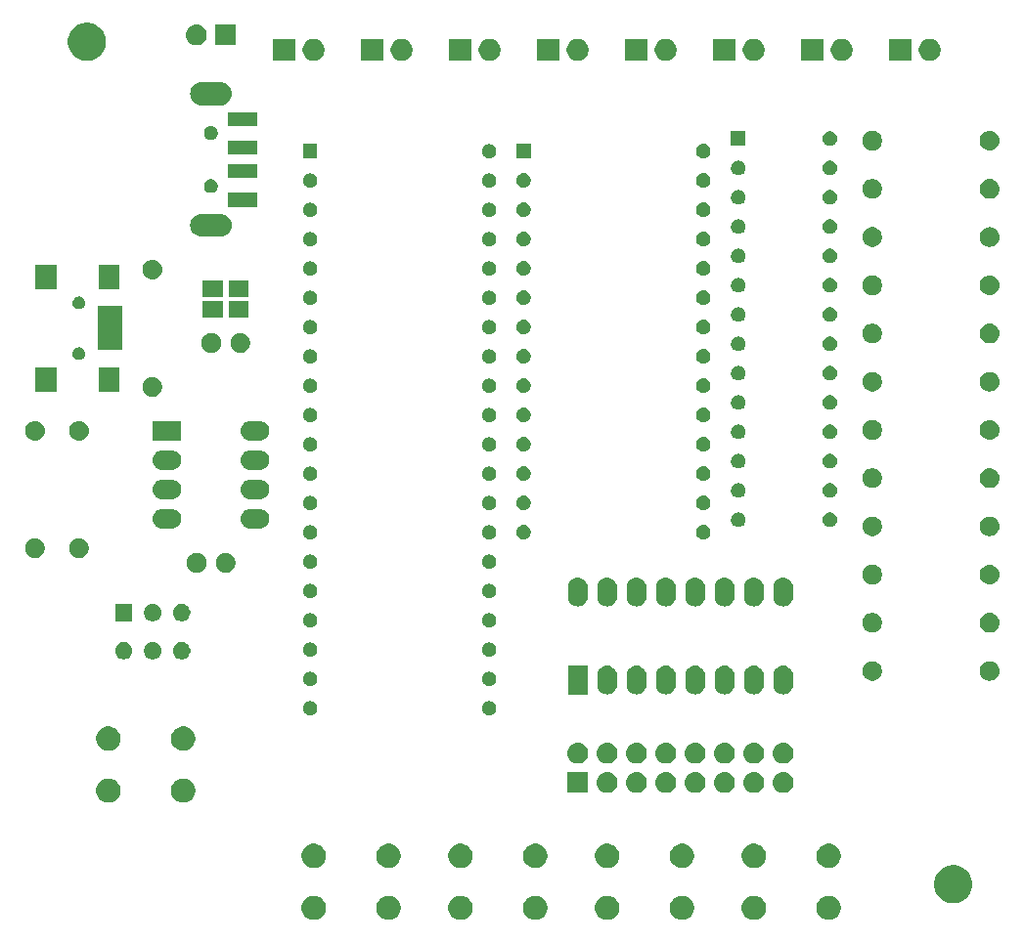
<source format=gbr>
G04 #@! TF.GenerationSoftware,KiCad,Pcbnew,(5.1.0-0)*
G04 #@! TF.CreationDate,2020-02-04T17:27:52+00:00*
G04 #@! TF.ProjectId,z80,7a38302e-6b69-4636-9164-5f7063625858,rev?*
G04 #@! TF.SameCoordinates,Original*
G04 #@! TF.FileFunction,Soldermask,Top*
G04 #@! TF.FilePolarity,Negative*
%FSLAX46Y46*%
G04 Gerber Fmt 4.6, Leading zero omitted, Abs format (unit mm)*
G04 Created by KiCad (PCBNEW (5.1.0-0)) date 2020-02-04 17:27:52*
%MOMM*%
%LPD*%
G04 APERTURE LIST*
%ADD10C,0.100000*%
G04 APERTURE END LIST*
D10*
G36*
X179526564Y-133029389D02*
G01*
X179717833Y-133108615D01*
X179717835Y-133108616D01*
X179889973Y-133223635D01*
X180036365Y-133370027D01*
X180151385Y-133542167D01*
X180230611Y-133733436D01*
X180271000Y-133936484D01*
X180271000Y-134143516D01*
X180230611Y-134346564D01*
X180151385Y-134537833D01*
X180151384Y-134537835D01*
X180036365Y-134709973D01*
X179889973Y-134856365D01*
X179717835Y-134971384D01*
X179717834Y-134971385D01*
X179717833Y-134971385D01*
X179526564Y-135050611D01*
X179323516Y-135091000D01*
X179116484Y-135091000D01*
X178913436Y-135050611D01*
X178722167Y-134971385D01*
X178722166Y-134971385D01*
X178722165Y-134971384D01*
X178550027Y-134856365D01*
X178403635Y-134709973D01*
X178288616Y-134537835D01*
X178288615Y-134537833D01*
X178209389Y-134346564D01*
X178169000Y-134143516D01*
X178169000Y-133936484D01*
X178209389Y-133733436D01*
X178288615Y-133542167D01*
X178403635Y-133370027D01*
X178550027Y-133223635D01*
X178722165Y-133108616D01*
X178722167Y-133108615D01*
X178913436Y-133029389D01*
X179116484Y-132989000D01*
X179323516Y-132989000D01*
X179526564Y-133029389D01*
X179526564Y-133029389D01*
G37*
G36*
X173026564Y-133029389D02*
G01*
X173217833Y-133108615D01*
X173217835Y-133108616D01*
X173389973Y-133223635D01*
X173536365Y-133370027D01*
X173651385Y-133542167D01*
X173730611Y-133733436D01*
X173771000Y-133936484D01*
X173771000Y-134143516D01*
X173730611Y-134346564D01*
X173651385Y-134537833D01*
X173651384Y-134537835D01*
X173536365Y-134709973D01*
X173389973Y-134856365D01*
X173217835Y-134971384D01*
X173217834Y-134971385D01*
X173217833Y-134971385D01*
X173026564Y-135050611D01*
X172823516Y-135091000D01*
X172616484Y-135091000D01*
X172413436Y-135050611D01*
X172222167Y-134971385D01*
X172222166Y-134971385D01*
X172222165Y-134971384D01*
X172050027Y-134856365D01*
X171903635Y-134709973D01*
X171788616Y-134537835D01*
X171788615Y-134537833D01*
X171709389Y-134346564D01*
X171669000Y-134143516D01*
X171669000Y-133936484D01*
X171709389Y-133733436D01*
X171788615Y-133542167D01*
X171903635Y-133370027D01*
X172050027Y-133223635D01*
X172222165Y-133108616D01*
X172222167Y-133108615D01*
X172413436Y-133029389D01*
X172616484Y-132989000D01*
X172823516Y-132989000D01*
X173026564Y-133029389D01*
X173026564Y-133029389D01*
G37*
G36*
X166826564Y-133029389D02*
G01*
X167017833Y-133108615D01*
X167017835Y-133108616D01*
X167189973Y-133223635D01*
X167336365Y-133370027D01*
X167451385Y-133542167D01*
X167530611Y-133733436D01*
X167571000Y-133936484D01*
X167571000Y-134143516D01*
X167530611Y-134346564D01*
X167451385Y-134537833D01*
X167451384Y-134537835D01*
X167336365Y-134709973D01*
X167189973Y-134856365D01*
X167017835Y-134971384D01*
X167017834Y-134971385D01*
X167017833Y-134971385D01*
X166826564Y-135050611D01*
X166623516Y-135091000D01*
X166416484Y-135091000D01*
X166213436Y-135050611D01*
X166022167Y-134971385D01*
X166022166Y-134971385D01*
X166022165Y-134971384D01*
X165850027Y-134856365D01*
X165703635Y-134709973D01*
X165588616Y-134537835D01*
X165588615Y-134537833D01*
X165509389Y-134346564D01*
X165469000Y-134143516D01*
X165469000Y-133936484D01*
X165509389Y-133733436D01*
X165588615Y-133542167D01*
X165703635Y-133370027D01*
X165850027Y-133223635D01*
X166022165Y-133108616D01*
X166022167Y-133108615D01*
X166213436Y-133029389D01*
X166416484Y-132989000D01*
X166623516Y-132989000D01*
X166826564Y-133029389D01*
X166826564Y-133029389D01*
G37*
G36*
X160326564Y-133029389D02*
G01*
X160517833Y-133108615D01*
X160517835Y-133108616D01*
X160689973Y-133223635D01*
X160836365Y-133370027D01*
X160951385Y-133542167D01*
X161030611Y-133733436D01*
X161071000Y-133936484D01*
X161071000Y-134143516D01*
X161030611Y-134346564D01*
X160951385Y-134537833D01*
X160951384Y-134537835D01*
X160836365Y-134709973D01*
X160689973Y-134856365D01*
X160517835Y-134971384D01*
X160517834Y-134971385D01*
X160517833Y-134971385D01*
X160326564Y-135050611D01*
X160123516Y-135091000D01*
X159916484Y-135091000D01*
X159713436Y-135050611D01*
X159522167Y-134971385D01*
X159522166Y-134971385D01*
X159522165Y-134971384D01*
X159350027Y-134856365D01*
X159203635Y-134709973D01*
X159088616Y-134537835D01*
X159088615Y-134537833D01*
X159009389Y-134346564D01*
X158969000Y-134143516D01*
X158969000Y-133936484D01*
X159009389Y-133733436D01*
X159088615Y-133542167D01*
X159203635Y-133370027D01*
X159350027Y-133223635D01*
X159522165Y-133108616D01*
X159522167Y-133108615D01*
X159713436Y-133029389D01*
X159916484Y-132989000D01*
X160123516Y-132989000D01*
X160326564Y-133029389D01*
X160326564Y-133029389D01*
G37*
G36*
X154126564Y-133029389D02*
G01*
X154317833Y-133108615D01*
X154317835Y-133108616D01*
X154489973Y-133223635D01*
X154636365Y-133370027D01*
X154751385Y-133542167D01*
X154830611Y-133733436D01*
X154871000Y-133936484D01*
X154871000Y-134143516D01*
X154830611Y-134346564D01*
X154751385Y-134537833D01*
X154751384Y-134537835D01*
X154636365Y-134709973D01*
X154489973Y-134856365D01*
X154317835Y-134971384D01*
X154317834Y-134971385D01*
X154317833Y-134971385D01*
X154126564Y-135050611D01*
X153923516Y-135091000D01*
X153716484Y-135091000D01*
X153513436Y-135050611D01*
X153322167Y-134971385D01*
X153322166Y-134971385D01*
X153322165Y-134971384D01*
X153150027Y-134856365D01*
X153003635Y-134709973D01*
X152888616Y-134537835D01*
X152888615Y-134537833D01*
X152809389Y-134346564D01*
X152769000Y-134143516D01*
X152769000Y-133936484D01*
X152809389Y-133733436D01*
X152888615Y-133542167D01*
X153003635Y-133370027D01*
X153150027Y-133223635D01*
X153322165Y-133108616D01*
X153322167Y-133108615D01*
X153513436Y-133029389D01*
X153716484Y-132989000D01*
X153923516Y-132989000D01*
X154126564Y-133029389D01*
X154126564Y-133029389D01*
G37*
G36*
X147626564Y-133029389D02*
G01*
X147817833Y-133108615D01*
X147817835Y-133108616D01*
X147989973Y-133223635D01*
X148136365Y-133370027D01*
X148251385Y-133542167D01*
X148330611Y-133733436D01*
X148371000Y-133936484D01*
X148371000Y-134143516D01*
X148330611Y-134346564D01*
X148251385Y-134537833D01*
X148251384Y-134537835D01*
X148136365Y-134709973D01*
X147989973Y-134856365D01*
X147817835Y-134971384D01*
X147817834Y-134971385D01*
X147817833Y-134971385D01*
X147626564Y-135050611D01*
X147423516Y-135091000D01*
X147216484Y-135091000D01*
X147013436Y-135050611D01*
X146822167Y-134971385D01*
X146822166Y-134971385D01*
X146822165Y-134971384D01*
X146650027Y-134856365D01*
X146503635Y-134709973D01*
X146388616Y-134537835D01*
X146388615Y-134537833D01*
X146309389Y-134346564D01*
X146269000Y-134143516D01*
X146269000Y-133936484D01*
X146309389Y-133733436D01*
X146388615Y-133542167D01*
X146503635Y-133370027D01*
X146650027Y-133223635D01*
X146822165Y-133108616D01*
X146822167Y-133108615D01*
X147013436Y-133029389D01*
X147216484Y-132989000D01*
X147423516Y-132989000D01*
X147626564Y-133029389D01*
X147626564Y-133029389D01*
G37*
G36*
X141426564Y-133029389D02*
G01*
X141617833Y-133108615D01*
X141617835Y-133108616D01*
X141789973Y-133223635D01*
X141936365Y-133370027D01*
X142051385Y-133542167D01*
X142130611Y-133733436D01*
X142171000Y-133936484D01*
X142171000Y-134143516D01*
X142130611Y-134346564D01*
X142051385Y-134537833D01*
X142051384Y-134537835D01*
X141936365Y-134709973D01*
X141789973Y-134856365D01*
X141617835Y-134971384D01*
X141617834Y-134971385D01*
X141617833Y-134971385D01*
X141426564Y-135050611D01*
X141223516Y-135091000D01*
X141016484Y-135091000D01*
X140813436Y-135050611D01*
X140622167Y-134971385D01*
X140622166Y-134971385D01*
X140622165Y-134971384D01*
X140450027Y-134856365D01*
X140303635Y-134709973D01*
X140188616Y-134537835D01*
X140188615Y-134537833D01*
X140109389Y-134346564D01*
X140069000Y-134143516D01*
X140069000Y-133936484D01*
X140109389Y-133733436D01*
X140188615Y-133542167D01*
X140303635Y-133370027D01*
X140450027Y-133223635D01*
X140622165Y-133108616D01*
X140622167Y-133108615D01*
X140813436Y-133029389D01*
X141016484Y-132989000D01*
X141223516Y-132989000D01*
X141426564Y-133029389D01*
X141426564Y-133029389D01*
G37*
G36*
X134926564Y-133029389D02*
G01*
X135117833Y-133108615D01*
X135117835Y-133108616D01*
X135289973Y-133223635D01*
X135436365Y-133370027D01*
X135551385Y-133542167D01*
X135630611Y-133733436D01*
X135671000Y-133936484D01*
X135671000Y-134143516D01*
X135630611Y-134346564D01*
X135551385Y-134537833D01*
X135551384Y-134537835D01*
X135436365Y-134709973D01*
X135289973Y-134856365D01*
X135117835Y-134971384D01*
X135117834Y-134971385D01*
X135117833Y-134971385D01*
X134926564Y-135050611D01*
X134723516Y-135091000D01*
X134516484Y-135091000D01*
X134313436Y-135050611D01*
X134122167Y-134971385D01*
X134122166Y-134971385D01*
X134122165Y-134971384D01*
X133950027Y-134856365D01*
X133803635Y-134709973D01*
X133688616Y-134537835D01*
X133688615Y-134537833D01*
X133609389Y-134346564D01*
X133569000Y-134143516D01*
X133569000Y-133936484D01*
X133609389Y-133733436D01*
X133688615Y-133542167D01*
X133803635Y-133370027D01*
X133950027Y-133223635D01*
X134122165Y-133108616D01*
X134122167Y-133108615D01*
X134313436Y-133029389D01*
X134516484Y-132989000D01*
X134723516Y-132989000D01*
X134926564Y-133029389D01*
X134926564Y-133029389D01*
G37*
G36*
X190375256Y-130391298D02*
G01*
X190481579Y-130412447D01*
X190782042Y-130536903D01*
X191052451Y-130717585D01*
X191282415Y-130947549D01*
X191463097Y-131217958D01*
X191587553Y-131518421D01*
X191651000Y-131837391D01*
X191651000Y-132162609D01*
X191587553Y-132481579D01*
X191463097Y-132782042D01*
X191282415Y-133052451D01*
X191052451Y-133282415D01*
X190782042Y-133463097D01*
X190481579Y-133587553D01*
X190375256Y-133608702D01*
X190162611Y-133651000D01*
X189837389Y-133651000D01*
X189624744Y-133608702D01*
X189518421Y-133587553D01*
X189217958Y-133463097D01*
X188947549Y-133282415D01*
X188717585Y-133052451D01*
X188536903Y-132782042D01*
X188412447Y-132481579D01*
X188349000Y-132162609D01*
X188349000Y-131837391D01*
X188412447Y-131518421D01*
X188536903Y-131217958D01*
X188717585Y-130947549D01*
X188947549Y-130717585D01*
X189217958Y-130536903D01*
X189518421Y-130412447D01*
X189624744Y-130391298D01*
X189837389Y-130349000D01*
X190162611Y-130349000D01*
X190375256Y-130391298D01*
X190375256Y-130391298D01*
G37*
G36*
X154126564Y-128529389D02*
G01*
X154317833Y-128608615D01*
X154317835Y-128608616D01*
X154489973Y-128723635D01*
X154636365Y-128870027D01*
X154751385Y-129042167D01*
X154830611Y-129233436D01*
X154871000Y-129436484D01*
X154871000Y-129643516D01*
X154830611Y-129846564D01*
X154751385Y-130037833D01*
X154751384Y-130037835D01*
X154636365Y-130209973D01*
X154489973Y-130356365D01*
X154317835Y-130471384D01*
X154317834Y-130471385D01*
X154317833Y-130471385D01*
X154126564Y-130550611D01*
X153923516Y-130591000D01*
X153716484Y-130591000D01*
X153513436Y-130550611D01*
X153322167Y-130471385D01*
X153322166Y-130471385D01*
X153322165Y-130471384D01*
X153150027Y-130356365D01*
X153003635Y-130209973D01*
X152888616Y-130037835D01*
X152888615Y-130037833D01*
X152809389Y-129846564D01*
X152769000Y-129643516D01*
X152769000Y-129436484D01*
X152809389Y-129233436D01*
X152888615Y-129042167D01*
X153003635Y-128870027D01*
X153150027Y-128723635D01*
X153322165Y-128608616D01*
X153322167Y-128608615D01*
X153513436Y-128529389D01*
X153716484Y-128489000D01*
X153923516Y-128489000D01*
X154126564Y-128529389D01*
X154126564Y-128529389D01*
G37*
G36*
X160326564Y-128529389D02*
G01*
X160517833Y-128608615D01*
X160517835Y-128608616D01*
X160689973Y-128723635D01*
X160836365Y-128870027D01*
X160951385Y-129042167D01*
X161030611Y-129233436D01*
X161071000Y-129436484D01*
X161071000Y-129643516D01*
X161030611Y-129846564D01*
X160951385Y-130037833D01*
X160951384Y-130037835D01*
X160836365Y-130209973D01*
X160689973Y-130356365D01*
X160517835Y-130471384D01*
X160517834Y-130471385D01*
X160517833Y-130471385D01*
X160326564Y-130550611D01*
X160123516Y-130591000D01*
X159916484Y-130591000D01*
X159713436Y-130550611D01*
X159522167Y-130471385D01*
X159522166Y-130471385D01*
X159522165Y-130471384D01*
X159350027Y-130356365D01*
X159203635Y-130209973D01*
X159088616Y-130037835D01*
X159088615Y-130037833D01*
X159009389Y-129846564D01*
X158969000Y-129643516D01*
X158969000Y-129436484D01*
X159009389Y-129233436D01*
X159088615Y-129042167D01*
X159203635Y-128870027D01*
X159350027Y-128723635D01*
X159522165Y-128608616D01*
X159522167Y-128608615D01*
X159713436Y-128529389D01*
X159916484Y-128489000D01*
X160123516Y-128489000D01*
X160326564Y-128529389D01*
X160326564Y-128529389D01*
G37*
G36*
X147626564Y-128529389D02*
G01*
X147817833Y-128608615D01*
X147817835Y-128608616D01*
X147989973Y-128723635D01*
X148136365Y-128870027D01*
X148251385Y-129042167D01*
X148330611Y-129233436D01*
X148371000Y-129436484D01*
X148371000Y-129643516D01*
X148330611Y-129846564D01*
X148251385Y-130037833D01*
X148251384Y-130037835D01*
X148136365Y-130209973D01*
X147989973Y-130356365D01*
X147817835Y-130471384D01*
X147817834Y-130471385D01*
X147817833Y-130471385D01*
X147626564Y-130550611D01*
X147423516Y-130591000D01*
X147216484Y-130591000D01*
X147013436Y-130550611D01*
X146822167Y-130471385D01*
X146822166Y-130471385D01*
X146822165Y-130471384D01*
X146650027Y-130356365D01*
X146503635Y-130209973D01*
X146388616Y-130037835D01*
X146388615Y-130037833D01*
X146309389Y-129846564D01*
X146269000Y-129643516D01*
X146269000Y-129436484D01*
X146309389Y-129233436D01*
X146388615Y-129042167D01*
X146503635Y-128870027D01*
X146650027Y-128723635D01*
X146822165Y-128608616D01*
X146822167Y-128608615D01*
X147013436Y-128529389D01*
X147216484Y-128489000D01*
X147423516Y-128489000D01*
X147626564Y-128529389D01*
X147626564Y-128529389D01*
G37*
G36*
X141426564Y-128529389D02*
G01*
X141617833Y-128608615D01*
X141617835Y-128608616D01*
X141789973Y-128723635D01*
X141936365Y-128870027D01*
X142051385Y-129042167D01*
X142130611Y-129233436D01*
X142171000Y-129436484D01*
X142171000Y-129643516D01*
X142130611Y-129846564D01*
X142051385Y-130037833D01*
X142051384Y-130037835D01*
X141936365Y-130209973D01*
X141789973Y-130356365D01*
X141617835Y-130471384D01*
X141617834Y-130471385D01*
X141617833Y-130471385D01*
X141426564Y-130550611D01*
X141223516Y-130591000D01*
X141016484Y-130591000D01*
X140813436Y-130550611D01*
X140622167Y-130471385D01*
X140622166Y-130471385D01*
X140622165Y-130471384D01*
X140450027Y-130356365D01*
X140303635Y-130209973D01*
X140188616Y-130037835D01*
X140188615Y-130037833D01*
X140109389Y-129846564D01*
X140069000Y-129643516D01*
X140069000Y-129436484D01*
X140109389Y-129233436D01*
X140188615Y-129042167D01*
X140303635Y-128870027D01*
X140450027Y-128723635D01*
X140622165Y-128608616D01*
X140622167Y-128608615D01*
X140813436Y-128529389D01*
X141016484Y-128489000D01*
X141223516Y-128489000D01*
X141426564Y-128529389D01*
X141426564Y-128529389D01*
G37*
G36*
X166826564Y-128529389D02*
G01*
X167017833Y-128608615D01*
X167017835Y-128608616D01*
X167189973Y-128723635D01*
X167336365Y-128870027D01*
X167451385Y-129042167D01*
X167530611Y-129233436D01*
X167571000Y-129436484D01*
X167571000Y-129643516D01*
X167530611Y-129846564D01*
X167451385Y-130037833D01*
X167451384Y-130037835D01*
X167336365Y-130209973D01*
X167189973Y-130356365D01*
X167017835Y-130471384D01*
X167017834Y-130471385D01*
X167017833Y-130471385D01*
X166826564Y-130550611D01*
X166623516Y-130591000D01*
X166416484Y-130591000D01*
X166213436Y-130550611D01*
X166022167Y-130471385D01*
X166022166Y-130471385D01*
X166022165Y-130471384D01*
X165850027Y-130356365D01*
X165703635Y-130209973D01*
X165588616Y-130037835D01*
X165588615Y-130037833D01*
X165509389Y-129846564D01*
X165469000Y-129643516D01*
X165469000Y-129436484D01*
X165509389Y-129233436D01*
X165588615Y-129042167D01*
X165703635Y-128870027D01*
X165850027Y-128723635D01*
X166022165Y-128608616D01*
X166022167Y-128608615D01*
X166213436Y-128529389D01*
X166416484Y-128489000D01*
X166623516Y-128489000D01*
X166826564Y-128529389D01*
X166826564Y-128529389D01*
G37*
G36*
X134926564Y-128529389D02*
G01*
X135117833Y-128608615D01*
X135117835Y-128608616D01*
X135289973Y-128723635D01*
X135436365Y-128870027D01*
X135551385Y-129042167D01*
X135630611Y-129233436D01*
X135671000Y-129436484D01*
X135671000Y-129643516D01*
X135630611Y-129846564D01*
X135551385Y-130037833D01*
X135551384Y-130037835D01*
X135436365Y-130209973D01*
X135289973Y-130356365D01*
X135117835Y-130471384D01*
X135117834Y-130471385D01*
X135117833Y-130471385D01*
X134926564Y-130550611D01*
X134723516Y-130591000D01*
X134516484Y-130591000D01*
X134313436Y-130550611D01*
X134122167Y-130471385D01*
X134122166Y-130471385D01*
X134122165Y-130471384D01*
X133950027Y-130356365D01*
X133803635Y-130209973D01*
X133688616Y-130037835D01*
X133688615Y-130037833D01*
X133609389Y-129846564D01*
X133569000Y-129643516D01*
X133569000Y-129436484D01*
X133609389Y-129233436D01*
X133688615Y-129042167D01*
X133803635Y-128870027D01*
X133950027Y-128723635D01*
X134122165Y-128608616D01*
X134122167Y-128608615D01*
X134313436Y-128529389D01*
X134516484Y-128489000D01*
X134723516Y-128489000D01*
X134926564Y-128529389D01*
X134926564Y-128529389D01*
G37*
G36*
X173026564Y-128529389D02*
G01*
X173217833Y-128608615D01*
X173217835Y-128608616D01*
X173389973Y-128723635D01*
X173536365Y-128870027D01*
X173651385Y-129042167D01*
X173730611Y-129233436D01*
X173771000Y-129436484D01*
X173771000Y-129643516D01*
X173730611Y-129846564D01*
X173651385Y-130037833D01*
X173651384Y-130037835D01*
X173536365Y-130209973D01*
X173389973Y-130356365D01*
X173217835Y-130471384D01*
X173217834Y-130471385D01*
X173217833Y-130471385D01*
X173026564Y-130550611D01*
X172823516Y-130591000D01*
X172616484Y-130591000D01*
X172413436Y-130550611D01*
X172222167Y-130471385D01*
X172222166Y-130471385D01*
X172222165Y-130471384D01*
X172050027Y-130356365D01*
X171903635Y-130209973D01*
X171788616Y-130037835D01*
X171788615Y-130037833D01*
X171709389Y-129846564D01*
X171669000Y-129643516D01*
X171669000Y-129436484D01*
X171709389Y-129233436D01*
X171788615Y-129042167D01*
X171903635Y-128870027D01*
X172050027Y-128723635D01*
X172222165Y-128608616D01*
X172222167Y-128608615D01*
X172413436Y-128529389D01*
X172616484Y-128489000D01*
X172823516Y-128489000D01*
X173026564Y-128529389D01*
X173026564Y-128529389D01*
G37*
G36*
X179526564Y-128529389D02*
G01*
X179717833Y-128608615D01*
X179717835Y-128608616D01*
X179889973Y-128723635D01*
X180036365Y-128870027D01*
X180151385Y-129042167D01*
X180230611Y-129233436D01*
X180271000Y-129436484D01*
X180271000Y-129643516D01*
X180230611Y-129846564D01*
X180151385Y-130037833D01*
X180151384Y-130037835D01*
X180036365Y-130209973D01*
X179889973Y-130356365D01*
X179717835Y-130471384D01*
X179717834Y-130471385D01*
X179717833Y-130471385D01*
X179526564Y-130550611D01*
X179323516Y-130591000D01*
X179116484Y-130591000D01*
X178913436Y-130550611D01*
X178722167Y-130471385D01*
X178722166Y-130471385D01*
X178722165Y-130471384D01*
X178550027Y-130356365D01*
X178403635Y-130209973D01*
X178288616Y-130037835D01*
X178288615Y-130037833D01*
X178209389Y-129846564D01*
X178169000Y-129643516D01*
X178169000Y-129436484D01*
X178209389Y-129233436D01*
X178288615Y-129042167D01*
X178403635Y-128870027D01*
X178550027Y-128723635D01*
X178722165Y-128608616D01*
X178722167Y-128608615D01*
X178913436Y-128529389D01*
X179116484Y-128489000D01*
X179323516Y-128489000D01*
X179526564Y-128529389D01*
X179526564Y-128529389D01*
G37*
G36*
X123646564Y-122869389D02*
G01*
X123837833Y-122948615D01*
X123837835Y-122948616D01*
X124009973Y-123063635D01*
X124156365Y-123210027D01*
X124271385Y-123382167D01*
X124350611Y-123573436D01*
X124391000Y-123776484D01*
X124391000Y-123983516D01*
X124350611Y-124186564D01*
X124271385Y-124377833D01*
X124271384Y-124377835D01*
X124156365Y-124549973D01*
X124009973Y-124696365D01*
X123837835Y-124811384D01*
X123837834Y-124811385D01*
X123837833Y-124811385D01*
X123646564Y-124890611D01*
X123443516Y-124931000D01*
X123236484Y-124931000D01*
X123033436Y-124890611D01*
X122842167Y-124811385D01*
X122842166Y-124811385D01*
X122842165Y-124811384D01*
X122670027Y-124696365D01*
X122523635Y-124549973D01*
X122408616Y-124377835D01*
X122408615Y-124377833D01*
X122329389Y-124186564D01*
X122289000Y-123983516D01*
X122289000Y-123776484D01*
X122329389Y-123573436D01*
X122408615Y-123382167D01*
X122523635Y-123210027D01*
X122670027Y-123063635D01*
X122842165Y-122948616D01*
X122842167Y-122948615D01*
X123033436Y-122869389D01*
X123236484Y-122829000D01*
X123443516Y-122829000D01*
X123646564Y-122869389D01*
X123646564Y-122869389D01*
G37*
G36*
X117146564Y-122869389D02*
G01*
X117337833Y-122948615D01*
X117337835Y-122948616D01*
X117509973Y-123063635D01*
X117656365Y-123210027D01*
X117771385Y-123382167D01*
X117850611Y-123573436D01*
X117891000Y-123776484D01*
X117891000Y-123983516D01*
X117850611Y-124186564D01*
X117771385Y-124377833D01*
X117771384Y-124377835D01*
X117656365Y-124549973D01*
X117509973Y-124696365D01*
X117337835Y-124811384D01*
X117337834Y-124811385D01*
X117337833Y-124811385D01*
X117146564Y-124890611D01*
X116943516Y-124931000D01*
X116736484Y-124931000D01*
X116533436Y-124890611D01*
X116342167Y-124811385D01*
X116342166Y-124811385D01*
X116342165Y-124811384D01*
X116170027Y-124696365D01*
X116023635Y-124549973D01*
X115908616Y-124377835D01*
X115908615Y-124377833D01*
X115829389Y-124186564D01*
X115789000Y-123983516D01*
X115789000Y-123776484D01*
X115829389Y-123573436D01*
X115908615Y-123382167D01*
X116023635Y-123210027D01*
X116170027Y-123063635D01*
X116342165Y-122948616D01*
X116342167Y-122948615D01*
X116533436Y-122869389D01*
X116736484Y-122829000D01*
X116943516Y-122829000D01*
X117146564Y-122869389D01*
X117146564Y-122869389D01*
G37*
G36*
X175370443Y-122295519D02*
G01*
X175436627Y-122302037D01*
X175606466Y-122353557D01*
X175762991Y-122437222D01*
X175798729Y-122466552D01*
X175900186Y-122549814D01*
X175983448Y-122651271D01*
X176012778Y-122687009D01*
X176096443Y-122843534D01*
X176147963Y-123013373D01*
X176165359Y-123190000D01*
X176147963Y-123366627D01*
X176096443Y-123536466D01*
X176012778Y-123692991D01*
X175983448Y-123728729D01*
X175900186Y-123830186D01*
X175798729Y-123913448D01*
X175762991Y-123942778D01*
X175606466Y-124026443D01*
X175436627Y-124077963D01*
X175370442Y-124084482D01*
X175304260Y-124091000D01*
X175215740Y-124091000D01*
X175149558Y-124084482D01*
X175083373Y-124077963D01*
X174913534Y-124026443D01*
X174757009Y-123942778D01*
X174721271Y-123913448D01*
X174619814Y-123830186D01*
X174536552Y-123728729D01*
X174507222Y-123692991D01*
X174423557Y-123536466D01*
X174372037Y-123366627D01*
X174354641Y-123190000D01*
X174372037Y-123013373D01*
X174423557Y-122843534D01*
X174507222Y-122687009D01*
X174536552Y-122651271D01*
X174619814Y-122549814D01*
X174721271Y-122466552D01*
X174757009Y-122437222D01*
X174913534Y-122353557D01*
X175083373Y-122302037D01*
X175149557Y-122295519D01*
X175215740Y-122289000D01*
X175304260Y-122289000D01*
X175370443Y-122295519D01*
X175370443Y-122295519D01*
G37*
G36*
X162670443Y-122295519D02*
G01*
X162736627Y-122302037D01*
X162906466Y-122353557D01*
X163062991Y-122437222D01*
X163098729Y-122466552D01*
X163200186Y-122549814D01*
X163283448Y-122651271D01*
X163312778Y-122687009D01*
X163396443Y-122843534D01*
X163447963Y-123013373D01*
X163465359Y-123190000D01*
X163447963Y-123366627D01*
X163396443Y-123536466D01*
X163312778Y-123692991D01*
X163283448Y-123728729D01*
X163200186Y-123830186D01*
X163098729Y-123913448D01*
X163062991Y-123942778D01*
X162906466Y-124026443D01*
X162736627Y-124077963D01*
X162670442Y-124084482D01*
X162604260Y-124091000D01*
X162515740Y-124091000D01*
X162449558Y-124084482D01*
X162383373Y-124077963D01*
X162213534Y-124026443D01*
X162057009Y-123942778D01*
X162021271Y-123913448D01*
X161919814Y-123830186D01*
X161836552Y-123728729D01*
X161807222Y-123692991D01*
X161723557Y-123536466D01*
X161672037Y-123366627D01*
X161654641Y-123190000D01*
X161672037Y-123013373D01*
X161723557Y-122843534D01*
X161807222Y-122687009D01*
X161836552Y-122651271D01*
X161919814Y-122549814D01*
X162021271Y-122466552D01*
X162057009Y-122437222D01*
X162213534Y-122353557D01*
X162383373Y-122302037D01*
X162449557Y-122295519D01*
X162515740Y-122289000D01*
X162604260Y-122289000D01*
X162670443Y-122295519D01*
X162670443Y-122295519D01*
G37*
G36*
X172830443Y-122295519D02*
G01*
X172896627Y-122302037D01*
X173066466Y-122353557D01*
X173222991Y-122437222D01*
X173258729Y-122466552D01*
X173360186Y-122549814D01*
X173443448Y-122651271D01*
X173472778Y-122687009D01*
X173556443Y-122843534D01*
X173607963Y-123013373D01*
X173625359Y-123190000D01*
X173607963Y-123366627D01*
X173556443Y-123536466D01*
X173472778Y-123692991D01*
X173443448Y-123728729D01*
X173360186Y-123830186D01*
X173258729Y-123913448D01*
X173222991Y-123942778D01*
X173066466Y-124026443D01*
X172896627Y-124077963D01*
X172830442Y-124084482D01*
X172764260Y-124091000D01*
X172675740Y-124091000D01*
X172609558Y-124084482D01*
X172543373Y-124077963D01*
X172373534Y-124026443D01*
X172217009Y-123942778D01*
X172181271Y-123913448D01*
X172079814Y-123830186D01*
X171996552Y-123728729D01*
X171967222Y-123692991D01*
X171883557Y-123536466D01*
X171832037Y-123366627D01*
X171814641Y-123190000D01*
X171832037Y-123013373D01*
X171883557Y-122843534D01*
X171967222Y-122687009D01*
X171996552Y-122651271D01*
X172079814Y-122549814D01*
X172181271Y-122466552D01*
X172217009Y-122437222D01*
X172373534Y-122353557D01*
X172543373Y-122302037D01*
X172609557Y-122295519D01*
X172675740Y-122289000D01*
X172764260Y-122289000D01*
X172830443Y-122295519D01*
X172830443Y-122295519D01*
G37*
G36*
X170290443Y-122295519D02*
G01*
X170356627Y-122302037D01*
X170526466Y-122353557D01*
X170682991Y-122437222D01*
X170718729Y-122466552D01*
X170820186Y-122549814D01*
X170903448Y-122651271D01*
X170932778Y-122687009D01*
X171016443Y-122843534D01*
X171067963Y-123013373D01*
X171085359Y-123190000D01*
X171067963Y-123366627D01*
X171016443Y-123536466D01*
X170932778Y-123692991D01*
X170903448Y-123728729D01*
X170820186Y-123830186D01*
X170718729Y-123913448D01*
X170682991Y-123942778D01*
X170526466Y-124026443D01*
X170356627Y-124077963D01*
X170290442Y-124084482D01*
X170224260Y-124091000D01*
X170135740Y-124091000D01*
X170069558Y-124084482D01*
X170003373Y-124077963D01*
X169833534Y-124026443D01*
X169677009Y-123942778D01*
X169641271Y-123913448D01*
X169539814Y-123830186D01*
X169456552Y-123728729D01*
X169427222Y-123692991D01*
X169343557Y-123536466D01*
X169292037Y-123366627D01*
X169274641Y-123190000D01*
X169292037Y-123013373D01*
X169343557Y-122843534D01*
X169427222Y-122687009D01*
X169456552Y-122651271D01*
X169539814Y-122549814D01*
X169641271Y-122466552D01*
X169677009Y-122437222D01*
X169833534Y-122353557D01*
X170003373Y-122302037D01*
X170069557Y-122295519D01*
X170135740Y-122289000D01*
X170224260Y-122289000D01*
X170290443Y-122295519D01*
X170290443Y-122295519D01*
G37*
G36*
X167750443Y-122295519D02*
G01*
X167816627Y-122302037D01*
X167986466Y-122353557D01*
X168142991Y-122437222D01*
X168178729Y-122466552D01*
X168280186Y-122549814D01*
X168363448Y-122651271D01*
X168392778Y-122687009D01*
X168476443Y-122843534D01*
X168527963Y-123013373D01*
X168545359Y-123190000D01*
X168527963Y-123366627D01*
X168476443Y-123536466D01*
X168392778Y-123692991D01*
X168363448Y-123728729D01*
X168280186Y-123830186D01*
X168178729Y-123913448D01*
X168142991Y-123942778D01*
X167986466Y-124026443D01*
X167816627Y-124077963D01*
X167750442Y-124084482D01*
X167684260Y-124091000D01*
X167595740Y-124091000D01*
X167529558Y-124084482D01*
X167463373Y-124077963D01*
X167293534Y-124026443D01*
X167137009Y-123942778D01*
X167101271Y-123913448D01*
X166999814Y-123830186D01*
X166916552Y-123728729D01*
X166887222Y-123692991D01*
X166803557Y-123536466D01*
X166752037Y-123366627D01*
X166734641Y-123190000D01*
X166752037Y-123013373D01*
X166803557Y-122843534D01*
X166887222Y-122687009D01*
X166916552Y-122651271D01*
X166999814Y-122549814D01*
X167101271Y-122466552D01*
X167137009Y-122437222D01*
X167293534Y-122353557D01*
X167463373Y-122302037D01*
X167529557Y-122295519D01*
X167595740Y-122289000D01*
X167684260Y-122289000D01*
X167750443Y-122295519D01*
X167750443Y-122295519D01*
G37*
G36*
X165210443Y-122295519D02*
G01*
X165276627Y-122302037D01*
X165446466Y-122353557D01*
X165602991Y-122437222D01*
X165638729Y-122466552D01*
X165740186Y-122549814D01*
X165823448Y-122651271D01*
X165852778Y-122687009D01*
X165936443Y-122843534D01*
X165987963Y-123013373D01*
X166005359Y-123190000D01*
X165987963Y-123366627D01*
X165936443Y-123536466D01*
X165852778Y-123692991D01*
X165823448Y-123728729D01*
X165740186Y-123830186D01*
X165638729Y-123913448D01*
X165602991Y-123942778D01*
X165446466Y-124026443D01*
X165276627Y-124077963D01*
X165210442Y-124084482D01*
X165144260Y-124091000D01*
X165055740Y-124091000D01*
X164989558Y-124084482D01*
X164923373Y-124077963D01*
X164753534Y-124026443D01*
X164597009Y-123942778D01*
X164561271Y-123913448D01*
X164459814Y-123830186D01*
X164376552Y-123728729D01*
X164347222Y-123692991D01*
X164263557Y-123536466D01*
X164212037Y-123366627D01*
X164194641Y-123190000D01*
X164212037Y-123013373D01*
X164263557Y-122843534D01*
X164347222Y-122687009D01*
X164376552Y-122651271D01*
X164459814Y-122549814D01*
X164561271Y-122466552D01*
X164597009Y-122437222D01*
X164753534Y-122353557D01*
X164923373Y-122302037D01*
X164989557Y-122295519D01*
X165055740Y-122289000D01*
X165144260Y-122289000D01*
X165210443Y-122295519D01*
X165210443Y-122295519D01*
G37*
G36*
X160130443Y-122295519D02*
G01*
X160196627Y-122302037D01*
X160366466Y-122353557D01*
X160522991Y-122437222D01*
X160558729Y-122466552D01*
X160660186Y-122549814D01*
X160743448Y-122651271D01*
X160772778Y-122687009D01*
X160856443Y-122843534D01*
X160907963Y-123013373D01*
X160925359Y-123190000D01*
X160907963Y-123366627D01*
X160856443Y-123536466D01*
X160772778Y-123692991D01*
X160743448Y-123728729D01*
X160660186Y-123830186D01*
X160558729Y-123913448D01*
X160522991Y-123942778D01*
X160366466Y-124026443D01*
X160196627Y-124077963D01*
X160130442Y-124084482D01*
X160064260Y-124091000D01*
X159975740Y-124091000D01*
X159909558Y-124084482D01*
X159843373Y-124077963D01*
X159673534Y-124026443D01*
X159517009Y-123942778D01*
X159481271Y-123913448D01*
X159379814Y-123830186D01*
X159296552Y-123728729D01*
X159267222Y-123692991D01*
X159183557Y-123536466D01*
X159132037Y-123366627D01*
X159114641Y-123190000D01*
X159132037Y-123013373D01*
X159183557Y-122843534D01*
X159267222Y-122687009D01*
X159296552Y-122651271D01*
X159379814Y-122549814D01*
X159481271Y-122466552D01*
X159517009Y-122437222D01*
X159673534Y-122353557D01*
X159843373Y-122302037D01*
X159909557Y-122295519D01*
X159975740Y-122289000D01*
X160064260Y-122289000D01*
X160130443Y-122295519D01*
X160130443Y-122295519D01*
G37*
G36*
X158381000Y-124091000D02*
G01*
X156579000Y-124091000D01*
X156579000Y-122289000D01*
X158381000Y-122289000D01*
X158381000Y-124091000D01*
X158381000Y-124091000D01*
G37*
G36*
X170290442Y-119755518D02*
G01*
X170356627Y-119762037D01*
X170526466Y-119813557D01*
X170682991Y-119897222D01*
X170718729Y-119926552D01*
X170820186Y-120009814D01*
X170903448Y-120111271D01*
X170932778Y-120147009D01*
X171016443Y-120303534D01*
X171067963Y-120473373D01*
X171085359Y-120650000D01*
X171067963Y-120826627D01*
X171016443Y-120996466D01*
X170932778Y-121152991D01*
X170903448Y-121188729D01*
X170820186Y-121290186D01*
X170718729Y-121373448D01*
X170682991Y-121402778D01*
X170526466Y-121486443D01*
X170356627Y-121537963D01*
X170290443Y-121544481D01*
X170224260Y-121551000D01*
X170135740Y-121551000D01*
X170069557Y-121544481D01*
X170003373Y-121537963D01*
X169833534Y-121486443D01*
X169677009Y-121402778D01*
X169641271Y-121373448D01*
X169539814Y-121290186D01*
X169456552Y-121188729D01*
X169427222Y-121152991D01*
X169343557Y-120996466D01*
X169292037Y-120826627D01*
X169274641Y-120650000D01*
X169292037Y-120473373D01*
X169343557Y-120303534D01*
X169427222Y-120147009D01*
X169456552Y-120111271D01*
X169539814Y-120009814D01*
X169641271Y-119926552D01*
X169677009Y-119897222D01*
X169833534Y-119813557D01*
X170003373Y-119762037D01*
X170069558Y-119755518D01*
X170135740Y-119749000D01*
X170224260Y-119749000D01*
X170290442Y-119755518D01*
X170290442Y-119755518D01*
G37*
G36*
X167750442Y-119755518D02*
G01*
X167816627Y-119762037D01*
X167986466Y-119813557D01*
X168142991Y-119897222D01*
X168178729Y-119926552D01*
X168280186Y-120009814D01*
X168363448Y-120111271D01*
X168392778Y-120147009D01*
X168476443Y-120303534D01*
X168527963Y-120473373D01*
X168545359Y-120650000D01*
X168527963Y-120826627D01*
X168476443Y-120996466D01*
X168392778Y-121152991D01*
X168363448Y-121188729D01*
X168280186Y-121290186D01*
X168178729Y-121373448D01*
X168142991Y-121402778D01*
X167986466Y-121486443D01*
X167816627Y-121537963D01*
X167750443Y-121544481D01*
X167684260Y-121551000D01*
X167595740Y-121551000D01*
X167529557Y-121544481D01*
X167463373Y-121537963D01*
X167293534Y-121486443D01*
X167137009Y-121402778D01*
X167101271Y-121373448D01*
X166999814Y-121290186D01*
X166916552Y-121188729D01*
X166887222Y-121152991D01*
X166803557Y-120996466D01*
X166752037Y-120826627D01*
X166734641Y-120650000D01*
X166752037Y-120473373D01*
X166803557Y-120303534D01*
X166887222Y-120147009D01*
X166916552Y-120111271D01*
X166999814Y-120009814D01*
X167101271Y-119926552D01*
X167137009Y-119897222D01*
X167293534Y-119813557D01*
X167463373Y-119762037D01*
X167529558Y-119755518D01*
X167595740Y-119749000D01*
X167684260Y-119749000D01*
X167750442Y-119755518D01*
X167750442Y-119755518D01*
G37*
G36*
X165210442Y-119755518D02*
G01*
X165276627Y-119762037D01*
X165446466Y-119813557D01*
X165602991Y-119897222D01*
X165638729Y-119926552D01*
X165740186Y-120009814D01*
X165823448Y-120111271D01*
X165852778Y-120147009D01*
X165936443Y-120303534D01*
X165987963Y-120473373D01*
X166005359Y-120650000D01*
X165987963Y-120826627D01*
X165936443Y-120996466D01*
X165852778Y-121152991D01*
X165823448Y-121188729D01*
X165740186Y-121290186D01*
X165638729Y-121373448D01*
X165602991Y-121402778D01*
X165446466Y-121486443D01*
X165276627Y-121537963D01*
X165210443Y-121544481D01*
X165144260Y-121551000D01*
X165055740Y-121551000D01*
X164989557Y-121544481D01*
X164923373Y-121537963D01*
X164753534Y-121486443D01*
X164597009Y-121402778D01*
X164561271Y-121373448D01*
X164459814Y-121290186D01*
X164376552Y-121188729D01*
X164347222Y-121152991D01*
X164263557Y-120996466D01*
X164212037Y-120826627D01*
X164194641Y-120650000D01*
X164212037Y-120473373D01*
X164263557Y-120303534D01*
X164347222Y-120147009D01*
X164376552Y-120111271D01*
X164459814Y-120009814D01*
X164561271Y-119926552D01*
X164597009Y-119897222D01*
X164753534Y-119813557D01*
X164923373Y-119762037D01*
X164989558Y-119755518D01*
X165055740Y-119749000D01*
X165144260Y-119749000D01*
X165210442Y-119755518D01*
X165210442Y-119755518D01*
G37*
G36*
X162670442Y-119755518D02*
G01*
X162736627Y-119762037D01*
X162906466Y-119813557D01*
X163062991Y-119897222D01*
X163098729Y-119926552D01*
X163200186Y-120009814D01*
X163283448Y-120111271D01*
X163312778Y-120147009D01*
X163396443Y-120303534D01*
X163447963Y-120473373D01*
X163465359Y-120650000D01*
X163447963Y-120826627D01*
X163396443Y-120996466D01*
X163312778Y-121152991D01*
X163283448Y-121188729D01*
X163200186Y-121290186D01*
X163098729Y-121373448D01*
X163062991Y-121402778D01*
X162906466Y-121486443D01*
X162736627Y-121537963D01*
X162670443Y-121544481D01*
X162604260Y-121551000D01*
X162515740Y-121551000D01*
X162449557Y-121544481D01*
X162383373Y-121537963D01*
X162213534Y-121486443D01*
X162057009Y-121402778D01*
X162021271Y-121373448D01*
X161919814Y-121290186D01*
X161836552Y-121188729D01*
X161807222Y-121152991D01*
X161723557Y-120996466D01*
X161672037Y-120826627D01*
X161654641Y-120650000D01*
X161672037Y-120473373D01*
X161723557Y-120303534D01*
X161807222Y-120147009D01*
X161836552Y-120111271D01*
X161919814Y-120009814D01*
X162021271Y-119926552D01*
X162057009Y-119897222D01*
X162213534Y-119813557D01*
X162383373Y-119762037D01*
X162449558Y-119755518D01*
X162515740Y-119749000D01*
X162604260Y-119749000D01*
X162670442Y-119755518D01*
X162670442Y-119755518D01*
G37*
G36*
X172830442Y-119755518D02*
G01*
X172896627Y-119762037D01*
X173066466Y-119813557D01*
X173222991Y-119897222D01*
X173258729Y-119926552D01*
X173360186Y-120009814D01*
X173443448Y-120111271D01*
X173472778Y-120147009D01*
X173556443Y-120303534D01*
X173607963Y-120473373D01*
X173625359Y-120650000D01*
X173607963Y-120826627D01*
X173556443Y-120996466D01*
X173472778Y-121152991D01*
X173443448Y-121188729D01*
X173360186Y-121290186D01*
X173258729Y-121373448D01*
X173222991Y-121402778D01*
X173066466Y-121486443D01*
X172896627Y-121537963D01*
X172830443Y-121544481D01*
X172764260Y-121551000D01*
X172675740Y-121551000D01*
X172609557Y-121544481D01*
X172543373Y-121537963D01*
X172373534Y-121486443D01*
X172217009Y-121402778D01*
X172181271Y-121373448D01*
X172079814Y-121290186D01*
X171996552Y-121188729D01*
X171967222Y-121152991D01*
X171883557Y-120996466D01*
X171832037Y-120826627D01*
X171814641Y-120650000D01*
X171832037Y-120473373D01*
X171883557Y-120303534D01*
X171967222Y-120147009D01*
X171996552Y-120111271D01*
X172079814Y-120009814D01*
X172181271Y-119926552D01*
X172217009Y-119897222D01*
X172373534Y-119813557D01*
X172543373Y-119762037D01*
X172609558Y-119755518D01*
X172675740Y-119749000D01*
X172764260Y-119749000D01*
X172830442Y-119755518D01*
X172830442Y-119755518D01*
G37*
G36*
X175370442Y-119755518D02*
G01*
X175436627Y-119762037D01*
X175606466Y-119813557D01*
X175762991Y-119897222D01*
X175798729Y-119926552D01*
X175900186Y-120009814D01*
X175983448Y-120111271D01*
X176012778Y-120147009D01*
X176096443Y-120303534D01*
X176147963Y-120473373D01*
X176165359Y-120650000D01*
X176147963Y-120826627D01*
X176096443Y-120996466D01*
X176012778Y-121152991D01*
X175983448Y-121188729D01*
X175900186Y-121290186D01*
X175798729Y-121373448D01*
X175762991Y-121402778D01*
X175606466Y-121486443D01*
X175436627Y-121537963D01*
X175370443Y-121544481D01*
X175304260Y-121551000D01*
X175215740Y-121551000D01*
X175149557Y-121544481D01*
X175083373Y-121537963D01*
X174913534Y-121486443D01*
X174757009Y-121402778D01*
X174721271Y-121373448D01*
X174619814Y-121290186D01*
X174536552Y-121188729D01*
X174507222Y-121152991D01*
X174423557Y-120996466D01*
X174372037Y-120826627D01*
X174354641Y-120650000D01*
X174372037Y-120473373D01*
X174423557Y-120303534D01*
X174507222Y-120147009D01*
X174536552Y-120111271D01*
X174619814Y-120009814D01*
X174721271Y-119926552D01*
X174757009Y-119897222D01*
X174913534Y-119813557D01*
X175083373Y-119762037D01*
X175149558Y-119755518D01*
X175215740Y-119749000D01*
X175304260Y-119749000D01*
X175370442Y-119755518D01*
X175370442Y-119755518D01*
G37*
G36*
X160130442Y-119755518D02*
G01*
X160196627Y-119762037D01*
X160366466Y-119813557D01*
X160522991Y-119897222D01*
X160558729Y-119926552D01*
X160660186Y-120009814D01*
X160743448Y-120111271D01*
X160772778Y-120147009D01*
X160856443Y-120303534D01*
X160907963Y-120473373D01*
X160925359Y-120650000D01*
X160907963Y-120826627D01*
X160856443Y-120996466D01*
X160772778Y-121152991D01*
X160743448Y-121188729D01*
X160660186Y-121290186D01*
X160558729Y-121373448D01*
X160522991Y-121402778D01*
X160366466Y-121486443D01*
X160196627Y-121537963D01*
X160130443Y-121544481D01*
X160064260Y-121551000D01*
X159975740Y-121551000D01*
X159909557Y-121544481D01*
X159843373Y-121537963D01*
X159673534Y-121486443D01*
X159517009Y-121402778D01*
X159481271Y-121373448D01*
X159379814Y-121290186D01*
X159296552Y-121188729D01*
X159267222Y-121152991D01*
X159183557Y-120996466D01*
X159132037Y-120826627D01*
X159114641Y-120650000D01*
X159132037Y-120473373D01*
X159183557Y-120303534D01*
X159267222Y-120147009D01*
X159296552Y-120111271D01*
X159379814Y-120009814D01*
X159481271Y-119926552D01*
X159517009Y-119897222D01*
X159673534Y-119813557D01*
X159843373Y-119762037D01*
X159909558Y-119755518D01*
X159975740Y-119749000D01*
X160064260Y-119749000D01*
X160130442Y-119755518D01*
X160130442Y-119755518D01*
G37*
G36*
X157590442Y-119755518D02*
G01*
X157656627Y-119762037D01*
X157826466Y-119813557D01*
X157982991Y-119897222D01*
X158018729Y-119926552D01*
X158120186Y-120009814D01*
X158203448Y-120111271D01*
X158232778Y-120147009D01*
X158316443Y-120303534D01*
X158367963Y-120473373D01*
X158385359Y-120650000D01*
X158367963Y-120826627D01*
X158316443Y-120996466D01*
X158232778Y-121152991D01*
X158203448Y-121188729D01*
X158120186Y-121290186D01*
X158018729Y-121373448D01*
X157982991Y-121402778D01*
X157826466Y-121486443D01*
X157656627Y-121537963D01*
X157590443Y-121544481D01*
X157524260Y-121551000D01*
X157435740Y-121551000D01*
X157369557Y-121544481D01*
X157303373Y-121537963D01*
X157133534Y-121486443D01*
X156977009Y-121402778D01*
X156941271Y-121373448D01*
X156839814Y-121290186D01*
X156756552Y-121188729D01*
X156727222Y-121152991D01*
X156643557Y-120996466D01*
X156592037Y-120826627D01*
X156574641Y-120650000D01*
X156592037Y-120473373D01*
X156643557Y-120303534D01*
X156727222Y-120147009D01*
X156756552Y-120111271D01*
X156839814Y-120009814D01*
X156941271Y-119926552D01*
X156977009Y-119897222D01*
X157133534Y-119813557D01*
X157303373Y-119762037D01*
X157369558Y-119755518D01*
X157435740Y-119749000D01*
X157524260Y-119749000D01*
X157590442Y-119755518D01*
X157590442Y-119755518D01*
G37*
G36*
X117146564Y-118369389D02*
G01*
X117337833Y-118448615D01*
X117337835Y-118448616D01*
X117509973Y-118563635D01*
X117656365Y-118710027D01*
X117771385Y-118882167D01*
X117850611Y-119073436D01*
X117891000Y-119276484D01*
X117891000Y-119483516D01*
X117850611Y-119686564D01*
X117771385Y-119877833D01*
X117771384Y-119877835D01*
X117656365Y-120049973D01*
X117509973Y-120196365D01*
X117337835Y-120311384D01*
X117337834Y-120311385D01*
X117337833Y-120311385D01*
X117146564Y-120390611D01*
X116943516Y-120431000D01*
X116736484Y-120431000D01*
X116533436Y-120390611D01*
X116342167Y-120311385D01*
X116342166Y-120311385D01*
X116342165Y-120311384D01*
X116170027Y-120196365D01*
X116023635Y-120049973D01*
X115908616Y-119877835D01*
X115908615Y-119877833D01*
X115829389Y-119686564D01*
X115789000Y-119483516D01*
X115789000Y-119276484D01*
X115829389Y-119073436D01*
X115908615Y-118882167D01*
X116023635Y-118710027D01*
X116170027Y-118563635D01*
X116342165Y-118448616D01*
X116342167Y-118448615D01*
X116533436Y-118369389D01*
X116736484Y-118329000D01*
X116943516Y-118329000D01*
X117146564Y-118369389D01*
X117146564Y-118369389D01*
G37*
G36*
X123646564Y-118369389D02*
G01*
X123837833Y-118448615D01*
X123837835Y-118448616D01*
X124009973Y-118563635D01*
X124156365Y-118710027D01*
X124271385Y-118882167D01*
X124350611Y-119073436D01*
X124391000Y-119276484D01*
X124391000Y-119483516D01*
X124350611Y-119686564D01*
X124271385Y-119877833D01*
X124271384Y-119877835D01*
X124156365Y-120049973D01*
X124009973Y-120196365D01*
X123837835Y-120311384D01*
X123837834Y-120311385D01*
X123837833Y-120311385D01*
X123646564Y-120390611D01*
X123443516Y-120431000D01*
X123236484Y-120431000D01*
X123033436Y-120390611D01*
X122842167Y-120311385D01*
X122842166Y-120311385D01*
X122842165Y-120311384D01*
X122670027Y-120196365D01*
X122523635Y-120049973D01*
X122408616Y-119877835D01*
X122408615Y-119877833D01*
X122329389Y-119686564D01*
X122289000Y-119483516D01*
X122289000Y-119276484D01*
X122329389Y-119073436D01*
X122408615Y-118882167D01*
X122523635Y-118710027D01*
X122670027Y-118563635D01*
X122842165Y-118448616D01*
X122842167Y-118448615D01*
X123033436Y-118369389D01*
X123236484Y-118329000D01*
X123443516Y-118329000D01*
X123646564Y-118369389D01*
X123646564Y-118369389D01*
G37*
G36*
X149992681Y-116142672D02*
G01*
X150104786Y-116189107D01*
X150205677Y-116256521D01*
X150291479Y-116342323D01*
X150358893Y-116443214D01*
X150405328Y-116555319D01*
X150429000Y-116674329D01*
X150429000Y-116795671D01*
X150405328Y-116914681D01*
X150358893Y-117026786D01*
X150291479Y-117127677D01*
X150205677Y-117213479D01*
X150104786Y-117280893D01*
X149992681Y-117327328D01*
X149873671Y-117351000D01*
X149752329Y-117351000D01*
X149633319Y-117327328D01*
X149521214Y-117280893D01*
X149420323Y-117213479D01*
X149334521Y-117127677D01*
X149267107Y-117026786D01*
X149220672Y-116914681D01*
X149197000Y-116795671D01*
X149197000Y-116674329D01*
X149220672Y-116555319D01*
X149267107Y-116443214D01*
X149334521Y-116342323D01*
X149420323Y-116256521D01*
X149521214Y-116189107D01*
X149633319Y-116142672D01*
X149752329Y-116119000D01*
X149873671Y-116119000D01*
X149992681Y-116142672D01*
X149992681Y-116142672D01*
G37*
G36*
X134496681Y-116142672D02*
G01*
X134608786Y-116189107D01*
X134709677Y-116256521D01*
X134795479Y-116342323D01*
X134862893Y-116443214D01*
X134909328Y-116555319D01*
X134933000Y-116674329D01*
X134933000Y-116795671D01*
X134909328Y-116914681D01*
X134862893Y-117026786D01*
X134795479Y-117127677D01*
X134709677Y-117213479D01*
X134608786Y-117280893D01*
X134496681Y-117327328D01*
X134377671Y-117351000D01*
X134256329Y-117351000D01*
X134137319Y-117327328D01*
X134025214Y-117280893D01*
X133924323Y-117213479D01*
X133838521Y-117127677D01*
X133771107Y-117026786D01*
X133724672Y-116914681D01*
X133701000Y-116795671D01*
X133701000Y-116674329D01*
X133724672Y-116555319D01*
X133771107Y-116443214D01*
X133838521Y-116342323D01*
X133924323Y-116256521D01*
X134025214Y-116189107D01*
X134137319Y-116142672D01*
X134256329Y-116119000D01*
X134377671Y-116119000D01*
X134496681Y-116142672D01*
X134496681Y-116142672D01*
G37*
G36*
X160186822Y-113061313D02*
G01*
X160347241Y-113109976D01*
X160495077Y-113188995D01*
X160589848Y-113266772D01*
X160624659Y-113295341D01*
X160731004Y-113424922D01*
X160731005Y-113424924D01*
X160810024Y-113572758D01*
X160858687Y-113733177D01*
X160871000Y-113858196D01*
X160871000Y-114741803D01*
X160858687Y-114866822D01*
X160810024Y-115027242D01*
X160739114Y-115159906D01*
X160731004Y-115175078D01*
X160624659Y-115304659D01*
X160495078Y-115411004D01*
X160495076Y-115411005D01*
X160347242Y-115490024D01*
X160186823Y-115538687D01*
X160020000Y-115555117D01*
X159853178Y-115538687D01*
X159692759Y-115490024D01*
X159544925Y-115411005D01*
X159544923Y-115411004D01*
X159415342Y-115304659D01*
X159308997Y-115175078D01*
X159300887Y-115159906D01*
X159229977Y-115027242D01*
X159181314Y-114866823D01*
X159169000Y-114741803D01*
X159169000Y-113858197D01*
X159181313Y-113733178D01*
X159229976Y-113572759D01*
X159308995Y-113424923D01*
X159415341Y-113295341D01*
X159450152Y-113266772D01*
X159544922Y-113188996D01*
X159560094Y-113180886D01*
X159692758Y-113109976D01*
X159853177Y-113061313D01*
X160020000Y-113044883D01*
X160186822Y-113061313D01*
X160186822Y-113061313D01*
G37*
G36*
X175426822Y-113061313D02*
G01*
X175587241Y-113109976D01*
X175735077Y-113188995D01*
X175829848Y-113266772D01*
X175864659Y-113295341D01*
X175971004Y-113424922D01*
X175971005Y-113424924D01*
X176050024Y-113572758D01*
X176098687Y-113733177D01*
X176111000Y-113858196D01*
X176111000Y-114741803D01*
X176098687Y-114866822D01*
X176050024Y-115027242D01*
X175979114Y-115159906D01*
X175971004Y-115175078D01*
X175864659Y-115304659D01*
X175735078Y-115411004D01*
X175735076Y-115411005D01*
X175587242Y-115490024D01*
X175426823Y-115538687D01*
X175260000Y-115555117D01*
X175093178Y-115538687D01*
X174932759Y-115490024D01*
X174784925Y-115411005D01*
X174784923Y-115411004D01*
X174655342Y-115304659D01*
X174548997Y-115175078D01*
X174540887Y-115159906D01*
X174469977Y-115027242D01*
X174421314Y-114866823D01*
X174409000Y-114741803D01*
X174409000Y-113858197D01*
X174421313Y-113733178D01*
X174469976Y-113572759D01*
X174548995Y-113424923D01*
X174655341Y-113295341D01*
X174690152Y-113266772D01*
X174784922Y-113188996D01*
X174800094Y-113180886D01*
X174932758Y-113109976D01*
X175093177Y-113061313D01*
X175260000Y-113044883D01*
X175426822Y-113061313D01*
X175426822Y-113061313D01*
G37*
G36*
X162726822Y-113061313D02*
G01*
X162887241Y-113109976D01*
X163035077Y-113188995D01*
X163129848Y-113266772D01*
X163164659Y-113295341D01*
X163271004Y-113424922D01*
X163271005Y-113424924D01*
X163350024Y-113572758D01*
X163398687Y-113733177D01*
X163411000Y-113858196D01*
X163411000Y-114741803D01*
X163398687Y-114866822D01*
X163350024Y-115027242D01*
X163279114Y-115159906D01*
X163271004Y-115175078D01*
X163164659Y-115304659D01*
X163035078Y-115411004D01*
X163035076Y-115411005D01*
X162887242Y-115490024D01*
X162726823Y-115538687D01*
X162560000Y-115555117D01*
X162393178Y-115538687D01*
X162232759Y-115490024D01*
X162084925Y-115411005D01*
X162084923Y-115411004D01*
X161955342Y-115304659D01*
X161848997Y-115175078D01*
X161840887Y-115159906D01*
X161769977Y-115027242D01*
X161721314Y-114866823D01*
X161709000Y-114741803D01*
X161709000Y-113858197D01*
X161721313Y-113733178D01*
X161769976Y-113572759D01*
X161848995Y-113424923D01*
X161955341Y-113295341D01*
X161990152Y-113266772D01*
X162084922Y-113188996D01*
X162100094Y-113180886D01*
X162232758Y-113109976D01*
X162393177Y-113061313D01*
X162560000Y-113044883D01*
X162726822Y-113061313D01*
X162726822Y-113061313D01*
G37*
G36*
X165266822Y-113061313D02*
G01*
X165427241Y-113109976D01*
X165575077Y-113188995D01*
X165669848Y-113266772D01*
X165704659Y-113295341D01*
X165811004Y-113424922D01*
X165811005Y-113424924D01*
X165890024Y-113572758D01*
X165938687Y-113733177D01*
X165951000Y-113858196D01*
X165951000Y-114741803D01*
X165938687Y-114866822D01*
X165890024Y-115027242D01*
X165819114Y-115159906D01*
X165811004Y-115175078D01*
X165704659Y-115304659D01*
X165575078Y-115411004D01*
X165575076Y-115411005D01*
X165427242Y-115490024D01*
X165266823Y-115538687D01*
X165100000Y-115555117D01*
X164933178Y-115538687D01*
X164772759Y-115490024D01*
X164624925Y-115411005D01*
X164624923Y-115411004D01*
X164495342Y-115304659D01*
X164388997Y-115175078D01*
X164380887Y-115159906D01*
X164309977Y-115027242D01*
X164261314Y-114866823D01*
X164249000Y-114741803D01*
X164249000Y-113858197D01*
X164261313Y-113733178D01*
X164309976Y-113572759D01*
X164388995Y-113424923D01*
X164495341Y-113295341D01*
X164530152Y-113266772D01*
X164624922Y-113188996D01*
X164640094Y-113180886D01*
X164772758Y-113109976D01*
X164933177Y-113061313D01*
X165100000Y-113044883D01*
X165266822Y-113061313D01*
X165266822Y-113061313D01*
G37*
G36*
X167806822Y-113061313D02*
G01*
X167967241Y-113109976D01*
X168115077Y-113188995D01*
X168209848Y-113266772D01*
X168244659Y-113295341D01*
X168351004Y-113424922D01*
X168351005Y-113424924D01*
X168430024Y-113572758D01*
X168478687Y-113733177D01*
X168491000Y-113858196D01*
X168491000Y-114741803D01*
X168478687Y-114866822D01*
X168430024Y-115027242D01*
X168359114Y-115159906D01*
X168351004Y-115175078D01*
X168244659Y-115304659D01*
X168115078Y-115411004D01*
X168115076Y-115411005D01*
X167967242Y-115490024D01*
X167806823Y-115538687D01*
X167640000Y-115555117D01*
X167473178Y-115538687D01*
X167312759Y-115490024D01*
X167164925Y-115411005D01*
X167164923Y-115411004D01*
X167035342Y-115304659D01*
X166928997Y-115175078D01*
X166920887Y-115159906D01*
X166849977Y-115027242D01*
X166801314Y-114866823D01*
X166789000Y-114741803D01*
X166789000Y-113858197D01*
X166801313Y-113733178D01*
X166849976Y-113572759D01*
X166928995Y-113424923D01*
X167035341Y-113295341D01*
X167070152Y-113266772D01*
X167164922Y-113188996D01*
X167180094Y-113180886D01*
X167312758Y-113109976D01*
X167473177Y-113061313D01*
X167640000Y-113044883D01*
X167806822Y-113061313D01*
X167806822Y-113061313D01*
G37*
G36*
X170346822Y-113061313D02*
G01*
X170507241Y-113109976D01*
X170655077Y-113188995D01*
X170749848Y-113266772D01*
X170784659Y-113295341D01*
X170891004Y-113424922D01*
X170891005Y-113424924D01*
X170970024Y-113572758D01*
X171018687Y-113733177D01*
X171031000Y-113858196D01*
X171031000Y-114741803D01*
X171018687Y-114866822D01*
X170970024Y-115027242D01*
X170899114Y-115159906D01*
X170891004Y-115175078D01*
X170784659Y-115304659D01*
X170655078Y-115411004D01*
X170655076Y-115411005D01*
X170507242Y-115490024D01*
X170346823Y-115538687D01*
X170180000Y-115555117D01*
X170013178Y-115538687D01*
X169852759Y-115490024D01*
X169704925Y-115411005D01*
X169704923Y-115411004D01*
X169575342Y-115304659D01*
X169468997Y-115175078D01*
X169460887Y-115159906D01*
X169389977Y-115027242D01*
X169341314Y-114866823D01*
X169329000Y-114741803D01*
X169329000Y-113858197D01*
X169341313Y-113733178D01*
X169389976Y-113572759D01*
X169468995Y-113424923D01*
X169575341Y-113295341D01*
X169610152Y-113266772D01*
X169704922Y-113188996D01*
X169720094Y-113180886D01*
X169852758Y-113109976D01*
X170013177Y-113061313D01*
X170180000Y-113044883D01*
X170346822Y-113061313D01*
X170346822Y-113061313D01*
G37*
G36*
X172886822Y-113061313D02*
G01*
X173047241Y-113109976D01*
X173195077Y-113188995D01*
X173289848Y-113266772D01*
X173324659Y-113295341D01*
X173431004Y-113424922D01*
X173431005Y-113424924D01*
X173510024Y-113572758D01*
X173558687Y-113733177D01*
X173571000Y-113858196D01*
X173571000Y-114741803D01*
X173558687Y-114866822D01*
X173510024Y-115027242D01*
X173439114Y-115159906D01*
X173431004Y-115175078D01*
X173324659Y-115304659D01*
X173195078Y-115411004D01*
X173195076Y-115411005D01*
X173047242Y-115490024D01*
X172886823Y-115538687D01*
X172720000Y-115555117D01*
X172553178Y-115538687D01*
X172392759Y-115490024D01*
X172244925Y-115411005D01*
X172244923Y-115411004D01*
X172115342Y-115304659D01*
X172008997Y-115175078D01*
X172000887Y-115159906D01*
X171929977Y-115027242D01*
X171881314Y-114866823D01*
X171869000Y-114741803D01*
X171869000Y-113858197D01*
X171881313Y-113733178D01*
X171929976Y-113572759D01*
X172008995Y-113424923D01*
X172115341Y-113295341D01*
X172150152Y-113266772D01*
X172244922Y-113188996D01*
X172260094Y-113180886D01*
X172392758Y-113109976D01*
X172553177Y-113061313D01*
X172720000Y-113044883D01*
X172886822Y-113061313D01*
X172886822Y-113061313D01*
G37*
G36*
X158331000Y-115551000D02*
G01*
X156629000Y-115551000D01*
X156629000Y-113049000D01*
X158331000Y-113049000D01*
X158331000Y-115551000D01*
X158331000Y-115551000D01*
G37*
G36*
X149992681Y-113602672D02*
G01*
X150104786Y-113649107D01*
X150205677Y-113716521D01*
X150291479Y-113802323D01*
X150358893Y-113903214D01*
X150405328Y-114015319D01*
X150429000Y-114134329D01*
X150429000Y-114255671D01*
X150405328Y-114374681D01*
X150358893Y-114486786D01*
X150291479Y-114587677D01*
X150205677Y-114673479D01*
X150104786Y-114740893D01*
X149992681Y-114787328D01*
X149873671Y-114811000D01*
X149752329Y-114811000D01*
X149633319Y-114787328D01*
X149521214Y-114740893D01*
X149420323Y-114673479D01*
X149334521Y-114587677D01*
X149267107Y-114486786D01*
X149220672Y-114374681D01*
X149197000Y-114255671D01*
X149197000Y-114134329D01*
X149220672Y-114015319D01*
X149267107Y-113903214D01*
X149334521Y-113802323D01*
X149420323Y-113716521D01*
X149521214Y-113649107D01*
X149633319Y-113602672D01*
X149752329Y-113579000D01*
X149873671Y-113579000D01*
X149992681Y-113602672D01*
X149992681Y-113602672D01*
G37*
G36*
X134496681Y-113602672D02*
G01*
X134608786Y-113649107D01*
X134709677Y-113716521D01*
X134795479Y-113802323D01*
X134862893Y-113903214D01*
X134909328Y-114015319D01*
X134933000Y-114134329D01*
X134933000Y-114255671D01*
X134909328Y-114374681D01*
X134862893Y-114486786D01*
X134795479Y-114587677D01*
X134709677Y-114673479D01*
X134608786Y-114740893D01*
X134496681Y-114787328D01*
X134377671Y-114811000D01*
X134256329Y-114811000D01*
X134137319Y-114787328D01*
X134025214Y-114740893D01*
X133924323Y-114673479D01*
X133838521Y-114587677D01*
X133771107Y-114486786D01*
X133724672Y-114374681D01*
X133701000Y-114255671D01*
X133701000Y-114134329D01*
X133724672Y-114015319D01*
X133771107Y-113903214D01*
X133838521Y-113802323D01*
X133924323Y-113716521D01*
X134025214Y-113649107D01*
X134137319Y-113602672D01*
X134256329Y-113579000D01*
X134377671Y-113579000D01*
X134496681Y-113602672D01*
X134496681Y-113602672D01*
G37*
G36*
X193301823Y-112676313D02*
G01*
X193462242Y-112724976D01*
X193529361Y-112760852D01*
X193610078Y-112803996D01*
X193739659Y-112910341D01*
X193846004Y-113039922D01*
X193846005Y-113039924D01*
X193925024Y-113187758D01*
X193973687Y-113348177D01*
X193990117Y-113515000D01*
X193973687Y-113681823D01*
X193925024Y-113842242D01*
X193884477Y-113918100D01*
X193846004Y-113990078D01*
X193739659Y-114119659D01*
X193610078Y-114226004D01*
X193610076Y-114226005D01*
X193462242Y-114305024D01*
X193301823Y-114353687D01*
X193176804Y-114366000D01*
X193093196Y-114366000D01*
X192968177Y-114353687D01*
X192807758Y-114305024D01*
X192659924Y-114226005D01*
X192659922Y-114226004D01*
X192530341Y-114119659D01*
X192423996Y-113990078D01*
X192385523Y-113918100D01*
X192344976Y-113842242D01*
X192296313Y-113681823D01*
X192279883Y-113515000D01*
X192296313Y-113348177D01*
X192344976Y-113187758D01*
X192423995Y-113039924D01*
X192423996Y-113039922D01*
X192530341Y-112910341D01*
X192659922Y-112803996D01*
X192740639Y-112760852D01*
X192807758Y-112724976D01*
X192968177Y-112676313D01*
X193093196Y-112664000D01*
X193176804Y-112664000D01*
X193301823Y-112676313D01*
X193301823Y-112676313D01*
G37*
G36*
X183223228Y-112696703D02*
G01*
X183378100Y-112760853D01*
X183517481Y-112853985D01*
X183636015Y-112972519D01*
X183729147Y-113111900D01*
X183793297Y-113266772D01*
X183826000Y-113431184D01*
X183826000Y-113598816D01*
X183793297Y-113763228D01*
X183729147Y-113918100D01*
X183636015Y-114057481D01*
X183517481Y-114176015D01*
X183378100Y-114269147D01*
X183223228Y-114333297D01*
X183058816Y-114366000D01*
X182891184Y-114366000D01*
X182726772Y-114333297D01*
X182571900Y-114269147D01*
X182432519Y-114176015D01*
X182313985Y-114057481D01*
X182220853Y-113918100D01*
X182156703Y-113763228D01*
X182124000Y-113598816D01*
X182124000Y-113431184D01*
X182156703Y-113266772D01*
X182220853Y-113111900D01*
X182313985Y-112972519D01*
X182432519Y-112853985D01*
X182571900Y-112760853D01*
X182726772Y-112696703D01*
X182891184Y-112664000D01*
X183058816Y-112664000D01*
X183223228Y-112696703D01*
X183223228Y-112696703D01*
G37*
G36*
X123409059Y-111037860D02*
G01*
X123545732Y-111094472D01*
X123668735Y-111176660D01*
X123773340Y-111281265D01*
X123855528Y-111404268D01*
X123912140Y-111540941D01*
X123941000Y-111686033D01*
X123941000Y-111833967D01*
X123912140Y-111979059D01*
X123855528Y-112115732D01*
X123773340Y-112238735D01*
X123668735Y-112343340D01*
X123545732Y-112425528D01*
X123545731Y-112425529D01*
X123545730Y-112425529D01*
X123409059Y-112482140D01*
X123263968Y-112511000D01*
X123116032Y-112511000D01*
X122970941Y-112482140D01*
X122834270Y-112425529D01*
X122834269Y-112425529D01*
X122834268Y-112425528D01*
X122711265Y-112343340D01*
X122606660Y-112238735D01*
X122524472Y-112115732D01*
X122467860Y-111979059D01*
X122439000Y-111833967D01*
X122439000Y-111686033D01*
X122467860Y-111540941D01*
X122524472Y-111404268D01*
X122606660Y-111281265D01*
X122711265Y-111176660D01*
X122834268Y-111094472D01*
X122970941Y-111037860D01*
X123116032Y-111009000D01*
X123263968Y-111009000D01*
X123409059Y-111037860D01*
X123409059Y-111037860D01*
G37*
G36*
X120909059Y-111037860D02*
G01*
X121045732Y-111094472D01*
X121168735Y-111176660D01*
X121273340Y-111281265D01*
X121355528Y-111404268D01*
X121412140Y-111540941D01*
X121441000Y-111686033D01*
X121441000Y-111833967D01*
X121412140Y-111979059D01*
X121355528Y-112115732D01*
X121273340Y-112238735D01*
X121168735Y-112343340D01*
X121045732Y-112425528D01*
X121045731Y-112425529D01*
X121045730Y-112425529D01*
X120909059Y-112482140D01*
X120763968Y-112511000D01*
X120616032Y-112511000D01*
X120470941Y-112482140D01*
X120334270Y-112425529D01*
X120334269Y-112425529D01*
X120334268Y-112425528D01*
X120211265Y-112343340D01*
X120106660Y-112238735D01*
X120024472Y-112115732D01*
X119967860Y-111979059D01*
X119939000Y-111833967D01*
X119939000Y-111686033D01*
X119967860Y-111540941D01*
X120024472Y-111404268D01*
X120106660Y-111281265D01*
X120211265Y-111176660D01*
X120334268Y-111094472D01*
X120470941Y-111037860D01*
X120616032Y-111009000D01*
X120763968Y-111009000D01*
X120909059Y-111037860D01*
X120909059Y-111037860D01*
G37*
G36*
X118409059Y-111037860D02*
G01*
X118545732Y-111094472D01*
X118668735Y-111176660D01*
X118773340Y-111281265D01*
X118855528Y-111404268D01*
X118912140Y-111540941D01*
X118941000Y-111686033D01*
X118941000Y-111833967D01*
X118912140Y-111979059D01*
X118855528Y-112115732D01*
X118773340Y-112238735D01*
X118668735Y-112343340D01*
X118545732Y-112425528D01*
X118545731Y-112425529D01*
X118545730Y-112425529D01*
X118409059Y-112482140D01*
X118263968Y-112511000D01*
X118116032Y-112511000D01*
X117970941Y-112482140D01*
X117834270Y-112425529D01*
X117834269Y-112425529D01*
X117834268Y-112425528D01*
X117711265Y-112343340D01*
X117606660Y-112238735D01*
X117524472Y-112115732D01*
X117467860Y-111979059D01*
X117439000Y-111833967D01*
X117439000Y-111686033D01*
X117467860Y-111540941D01*
X117524472Y-111404268D01*
X117606660Y-111281265D01*
X117711265Y-111176660D01*
X117834268Y-111094472D01*
X117970941Y-111037860D01*
X118116032Y-111009000D01*
X118263968Y-111009000D01*
X118409059Y-111037860D01*
X118409059Y-111037860D01*
G37*
G36*
X149992681Y-111062672D02*
G01*
X150104786Y-111109107D01*
X150205677Y-111176521D01*
X150291479Y-111262323D01*
X150358893Y-111363214D01*
X150405328Y-111475319D01*
X150429000Y-111594329D01*
X150429000Y-111715671D01*
X150405328Y-111834681D01*
X150358893Y-111946786D01*
X150291479Y-112047677D01*
X150205677Y-112133479D01*
X150104786Y-112200893D01*
X149992681Y-112247328D01*
X149873671Y-112271000D01*
X149752329Y-112271000D01*
X149633319Y-112247328D01*
X149521214Y-112200893D01*
X149420323Y-112133479D01*
X149334521Y-112047677D01*
X149267107Y-111946786D01*
X149220672Y-111834681D01*
X149197000Y-111715671D01*
X149197000Y-111594329D01*
X149220672Y-111475319D01*
X149267107Y-111363214D01*
X149334521Y-111262323D01*
X149420323Y-111176521D01*
X149521214Y-111109107D01*
X149633319Y-111062672D01*
X149752329Y-111039000D01*
X149873671Y-111039000D01*
X149992681Y-111062672D01*
X149992681Y-111062672D01*
G37*
G36*
X134496681Y-111062672D02*
G01*
X134608786Y-111109107D01*
X134709677Y-111176521D01*
X134795479Y-111262323D01*
X134862893Y-111363214D01*
X134909328Y-111475319D01*
X134933000Y-111594329D01*
X134933000Y-111715671D01*
X134909328Y-111834681D01*
X134862893Y-111946786D01*
X134795479Y-112047677D01*
X134709677Y-112133479D01*
X134608786Y-112200893D01*
X134496681Y-112247328D01*
X134377671Y-112271000D01*
X134256329Y-112271000D01*
X134137319Y-112247328D01*
X134025214Y-112200893D01*
X133924323Y-112133479D01*
X133838521Y-112047677D01*
X133771107Y-111946786D01*
X133724672Y-111834681D01*
X133701000Y-111715671D01*
X133701000Y-111594329D01*
X133724672Y-111475319D01*
X133771107Y-111363214D01*
X133838521Y-111262323D01*
X133924323Y-111176521D01*
X134025214Y-111109107D01*
X134137319Y-111062672D01*
X134256329Y-111039000D01*
X134377671Y-111039000D01*
X134496681Y-111062672D01*
X134496681Y-111062672D01*
G37*
G36*
X183223228Y-108519703D02*
G01*
X183378100Y-108583853D01*
X183517481Y-108676985D01*
X183636015Y-108795519D01*
X183729147Y-108934900D01*
X183793297Y-109089772D01*
X183826000Y-109254184D01*
X183826000Y-109421816D01*
X183793297Y-109586228D01*
X183729147Y-109741100D01*
X183636015Y-109880481D01*
X183517481Y-109999015D01*
X183378100Y-110092147D01*
X183223228Y-110156297D01*
X183058816Y-110189000D01*
X182891184Y-110189000D01*
X182726772Y-110156297D01*
X182571900Y-110092147D01*
X182432519Y-109999015D01*
X182313985Y-109880481D01*
X182220853Y-109741100D01*
X182156703Y-109586228D01*
X182124000Y-109421816D01*
X182124000Y-109254184D01*
X182156703Y-109089772D01*
X182220853Y-108934900D01*
X182313985Y-108795519D01*
X182432519Y-108676985D01*
X182571900Y-108583853D01*
X182726772Y-108519703D01*
X182891184Y-108487000D01*
X183058816Y-108487000D01*
X183223228Y-108519703D01*
X183223228Y-108519703D01*
G37*
G36*
X193301823Y-108499313D02*
G01*
X193462242Y-108547976D01*
X193529361Y-108583852D01*
X193610078Y-108626996D01*
X193739659Y-108733341D01*
X193846004Y-108862922D01*
X193846005Y-108862924D01*
X193925024Y-109010758D01*
X193973687Y-109171177D01*
X193990117Y-109338000D01*
X193973687Y-109504823D01*
X193925024Y-109665242D01*
X193884477Y-109741100D01*
X193846004Y-109813078D01*
X193739659Y-109942659D01*
X193610078Y-110049004D01*
X193610076Y-110049005D01*
X193462242Y-110128024D01*
X193301823Y-110176687D01*
X193176804Y-110189000D01*
X193093196Y-110189000D01*
X192968177Y-110176687D01*
X192807758Y-110128024D01*
X192659924Y-110049005D01*
X192659922Y-110049004D01*
X192530341Y-109942659D01*
X192423996Y-109813078D01*
X192385523Y-109741100D01*
X192344976Y-109665242D01*
X192296313Y-109504823D01*
X192279883Y-109338000D01*
X192296313Y-109171177D01*
X192344976Y-109010758D01*
X192423995Y-108862924D01*
X192423996Y-108862922D01*
X192530341Y-108733341D01*
X192659922Y-108626996D01*
X192740639Y-108583852D01*
X192807758Y-108547976D01*
X192968177Y-108499313D01*
X193093196Y-108487000D01*
X193176804Y-108487000D01*
X193301823Y-108499313D01*
X193301823Y-108499313D01*
G37*
G36*
X149992681Y-108522672D02*
G01*
X150104786Y-108569107D01*
X150205677Y-108636521D01*
X150291479Y-108722323D01*
X150358893Y-108823214D01*
X150405328Y-108935319D01*
X150429000Y-109054329D01*
X150429000Y-109175671D01*
X150405328Y-109294681D01*
X150358893Y-109406786D01*
X150291479Y-109507677D01*
X150205677Y-109593479D01*
X150104786Y-109660893D01*
X149992681Y-109707328D01*
X149873671Y-109731000D01*
X149752329Y-109731000D01*
X149633319Y-109707328D01*
X149521214Y-109660893D01*
X149420323Y-109593479D01*
X149334521Y-109507677D01*
X149267107Y-109406786D01*
X149220672Y-109294681D01*
X149197000Y-109175671D01*
X149197000Y-109054329D01*
X149220672Y-108935319D01*
X149267107Y-108823214D01*
X149334521Y-108722323D01*
X149420323Y-108636521D01*
X149521214Y-108569107D01*
X149633319Y-108522672D01*
X149752329Y-108499000D01*
X149873671Y-108499000D01*
X149992681Y-108522672D01*
X149992681Y-108522672D01*
G37*
G36*
X134496681Y-108522672D02*
G01*
X134608786Y-108569107D01*
X134709677Y-108636521D01*
X134795479Y-108722323D01*
X134862893Y-108823214D01*
X134909328Y-108935319D01*
X134933000Y-109054329D01*
X134933000Y-109175671D01*
X134909328Y-109294681D01*
X134862893Y-109406786D01*
X134795479Y-109507677D01*
X134709677Y-109593479D01*
X134608786Y-109660893D01*
X134496681Y-109707328D01*
X134377671Y-109731000D01*
X134256329Y-109731000D01*
X134137319Y-109707328D01*
X134025214Y-109660893D01*
X133924323Y-109593479D01*
X133838521Y-109507677D01*
X133771107Y-109406786D01*
X133724672Y-109294681D01*
X133701000Y-109175671D01*
X133701000Y-109054329D01*
X133724672Y-108935319D01*
X133771107Y-108823214D01*
X133838521Y-108722323D01*
X133924323Y-108636521D01*
X134025214Y-108569107D01*
X134137319Y-108522672D01*
X134256329Y-108499000D01*
X134377671Y-108499000D01*
X134496681Y-108522672D01*
X134496681Y-108522672D01*
G37*
G36*
X120909059Y-107737860D02*
G01*
X121045732Y-107794472D01*
X121168735Y-107876660D01*
X121273340Y-107981265D01*
X121273341Y-107981267D01*
X121355529Y-108104270D01*
X121412140Y-108240941D01*
X121441000Y-108386032D01*
X121441000Y-108533968D01*
X121431077Y-108583853D01*
X121412140Y-108679059D01*
X121355528Y-108815732D01*
X121273340Y-108938735D01*
X121168735Y-109043340D01*
X121045732Y-109125528D01*
X121045731Y-109125529D01*
X121045730Y-109125529D01*
X120909059Y-109182140D01*
X120763968Y-109211000D01*
X120616032Y-109211000D01*
X120470941Y-109182140D01*
X120334270Y-109125529D01*
X120334269Y-109125529D01*
X120334268Y-109125528D01*
X120211265Y-109043340D01*
X120106660Y-108938735D01*
X120024472Y-108815732D01*
X119967860Y-108679059D01*
X119948923Y-108583853D01*
X119939000Y-108533968D01*
X119939000Y-108386032D01*
X119967860Y-108240941D01*
X120024471Y-108104270D01*
X120106659Y-107981267D01*
X120106660Y-107981265D01*
X120211265Y-107876660D01*
X120334268Y-107794472D01*
X120470941Y-107737860D01*
X120616032Y-107709000D01*
X120763968Y-107709000D01*
X120909059Y-107737860D01*
X120909059Y-107737860D01*
G37*
G36*
X118941000Y-109211000D02*
G01*
X117439000Y-109211000D01*
X117439000Y-107709000D01*
X118941000Y-107709000D01*
X118941000Y-109211000D01*
X118941000Y-109211000D01*
G37*
G36*
X123409059Y-107737860D02*
G01*
X123545732Y-107794472D01*
X123668735Y-107876660D01*
X123773340Y-107981265D01*
X123773341Y-107981267D01*
X123855529Y-108104270D01*
X123912140Y-108240941D01*
X123941000Y-108386032D01*
X123941000Y-108533968D01*
X123931077Y-108583853D01*
X123912140Y-108679059D01*
X123855528Y-108815732D01*
X123773340Y-108938735D01*
X123668735Y-109043340D01*
X123545732Y-109125528D01*
X123545731Y-109125529D01*
X123545730Y-109125529D01*
X123409059Y-109182140D01*
X123263968Y-109211000D01*
X123116032Y-109211000D01*
X122970941Y-109182140D01*
X122834270Y-109125529D01*
X122834269Y-109125529D01*
X122834268Y-109125528D01*
X122711265Y-109043340D01*
X122606660Y-108938735D01*
X122524472Y-108815732D01*
X122467860Y-108679059D01*
X122448923Y-108583853D01*
X122439000Y-108533968D01*
X122439000Y-108386032D01*
X122467860Y-108240941D01*
X122524471Y-108104270D01*
X122606659Y-107981267D01*
X122606660Y-107981265D01*
X122711265Y-107876660D01*
X122834268Y-107794472D01*
X122970941Y-107737860D01*
X123116032Y-107709000D01*
X123263968Y-107709000D01*
X123409059Y-107737860D01*
X123409059Y-107737860D01*
G37*
G36*
X165266822Y-105441313D02*
G01*
X165397379Y-105480917D01*
X165418219Y-105487239D01*
X165427241Y-105489976D01*
X165575077Y-105568995D01*
X165704659Y-105675341D01*
X165811004Y-105804922D01*
X165811005Y-105804924D01*
X165890024Y-105952758D01*
X165938687Y-106113177D01*
X165951000Y-106238196D01*
X165951000Y-107121803D01*
X165938687Y-107246822D01*
X165890024Y-107407242D01*
X165819114Y-107539906D01*
X165811004Y-107555078D01*
X165704659Y-107684659D01*
X165575078Y-107791004D01*
X165575076Y-107791005D01*
X165427242Y-107870024D01*
X165266823Y-107918687D01*
X165100000Y-107935117D01*
X164933178Y-107918687D01*
X164772759Y-107870024D01*
X164624925Y-107791005D01*
X164624923Y-107791004D01*
X164495342Y-107684659D01*
X164388997Y-107555078D01*
X164380887Y-107539906D01*
X164309977Y-107407242D01*
X164261314Y-107246823D01*
X164249000Y-107121803D01*
X164249000Y-106238197D01*
X164261313Y-106113178D01*
X164309976Y-105952759D01*
X164388995Y-105804923D01*
X164495341Y-105675341D01*
X164624922Y-105568996D01*
X164640094Y-105560886D01*
X164772758Y-105489976D01*
X164781781Y-105487239D01*
X164802620Y-105480917D01*
X164933177Y-105441313D01*
X165100000Y-105424883D01*
X165266822Y-105441313D01*
X165266822Y-105441313D01*
G37*
G36*
X167806822Y-105441313D02*
G01*
X167937379Y-105480917D01*
X167958219Y-105487239D01*
X167967241Y-105489976D01*
X168115077Y-105568995D01*
X168244659Y-105675341D01*
X168351004Y-105804922D01*
X168351005Y-105804924D01*
X168430024Y-105952758D01*
X168478687Y-106113177D01*
X168491000Y-106238196D01*
X168491000Y-107121803D01*
X168478687Y-107246822D01*
X168430024Y-107407242D01*
X168359114Y-107539906D01*
X168351004Y-107555078D01*
X168244659Y-107684659D01*
X168115078Y-107791004D01*
X168115076Y-107791005D01*
X167967242Y-107870024D01*
X167806823Y-107918687D01*
X167640000Y-107935117D01*
X167473178Y-107918687D01*
X167312759Y-107870024D01*
X167164925Y-107791005D01*
X167164923Y-107791004D01*
X167035342Y-107684659D01*
X166928997Y-107555078D01*
X166920887Y-107539906D01*
X166849977Y-107407242D01*
X166801314Y-107246823D01*
X166789000Y-107121803D01*
X166789000Y-106238197D01*
X166801313Y-106113178D01*
X166849976Y-105952759D01*
X166928995Y-105804923D01*
X167035341Y-105675341D01*
X167164922Y-105568996D01*
X167180094Y-105560886D01*
X167312758Y-105489976D01*
X167321781Y-105487239D01*
X167342620Y-105480917D01*
X167473177Y-105441313D01*
X167640000Y-105424883D01*
X167806822Y-105441313D01*
X167806822Y-105441313D01*
G37*
G36*
X157646822Y-105441313D02*
G01*
X157777379Y-105480917D01*
X157798219Y-105487239D01*
X157807241Y-105489976D01*
X157955077Y-105568995D01*
X158084659Y-105675341D01*
X158191004Y-105804922D01*
X158191005Y-105804924D01*
X158270024Y-105952758D01*
X158318687Y-106113177D01*
X158331000Y-106238196D01*
X158331000Y-107121803D01*
X158318687Y-107246822D01*
X158270024Y-107407242D01*
X158199114Y-107539906D01*
X158191004Y-107555078D01*
X158084659Y-107684659D01*
X157955078Y-107791004D01*
X157955076Y-107791005D01*
X157807242Y-107870024D01*
X157646823Y-107918687D01*
X157480000Y-107935117D01*
X157313178Y-107918687D01*
X157152759Y-107870024D01*
X157004925Y-107791005D01*
X157004923Y-107791004D01*
X156875342Y-107684659D01*
X156768997Y-107555078D01*
X156760887Y-107539906D01*
X156689977Y-107407242D01*
X156641314Y-107246823D01*
X156629000Y-107121803D01*
X156629000Y-106238197D01*
X156641313Y-106113178D01*
X156689976Y-105952759D01*
X156768995Y-105804923D01*
X156875341Y-105675341D01*
X157004922Y-105568996D01*
X157020094Y-105560886D01*
X157152758Y-105489976D01*
X157161781Y-105487239D01*
X157182620Y-105480917D01*
X157313177Y-105441313D01*
X157480000Y-105424883D01*
X157646822Y-105441313D01*
X157646822Y-105441313D01*
G37*
G36*
X170346822Y-105441313D02*
G01*
X170477379Y-105480917D01*
X170498219Y-105487239D01*
X170507241Y-105489976D01*
X170655077Y-105568995D01*
X170784659Y-105675341D01*
X170891004Y-105804922D01*
X170891005Y-105804924D01*
X170970024Y-105952758D01*
X171018687Y-106113177D01*
X171031000Y-106238196D01*
X171031000Y-107121803D01*
X171018687Y-107246822D01*
X170970024Y-107407242D01*
X170899114Y-107539906D01*
X170891004Y-107555078D01*
X170784659Y-107684659D01*
X170655078Y-107791004D01*
X170655076Y-107791005D01*
X170507242Y-107870024D01*
X170346823Y-107918687D01*
X170180000Y-107935117D01*
X170013178Y-107918687D01*
X169852759Y-107870024D01*
X169704925Y-107791005D01*
X169704923Y-107791004D01*
X169575342Y-107684659D01*
X169468997Y-107555078D01*
X169460887Y-107539906D01*
X169389977Y-107407242D01*
X169341314Y-107246823D01*
X169329000Y-107121803D01*
X169329000Y-106238197D01*
X169341313Y-106113178D01*
X169389976Y-105952759D01*
X169468995Y-105804923D01*
X169575341Y-105675341D01*
X169704922Y-105568996D01*
X169720094Y-105560886D01*
X169852758Y-105489976D01*
X169861781Y-105487239D01*
X169882620Y-105480917D01*
X170013177Y-105441313D01*
X170180000Y-105424883D01*
X170346822Y-105441313D01*
X170346822Y-105441313D01*
G37*
G36*
X172886822Y-105441313D02*
G01*
X173017379Y-105480917D01*
X173038219Y-105487239D01*
X173047241Y-105489976D01*
X173195077Y-105568995D01*
X173324659Y-105675341D01*
X173431004Y-105804922D01*
X173431005Y-105804924D01*
X173510024Y-105952758D01*
X173558687Y-106113177D01*
X173571000Y-106238196D01*
X173571000Y-107121803D01*
X173558687Y-107246822D01*
X173510024Y-107407242D01*
X173439114Y-107539906D01*
X173431004Y-107555078D01*
X173324659Y-107684659D01*
X173195078Y-107791004D01*
X173195076Y-107791005D01*
X173047242Y-107870024D01*
X172886823Y-107918687D01*
X172720000Y-107935117D01*
X172553178Y-107918687D01*
X172392759Y-107870024D01*
X172244925Y-107791005D01*
X172244923Y-107791004D01*
X172115342Y-107684659D01*
X172008997Y-107555078D01*
X172000887Y-107539906D01*
X171929977Y-107407242D01*
X171881314Y-107246823D01*
X171869000Y-107121803D01*
X171869000Y-106238197D01*
X171881313Y-106113178D01*
X171929976Y-105952759D01*
X172008995Y-105804923D01*
X172115341Y-105675341D01*
X172244922Y-105568996D01*
X172260094Y-105560886D01*
X172392758Y-105489976D01*
X172401781Y-105487239D01*
X172422620Y-105480917D01*
X172553177Y-105441313D01*
X172720000Y-105424883D01*
X172886822Y-105441313D01*
X172886822Y-105441313D01*
G37*
G36*
X175426822Y-105441313D02*
G01*
X175557379Y-105480917D01*
X175578219Y-105487239D01*
X175587241Y-105489976D01*
X175735077Y-105568995D01*
X175864659Y-105675341D01*
X175971004Y-105804922D01*
X175971005Y-105804924D01*
X176050024Y-105952758D01*
X176098687Y-106113177D01*
X176111000Y-106238196D01*
X176111000Y-107121803D01*
X176098687Y-107246822D01*
X176050024Y-107407242D01*
X175979114Y-107539906D01*
X175971004Y-107555078D01*
X175864659Y-107684659D01*
X175735078Y-107791004D01*
X175735076Y-107791005D01*
X175587242Y-107870024D01*
X175426823Y-107918687D01*
X175260000Y-107935117D01*
X175093178Y-107918687D01*
X174932759Y-107870024D01*
X174784925Y-107791005D01*
X174784923Y-107791004D01*
X174655342Y-107684659D01*
X174548997Y-107555078D01*
X174540887Y-107539906D01*
X174469977Y-107407242D01*
X174421314Y-107246823D01*
X174409000Y-107121803D01*
X174409000Y-106238197D01*
X174421313Y-106113178D01*
X174469976Y-105952759D01*
X174548995Y-105804923D01*
X174655341Y-105675341D01*
X174784922Y-105568996D01*
X174800094Y-105560886D01*
X174932758Y-105489976D01*
X174941781Y-105487239D01*
X174962620Y-105480917D01*
X175093177Y-105441313D01*
X175260000Y-105424883D01*
X175426822Y-105441313D01*
X175426822Y-105441313D01*
G37*
G36*
X162726822Y-105441313D02*
G01*
X162857379Y-105480917D01*
X162878219Y-105487239D01*
X162887241Y-105489976D01*
X163035077Y-105568995D01*
X163164659Y-105675341D01*
X163271004Y-105804922D01*
X163271005Y-105804924D01*
X163350024Y-105952758D01*
X163398687Y-106113177D01*
X163411000Y-106238196D01*
X163411000Y-107121803D01*
X163398687Y-107246822D01*
X163350024Y-107407242D01*
X163279114Y-107539906D01*
X163271004Y-107555078D01*
X163164659Y-107684659D01*
X163035078Y-107791004D01*
X163035076Y-107791005D01*
X162887242Y-107870024D01*
X162726823Y-107918687D01*
X162560000Y-107935117D01*
X162393178Y-107918687D01*
X162232759Y-107870024D01*
X162084925Y-107791005D01*
X162084923Y-107791004D01*
X161955342Y-107684659D01*
X161848997Y-107555078D01*
X161840887Y-107539906D01*
X161769977Y-107407242D01*
X161721314Y-107246823D01*
X161709000Y-107121803D01*
X161709000Y-106238197D01*
X161721313Y-106113178D01*
X161769976Y-105952759D01*
X161848995Y-105804923D01*
X161955341Y-105675341D01*
X162084922Y-105568996D01*
X162100094Y-105560886D01*
X162232758Y-105489976D01*
X162241781Y-105487239D01*
X162262620Y-105480917D01*
X162393177Y-105441313D01*
X162560000Y-105424883D01*
X162726822Y-105441313D01*
X162726822Y-105441313D01*
G37*
G36*
X160186822Y-105441313D02*
G01*
X160317379Y-105480917D01*
X160338219Y-105487239D01*
X160347241Y-105489976D01*
X160495077Y-105568995D01*
X160624659Y-105675341D01*
X160731004Y-105804922D01*
X160731005Y-105804924D01*
X160810024Y-105952758D01*
X160858687Y-106113177D01*
X160871000Y-106238196D01*
X160871000Y-107121803D01*
X160858687Y-107246822D01*
X160810024Y-107407242D01*
X160739114Y-107539906D01*
X160731004Y-107555078D01*
X160624659Y-107684659D01*
X160495078Y-107791004D01*
X160495076Y-107791005D01*
X160347242Y-107870024D01*
X160186823Y-107918687D01*
X160020000Y-107935117D01*
X159853178Y-107918687D01*
X159692759Y-107870024D01*
X159544925Y-107791005D01*
X159544923Y-107791004D01*
X159415342Y-107684659D01*
X159308997Y-107555078D01*
X159300887Y-107539906D01*
X159229977Y-107407242D01*
X159181314Y-107246823D01*
X159169000Y-107121803D01*
X159169000Y-106238197D01*
X159181313Y-106113178D01*
X159229976Y-105952759D01*
X159308995Y-105804923D01*
X159415341Y-105675341D01*
X159544922Y-105568996D01*
X159560094Y-105560886D01*
X159692758Y-105489976D01*
X159701781Y-105487239D01*
X159722620Y-105480917D01*
X159853177Y-105441313D01*
X160020000Y-105424883D01*
X160186822Y-105441313D01*
X160186822Y-105441313D01*
G37*
G36*
X134496681Y-105982672D02*
G01*
X134608786Y-106029107D01*
X134709677Y-106096521D01*
X134795479Y-106182323D01*
X134862893Y-106283214D01*
X134909328Y-106395319D01*
X134933000Y-106514329D01*
X134933000Y-106635671D01*
X134909328Y-106754681D01*
X134862893Y-106866786D01*
X134795479Y-106967677D01*
X134709677Y-107053479D01*
X134608786Y-107120893D01*
X134496681Y-107167328D01*
X134377671Y-107191000D01*
X134256329Y-107191000D01*
X134137319Y-107167328D01*
X134025214Y-107120893D01*
X133924323Y-107053479D01*
X133838521Y-106967677D01*
X133771107Y-106866786D01*
X133724672Y-106754681D01*
X133701000Y-106635671D01*
X133701000Y-106514329D01*
X133724672Y-106395319D01*
X133771107Y-106283214D01*
X133838521Y-106182323D01*
X133924323Y-106096521D01*
X134025214Y-106029107D01*
X134137319Y-105982672D01*
X134256329Y-105959000D01*
X134377671Y-105959000D01*
X134496681Y-105982672D01*
X134496681Y-105982672D01*
G37*
G36*
X149992681Y-105982672D02*
G01*
X150104786Y-106029107D01*
X150205677Y-106096521D01*
X150291479Y-106182323D01*
X150358893Y-106283214D01*
X150405328Y-106395319D01*
X150429000Y-106514329D01*
X150429000Y-106635671D01*
X150405328Y-106754681D01*
X150358893Y-106866786D01*
X150291479Y-106967677D01*
X150205677Y-107053479D01*
X150104786Y-107120893D01*
X149992681Y-107167328D01*
X149873671Y-107191000D01*
X149752329Y-107191000D01*
X149633319Y-107167328D01*
X149521214Y-107120893D01*
X149420323Y-107053479D01*
X149334521Y-106967677D01*
X149267107Y-106866786D01*
X149220672Y-106754681D01*
X149197000Y-106635671D01*
X149197000Y-106514329D01*
X149220672Y-106395319D01*
X149267107Y-106283214D01*
X149334521Y-106182323D01*
X149420323Y-106096521D01*
X149521214Y-106029107D01*
X149633319Y-105982672D01*
X149752329Y-105959000D01*
X149873671Y-105959000D01*
X149992681Y-105982672D01*
X149992681Y-105982672D01*
G37*
G36*
X183223228Y-104341703D02*
G01*
X183378100Y-104405853D01*
X183517481Y-104498985D01*
X183636015Y-104617519D01*
X183729147Y-104756900D01*
X183793297Y-104911772D01*
X183826000Y-105076184D01*
X183826000Y-105243816D01*
X183793297Y-105408228D01*
X183729147Y-105563100D01*
X183636015Y-105702481D01*
X183517481Y-105821015D01*
X183378100Y-105914147D01*
X183223228Y-105978297D01*
X183058816Y-106011000D01*
X182891184Y-106011000D01*
X182726772Y-105978297D01*
X182571900Y-105914147D01*
X182432519Y-105821015D01*
X182313985Y-105702481D01*
X182220853Y-105563100D01*
X182156703Y-105408228D01*
X182124000Y-105243816D01*
X182124000Y-105076184D01*
X182156703Y-104911772D01*
X182220853Y-104756900D01*
X182313985Y-104617519D01*
X182432519Y-104498985D01*
X182571900Y-104405853D01*
X182726772Y-104341703D01*
X182891184Y-104309000D01*
X183058816Y-104309000D01*
X183223228Y-104341703D01*
X183223228Y-104341703D01*
G37*
G36*
X193301823Y-104321313D02*
G01*
X193462242Y-104369976D01*
X193529361Y-104405852D01*
X193610078Y-104448996D01*
X193739659Y-104555341D01*
X193846004Y-104684922D01*
X193846005Y-104684924D01*
X193925024Y-104832758D01*
X193973687Y-104993177D01*
X193990117Y-105160000D01*
X193973687Y-105326823D01*
X193925024Y-105487242D01*
X193854114Y-105619906D01*
X193846004Y-105635078D01*
X193739659Y-105764659D01*
X193610078Y-105871004D01*
X193610076Y-105871005D01*
X193462242Y-105950024D01*
X193462239Y-105950025D01*
X193453216Y-105952762D01*
X193301823Y-105998687D01*
X193176804Y-106011000D01*
X193093196Y-106011000D01*
X192968177Y-105998687D01*
X192816784Y-105952762D01*
X192807761Y-105950025D01*
X192807758Y-105950024D01*
X192659924Y-105871005D01*
X192659922Y-105871004D01*
X192530341Y-105764659D01*
X192423996Y-105635078D01*
X192415886Y-105619906D01*
X192344976Y-105487242D01*
X192296313Y-105326823D01*
X192279883Y-105160000D01*
X192296313Y-104993177D01*
X192344976Y-104832758D01*
X192423995Y-104684924D01*
X192423996Y-104684922D01*
X192530341Y-104555341D01*
X192659922Y-104448996D01*
X192740639Y-104405852D01*
X192807758Y-104369976D01*
X192968177Y-104321313D01*
X193093196Y-104309000D01*
X193176804Y-104309000D01*
X193301823Y-104321313D01*
X193301823Y-104321313D01*
G37*
G36*
X127248228Y-103321703D02*
G01*
X127403100Y-103385853D01*
X127542481Y-103478985D01*
X127661015Y-103597519D01*
X127754147Y-103736900D01*
X127818297Y-103891772D01*
X127851000Y-104056184D01*
X127851000Y-104223816D01*
X127818297Y-104388228D01*
X127754147Y-104543100D01*
X127661015Y-104682481D01*
X127542481Y-104801015D01*
X127403100Y-104894147D01*
X127248228Y-104958297D01*
X127083816Y-104991000D01*
X126916184Y-104991000D01*
X126751772Y-104958297D01*
X126596900Y-104894147D01*
X126457519Y-104801015D01*
X126338985Y-104682481D01*
X126245853Y-104543100D01*
X126181703Y-104388228D01*
X126149000Y-104223816D01*
X126149000Y-104056184D01*
X126181703Y-103891772D01*
X126245853Y-103736900D01*
X126338985Y-103597519D01*
X126457519Y-103478985D01*
X126596900Y-103385853D01*
X126751772Y-103321703D01*
X126916184Y-103289000D01*
X127083816Y-103289000D01*
X127248228Y-103321703D01*
X127248228Y-103321703D01*
G37*
G36*
X124748228Y-103321703D02*
G01*
X124903100Y-103385853D01*
X125042481Y-103478985D01*
X125161015Y-103597519D01*
X125254147Y-103736900D01*
X125318297Y-103891772D01*
X125351000Y-104056184D01*
X125351000Y-104223816D01*
X125318297Y-104388228D01*
X125254147Y-104543100D01*
X125161015Y-104682481D01*
X125042481Y-104801015D01*
X124903100Y-104894147D01*
X124748228Y-104958297D01*
X124583816Y-104991000D01*
X124416184Y-104991000D01*
X124251772Y-104958297D01*
X124096900Y-104894147D01*
X123957519Y-104801015D01*
X123838985Y-104682481D01*
X123745853Y-104543100D01*
X123681703Y-104388228D01*
X123649000Y-104223816D01*
X123649000Y-104056184D01*
X123681703Y-103891772D01*
X123745853Y-103736900D01*
X123838985Y-103597519D01*
X123957519Y-103478985D01*
X124096900Y-103385853D01*
X124251772Y-103321703D01*
X124416184Y-103289000D01*
X124583816Y-103289000D01*
X124748228Y-103321703D01*
X124748228Y-103321703D01*
G37*
G36*
X149992681Y-103442672D02*
G01*
X150104786Y-103489107D01*
X150205677Y-103556521D01*
X150291479Y-103642323D01*
X150358893Y-103743214D01*
X150405328Y-103855319D01*
X150429000Y-103974329D01*
X150429000Y-104095671D01*
X150405328Y-104214681D01*
X150358893Y-104326786D01*
X150291479Y-104427677D01*
X150205677Y-104513479D01*
X150104786Y-104580893D01*
X149992681Y-104627328D01*
X149873671Y-104651000D01*
X149752329Y-104651000D01*
X149633319Y-104627328D01*
X149521214Y-104580893D01*
X149420323Y-104513479D01*
X149334521Y-104427677D01*
X149267107Y-104326786D01*
X149220672Y-104214681D01*
X149197000Y-104095671D01*
X149197000Y-103974329D01*
X149220672Y-103855319D01*
X149267107Y-103743214D01*
X149334521Y-103642323D01*
X149420323Y-103556521D01*
X149521214Y-103489107D01*
X149633319Y-103442672D01*
X149752329Y-103419000D01*
X149873671Y-103419000D01*
X149992681Y-103442672D01*
X149992681Y-103442672D01*
G37*
G36*
X134496681Y-103442672D02*
G01*
X134608786Y-103489107D01*
X134709677Y-103556521D01*
X134795479Y-103642323D01*
X134862893Y-103743214D01*
X134909328Y-103855319D01*
X134933000Y-103974329D01*
X134933000Y-104095671D01*
X134909328Y-104214681D01*
X134862893Y-104326786D01*
X134795479Y-104427677D01*
X134709677Y-104513479D01*
X134608786Y-104580893D01*
X134496681Y-104627328D01*
X134377671Y-104651000D01*
X134256329Y-104651000D01*
X134137319Y-104627328D01*
X134025214Y-104580893D01*
X133924323Y-104513479D01*
X133838521Y-104427677D01*
X133771107Y-104326786D01*
X133724672Y-104214681D01*
X133701000Y-104095671D01*
X133701000Y-103974329D01*
X133724672Y-103855319D01*
X133771107Y-103743214D01*
X133838521Y-103642323D01*
X133924323Y-103556521D01*
X134025214Y-103489107D01*
X134137319Y-103442672D01*
X134256329Y-103419000D01*
X134377671Y-103419000D01*
X134496681Y-103442672D01*
X134496681Y-103442672D01*
G37*
G36*
X114548228Y-102051703D02*
G01*
X114703100Y-102115853D01*
X114842481Y-102208985D01*
X114961015Y-102327519D01*
X115054147Y-102466900D01*
X115118297Y-102621772D01*
X115151000Y-102786184D01*
X115151000Y-102953816D01*
X115118297Y-103118228D01*
X115054147Y-103273100D01*
X114961015Y-103412481D01*
X114842481Y-103531015D01*
X114703100Y-103624147D01*
X114548228Y-103688297D01*
X114383816Y-103721000D01*
X114216184Y-103721000D01*
X114051772Y-103688297D01*
X113896900Y-103624147D01*
X113757519Y-103531015D01*
X113638985Y-103412481D01*
X113545853Y-103273100D01*
X113481703Y-103118228D01*
X113449000Y-102953816D01*
X113449000Y-102786184D01*
X113481703Y-102621772D01*
X113545853Y-102466900D01*
X113638985Y-102327519D01*
X113757519Y-102208985D01*
X113896900Y-102115853D01*
X114051772Y-102051703D01*
X114216184Y-102019000D01*
X114383816Y-102019000D01*
X114548228Y-102051703D01*
X114548228Y-102051703D01*
G37*
G36*
X110738228Y-102051703D02*
G01*
X110893100Y-102115853D01*
X111032481Y-102208985D01*
X111151015Y-102327519D01*
X111244147Y-102466900D01*
X111308297Y-102621772D01*
X111341000Y-102786184D01*
X111341000Y-102953816D01*
X111308297Y-103118228D01*
X111244147Y-103273100D01*
X111151015Y-103412481D01*
X111032481Y-103531015D01*
X110893100Y-103624147D01*
X110738228Y-103688297D01*
X110573816Y-103721000D01*
X110406184Y-103721000D01*
X110241772Y-103688297D01*
X110086900Y-103624147D01*
X109947519Y-103531015D01*
X109828985Y-103412481D01*
X109735853Y-103273100D01*
X109671703Y-103118228D01*
X109639000Y-102953816D01*
X109639000Y-102786184D01*
X109671703Y-102621772D01*
X109735853Y-102466900D01*
X109828985Y-102327519D01*
X109947519Y-102208985D01*
X110086900Y-102115853D01*
X110241772Y-102051703D01*
X110406184Y-102019000D01*
X110573816Y-102019000D01*
X110738228Y-102051703D01*
X110738228Y-102051703D01*
G37*
G36*
X168534910Y-100887729D02*
G01*
X168649655Y-100935258D01*
X168752918Y-101004256D01*
X168840744Y-101092082D01*
X168909742Y-101195345D01*
X168957271Y-101310090D01*
X168981500Y-101431900D01*
X168981500Y-101556100D01*
X168957271Y-101677910D01*
X168909742Y-101792655D01*
X168840744Y-101895918D01*
X168752918Y-101983744D01*
X168649655Y-102052742D01*
X168534910Y-102100271D01*
X168413100Y-102124500D01*
X168288900Y-102124500D01*
X168167090Y-102100271D01*
X168052345Y-102052742D01*
X167949082Y-101983744D01*
X167861256Y-101895918D01*
X167792258Y-101792655D01*
X167744729Y-101677910D01*
X167720500Y-101556100D01*
X167720500Y-101431900D01*
X167744729Y-101310090D01*
X167792258Y-101195345D01*
X167861256Y-101092082D01*
X167949082Y-101004256D01*
X168052345Y-100935258D01*
X168167090Y-100887729D01*
X168288900Y-100863500D01*
X168413100Y-100863500D01*
X168534910Y-100887729D01*
X168534910Y-100887729D01*
G37*
G36*
X152976910Y-100887729D02*
G01*
X153091655Y-100935258D01*
X153194918Y-101004256D01*
X153282744Y-101092082D01*
X153351742Y-101195345D01*
X153399271Y-101310090D01*
X153423500Y-101431900D01*
X153423500Y-101556100D01*
X153399271Y-101677910D01*
X153351742Y-101792655D01*
X153282744Y-101895918D01*
X153194918Y-101983744D01*
X153091655Y-102052742D01*
X152976910Y-102100271D01*
X152855100Y-102124500D01*
X152730900Y-102124500D01*
X152609090Y-102100271D01*
X152494345Y-102052742D01*
X152391082Y-101983744D01*
X152303256Y-101895918D01*
X152234258Y-101792655D01*
X152186729Y-101677910D01*
X152162500Y-101556100D01*
X152162500Y-101431900D01*
X152186729Y-101310090D01*
X152234258Y-101195345D01*
X152303256Y-101092082D01*
X152391082Y-101004256D01*
X152494345Y-100935258D01*
X152609090Y-100887729D01*
X152730900Y-100863500D01*
X152855100Y-100863500D01*
X152976910Y-100887729D01*
X152976910Y-100887729D01*
G37*
G36*
X149992681Y-100902672D02*
G01*
X150104786Y-100949107D01*
X150205677Y-101016521D01*
X150291479Y-101102323D01*
X150358893Y-101203214D01*
X150405328Y-101315319D01*
X150429000Y-101434329D01*
X150429000Y-101555671D01*
X150405328Y-101674681D01*
X150358893Y-101786786D01*
X150291479Y-101887677D01*
X150205677Y-101973479D01*
X150104786Y-102040893D01*
X149992681Y-102087328D01*
X149873671Y-102111000D01*
X149752329Y-102111000D01*
X149633319Y-102087328D01*
X149521214Y-102040893D01*
X149420323Y-101973479D01*
X149334521Y-101887677D01*
X149267107Y-101786786D01*
X149220672Y-101674681D01*
X149197000Y-101555671D01*
X149197000Y-101434329D01*
X149220672Y-101315319D01*
X149267107Y-101203214D01*
X149334521Y-101102323D01*
X149420323Y-101016521D01*
X149521214Y-100949107D01*
X149633319Y-100902672D01*
X149752329Y-100879000D01*
X149873671Y-100879000D01*
X149992681Y-100902672D01*
X149992681Y-100902672D01*
G37*
G36*
X134496681Y-100902672D02*
G01*
X134608786Y-100949107D01*
X134709677Y-101016521D01*
X134795479Y-101102323D01*
X134862893Y-101203214D01*
X134909328Y-101315319D01*
X134933000Y-101434329D01*
X134933000Y-101555671D01*
X134909328Y-101674681D01*
X134862893Y-101786786D01*
X134795479Y-101887677D01*
X134709677Y-101973479D01*
X134608786Y-102040893D01*
X134496681Y-102087328D01*
X134377671Y-102111000D01*
X134256329Y-102111000D01*
X134137319Y-102087328D01*
X134025214Y-102040893D01*
X133924323Y-101973479D01*
X133838521Y-101887677D01*
X133771107Y-101786786D01*
X133724672Y-101674681D01*
X133701000Y-101555671D01*
X133701000Y-101434329D01*
X133724672Y-101315319D01*
X133771107Y-101203214D01*
X133838521Y-101102323D01*
X133924323Y-101016521D01*
X134025214Y-100949107D01*
X134137319Y-100902672D01*
X134256329Y-100879000D01*
X134377671Y-100879000D01*
X134496681Y-100902672D01*
X134496681Y-100902672D01*
G37*
G36*
X183223228Y-100164703D02*
G01*
X183378100Y-100228853D01*
X183517481Y-100321985D01*
X183636015Y-100440519D01*
X183729147Y-100579900D01*
X183793297Y-100734772D01*
X183826000Y-100899184D01*
X183826000Y-101066816D01*
X183793297Y-101231228D01*
X183729147Y-101386100D01*
X183636015Y-101525481D01*
X183517481Y-101644015D01*
X183378100Y-101737147D01*
X183223228Y-101801297D01*
X183058816Y-101834000D01*
X182891184Y-101834000D01*
X182726772Y-101801297D01*
X182571900Y-101737147D01*
X182432519Y-101644015D01*
X182313985Y-101525481D01*
X182220853Y-101386100D01*
X182156703Y-101231228D01*
X182124000Y-101066816D01*
X182124000Y-100899184D01*
X182156703Y-100734772D01*
X182220853Y-100579900D01*
X182313985Y-100440519D01*
X182432519Y-100321985D01*
X182571900Y-100228853D01*
X182726772Y-100164703D01*
X182891184Y-100132000D01*
X183058816Y-100132000D01*
X183223228Y-100164703D01*
X183223228Y-100164703D01*
G37*
G36*
X193301823Y-100144313D02*
G01*
X193462242Y-100192976D01*
X193529361Y-100228852D01*
X193610078Y-100271996D01*
X193739659Y-100378341D01*
X193846004Y-100507922D01*
X193846005Y-100507924D01*
X193925024Y-100655758D01*
X193973687Y-100816177D01*
X193990117Y-100983000D01*
X193973687Y-101149823D01*
X193925024Y-101310242D01*
X193854114Y-101442906D01*
X193846004Y-101458078D01*
X193739659Y-101587659D01*
X193610078Y-101694004D01*
X193610076Y-101694005D01*
X193462242Y-101773024D01*
X193301823Y-101821687D01*
X193176804Y-101834000D01*
X193093196Y-101834000D01*
X192968177Y-101821687D01*
X192807758Y-101773024D01*
X192659924Y-101694005D01*
X192659922Y-101694004D01*
X192530341Y-101587659D01*
X192423996Y-101458078D01*
X192415886Y-101442906D01*
X192344976Y-101310242D01*
X192296313Y-101149823D01*
X192279883Y-100983000D01*
X192296313Y-100816177D01*
X192344976Y-100655758D01*
X192423995Y-100507924D01*
X192423996Y-100507922D01*
X192530341Y-100378341D01*
X192659922Y-100271996D01*
X192740639Y-100228852D01*
X192807758Y-100192976D01*
X192968177Y-100144313D01*
X193093196Y-100132000D01*
X193176804Y-100132000D01*
X193301823Y-100144313D01*
X193301823Y-100144313D01*
G37*
G36*
X130106823Y-99491313D02*
G01*
X130267242Y-99539976D01*
X130350540Y-99584500D01*
X130415078Y-99618996D01*
X130544659Y-99725341D01*
X130651004Y-99854922D01*
X130651005Y-99854924D01*
X130730024Y-100002758D01*
X130778687Y-100163177D01*
X130795117Y-100330000D01*
X130778687Y-100496823D01*
X130730024Y-100657242D01*
X130699744Y-100713891D01*
X130651004Y-100805078D01*
X130544659Y-100934659D01*
X130415078Y-101041004D01*
X130415076Y-101041005D01*
X130267242Y-101120024D01*
X130106823Y-101168687D01*
X129981804Y-101181000D01*
X129098196Y-101181000D01*
X128973177Y-101168687D01*
X128812758Y-101120024D01*
X128664924Y-101041005D01*
X128664922Y-101041004D01*
X128535341Y-100934659D01*
X128428996Y-100805078D01*
X128380256Y-100713891D01*
X128349976Y-100657242D01*
X128301313Y-100496823D01*
X128284883Y-100330000D01*
X128301313Y-100163177D01*
X128349976Y-100002758D01*
X128428995Y-99854924D01*
X128428996Y-99854922D01*
X128535341Y-99725341D01*
X128664922Y-99618996D01*
X128729460Y-99584500D01*
X128812758Y-99539976D01*
X128973177Y-99491313D01*
X129098196Y-99479000D01*
X129981804Y-99479000D01*
X130106823Y-99491313D01*
X130106823Y-99491313D01*
G37*
G36*
X122486823Y-99491313D02*
G01*
X122647242Y-99539976D01*
X122730540Y-99584500D01*
X122795078Y-99618996D01*
X122924659Y-99725341D01*
X123031004Y-99854922D01*
X123031005Y-99854924D01*
X123110024Y-100002758D01*
X123158687Y-100163177D01*
X123175117Y-100330000D01*
X123158687Y-100496823D01*
X123110024Y-100657242D01*
X123079744Y-100713891D01*
X123031004Y-100805078D01*
X122924659Y-100934659D01*
X122795078Y-101041004D01*
X122795076Y-101041005D01*
X122647242Y-101120024D01*
X122486823Y-101168687D01*
X122361804Y-101181000D01*
X121478196Y-101181000D01*
X121353177Y-101168687D01*
X121192758Y-101120024D01*
X121044924Y-101041005D01*
X121044922Y-101041004D01*
X120915341Y-100934659D01*
X120808996Y-100805078D01*
X120760256Y-100713891D01*
X120729976Y-100657242D01*
X120681313Y-100496823D01*
X120664883Y-100330000D01*
X120681313Y-100163177D01*
X120729976Y-100002758D01*
X120808995Y-99854924D01*
X120808996Y-99854922D01*
X120915341Y-99725341D01*
X121044922Y-99618996D01*
X121109460Y-99584500D01*
X121192758Y-99539976D01*
X121353177Y-99491313D01*
X121478196Y-99479000D01*
X122361804Y-99479000D01*
X122486823Y-99491313D01*
X122486823Y-99491313D01*
G37*
G36*
X179499056Y-99808249D02*
G01*
X179611736Y-99854922D01*
X179613891Y-99855815D01*
X179717239Y-99924870D01*
X179805130Y-100012761D01*
X179805131Y-100012763D01*
X179874186Y-100116111D01*
X179921751Y-100230944D01*
X179946000Y-100352851D01*
X179946000Y-100477149D01*
X179942086Y-100496825D01*
X179921751Y-100599056D01*
X179874185Y-100713891D01*
X179805130Y-100817239D01*
X179717239Y-100905130D01*
X179613891Y-100974185D01*
X179613890Y-100974186D01*
X179613889Y-100974186D01*
X179499056Y-101021751D01*
X179377149Y-101046000D01*
X179252851Y-101046000D01*
X179130944Y-101021751D01*
X179016111Y-100974186D01*
X179016110Y-100974186D01*
X179016109Y-100974185D01*
X178912761Y-100905130D01*
X178824870Y-100817239D01*
X178755815Y-100713891D01*
X178708249Y-100599056D01*
X178687914Y-100496825D01*
X178684000Y-100477149D01*
X178684000Y-100352851D01*
X178708249Y-100230944D01*
X178755814Y-100116111D01*
X178824869Y-100012763D01*
X178824870Y-100012761D01*
X178912761Y-99924870D01*
X179016109Y-99855815D01*
X179018265Y-99854922D01*
X179130944Y-99808249D01*
X179252851Y-99784000D01*
X179377149Y-99784000D01*
X179499056Y-99808249D01*
X179499056Y-99808249D01*
G37*
G36*
X171559056Y-99808249D02*
G01*
X171671736Y-99854922D01*
X171673891Y-99855815D01*
X171777239Y-99924870D01*
X171865130Y-100012761D01*
X171865131Y-100012763D01*
X171934186Y-100116111D01*
X171981751Y-100230944D01*
X172006000Y-100352851D01*
X172006000Y-100477149D01*
X172002086Y-100496825D01*
X171981751Y-100599056D01*
X171934185Y-100713891D01*
X171865130Y-100817239D01*
X171777239Y-100905130D01*
X171673891Y-100974185D01*
X171673890Y-100974186D01*
X171673889Y-100974186D01*
X171559056Y-101021751D01*
X171437149Y-101046000D01*
X171312851Y-101046000D01*
X171190944Y-101021751D01*
X171076111Y-100974186D01*
X171076110Y-100974186D01*
X171076109Y-100974185D01*
X170972761Y-100905130D01*
X170884870Y-100817239D01*
X170815815Y-100713891D01*
X170768249Y-100599056D01*
X170747914Y-100496825D01*
X170744000Y-100477149D01*
X170744000Y-100352851D01*
X170768249Y-100230944D01*
X170815814Y-100116111D01*
X170884869Y-100012763D01*
X170884870Y-100012761D01*
X170972761Y-99924870D01*
X171076109Y-99855815D01*
X171078265Y-99854922D01*
X171190944Y-99808249D01*
X171312851Y-99784000D01*
X171437149Y-99784000D01*
X171559056Y-99808249D01*
X171559056Y-99808249D01*
G37*
G36*
X168534910Y-98347729D02*
G01*
X168649655Y-98395258D01*
X168752918Y-98464256D01*
X168840744Y-98552082D01*
X168909742Y-98655345D01*
X168957271Y-98770090D01*
X168981500Y-98891900D01*
X168981500Y-99016100D01*
X168957271Y-99137910D01*
X168909742Y-99252655D01*
X168840744Y-99355918D01*
X168752918Y-99443744D01*
X168649655Y-99512742D01*
X168534910Y-99560271D01*
X168413100Y-99584500D01*
X168288900Y-99584500D01*
X168167090Y-99560271D01*
X168052345Y-99512742D01*
X167949082Y-99443744D01*
X167861256Y-99355918D01*
X167792258Y-99252655D01*
X167744729Y-99137910D01*
X167720500Y-99016100D01*
X167720500Y-98891900D01*
X167744729Y-98770090D01*
X167792258Y-98655345D01*
X167861256Y-98552082D01*
X167949082Y-98464256D01*
X168052345Y-98395258D01*
X168167090Y-98347729D01*
X168288900Y-98323500D01*
X168413100Y-98323500D01*
X168534910Y-98347729D01*
X168534910Y-98347729D01*
G37*
G36*
X152976910Y-98347729D02*
G01*
X153091655Y-98395258D01*
X153194918Y-98464256D01*
X153282744Y-98552082D01*
X153351742Y-98655345D01*
X153399271Y-98770090D01*
X153423500Y-98891900D01*
X153423500Y-99016100D01*
X153399271Y-99137910D01*
X153351742Y-99252655D01*
X153282744Y-99355918D01*
X153194918Y-99443744D01*
X153091655Y-99512742D01*
X152976910Y-99560271D01*
X152855100Y-99584500D01*
X152730900Y-99584500D01*
X152609090Y-99560271D01*
X152494345Y-99512742D01*
X152391082Y-99443744D01*
X152303256Y-99355918D01*
X152234258Y-99252655D01*
X152186729Y-99137910D01*
X152162500Y-99016100D01*
X152162500Y-98891900D01*
X152186729Y-98770090D01*
X152234258Y-98655345D01*
X152303256Y-98552082D01*
X152391082Y-98464256D01*
X152494345Y-98395258D01*
X152609090Y-98347729D01*
X152730900Y-98323500D01*
X152855100Y-98323500D01*
X152976910Y-98347729D01*
X152976910Y-98347729D01*
G37*
G36*
X134496681Y-98362672D02*
G01*
X134608786Y-98409107D01*
X134709677Y-98476521D01*
X134795479Y-98562323D01*
X134862893Y-98663214D01*
X134909328Y-98775319D01*
X134933000Y-98894329D01*
X134933000Y-99015671D01*
X134909328Y-99134681D01*
X134862893Y-99246786D01*
X134795479Y-99347677D01*
X134709677Y-99433479D01*
X134608786Y-99500893D01*
X134496681Y-99547328D01*
X134377671Y-99571000D01*
X134256329Y-99571000D01*
X134137319Y-99547328D01*
X134025214Y-99500893D01*
X133924323Y-99433479D01*
X133838521Y-99347677D01*
X133771107Y-99246786D01*
X133724672Y-99134681D01*
X133701000Y-99015671D01*
X133701000Y-98894329D01*
X133724672Y-98775319D01*
X133771107Y-98663214D01*
X133838521Y-98562323D01*
X133924323Y-98476521D01*
X134025214Y-98409107D01*
X134137319Y-98362672D01*
X134256329Y-98339000D01*
X134377671Y-98339000D01*
X134496681Y-98362672D01*
X134496681Y-98362672D01*
G37*
G36*
X149992681Y-98362672D02*
G01*
X150104786Y-98409107D01*
X150205677Y-98476521D01*
X150291479Y-98562323D01*
X150358893Y-98663214D01*
X150405328Y-98775319D01*
X150429000Y-98894329D01*
X150429000Y-99015671D01*
X150405328Y-99134681D01*
X150358893Y-99246786D01*
X150291479Y-99347677D01*
X150205677Y-99433479D01*
X150104786Y-99500893D01*
X149992681Y-99547328D01*
X149873671Y-99571000D01*
X149752329Y-99571000D01*
X149633319Y-99547328D01*
X149521214Y-99500893D01*
X149420323Y-99433479D01*
X149334521Y-99347677D01*
X149267107Y-99246786D01*
X149220672Y-99134681D01*
X149197000Y-99015671D01*
X149197000Y-98894329D01*
X149220672Y-98775319D01*
X149267107Y-98663214D01*
X149334521Y-98562323D01*
X149420323Y-98476521D01*
X149521214Y-98409107D01*
X149633319Y-98362672D01*
X149752329Y-98339000D01*
X149873671Y-98339000D01*
X149992681Y-98362672D01*
X149992681Y-98362672D01*
G37*
G36*
X122486823Y-96951313D02*
G01*
X122647242Y-96999976D01*
X122730540Y-97044500D01*
X122795078Y-97078996D01*
X122924659Y-97185341D01*
X123031004Y-97314922D01*
X123031005Y-97314924D01*
X123110024Y-97462758D01*
X123158687Y-97623177D01*
X123175117Y-97790000D01*
X123158687Y-97956823D01*
X123110024Y-98117242D01*
X123079744Y-98173891D01*
X123031004Y-98265078D01*
X122924659Y-98394659D01*
X122795078Y-98501004D01*
X122795076Y-98501005D01*
X122647242Y-98580024D01*
X122486823Y-98628687D01*
X122361804Y-98641000D01*
X121478196Y-98641000D01*
X121353177Y-98628687D01*
X121192758Y-98580024D01*
X121044924Y-98501005D01*
X121044922Y-98501004D01*
X120915341Y-98394659D01*
X120808996Y-98265078D01*
X120760256Y-98173891D01*
X120729976Y-98117242D01*
X120681313Y-97956823D01*
X120664883Y-97790000D01*
X120681313Y-97623177D01*
X120729976Y-97462758D01*
X120808995Y-97314924D01*
X120808996Y-97314922D01*
X120915341Y-97185341D01*
X121044922Y-97078996D01*
X121109460Y-97044500D01*
X121192758Y-96999976D01*
X121353177Y-96951313D01*
X121478196Y-96939000D01*
X122361804Y-96939000D01*
X122486823Y-96951313D01*
X122486823Y-96951313D01*
G37*
G36*
X130106823Y-96951313D02*
G01*
X130267242Y-96999976D01*
X130350540Y-97044500D01*
X130415078Y-97078996D01*
X130544659Y-97185341D01*
X130651004Y-97314922D01*
X130651005Y-97314924D01*
X130730024Y-97462758D01*
X130778687Y-97623177D01*
X130795117Y-97790000D01*
X130778687Y-97956823D01*
X130730024Y-98117242D01*
X130699744Y-98173891D01*
X130651004Y-98265078D01*
X130544659Y-98394659D01*
X130415078Y-98501004D01*
X130415076Y-98501005D01*
X130267242Y-98580024D01*
X130106823Y-98628687D01*
X129981804Y-98641000D01*
X129098196Y-98641000D01*
X128973177Y-98628687D01*
X128812758Y-98580024D01*
X128664924Y-98501005D01*
X128664922Y-98501004D01*
X128535341Y-98394659D01*
X128428996Y-98265078D01*
X128380256Y-98173891D01*
X128349976Y-98117242D01*
X128301313Y-97956823D01*
X128284883Y-97790000D01*
X128301313Y-97623177D01*
X128349976Y-97462758D01*
X128428995Y-97314924D01*
X128428996Y-97314922D01*
X128535341Y-97185341D01*
X128664922Y-97078996D01*
X128729460Y-97044500D01*
X128812758Y-96999976D01*
X128973177Y-96951313D01*
X129098196Y-96939000D01*
X129981804Y-96939000D01*
X130106823Y-96951313D01*
X130106823Y-96951313D01*
G37*
G36*
X171559056Y-97268249D02*
G01*
X171671736Y-97314922D01*
X171673891Y-97315815D01*
X171777239Y-97384870D01*
X171865130Y-97472761D01*
X171923453Y-97560048D01*
X171934186Y-97576111D01*
X171981751Y-97690944D01*
X172006000Y-97812851D01*
X172006000Y-97937149D01*
X172002086Y-97956825D01*
X171981751Y-98059056D01*
X171934185Y-98173891D01*
X171865130Y-98277239D01*
X171777239Y-98365130D01*
X171673891Y-98434185D01*
X171673890Y-98434186D01*
X171673889Y-98434186D01*
X171559056Y-98481751D01*
X171437149Y-98506000D01*
X171312851Y-98506000D01*
X171190944Y-98481751D01*
X171076111Y-98434186D01*
X171076110Y-98434186D01*
X171076109Y-98434185D01*
X170972761Y-98365130D01*
X170884870Y-98277239D01*
X170815815Y-98173891D01*
X170768249Y-98059056D01*
X170747914Y-97956825D01*
X170744000Y-97937149D01*
X170744000Y-97812851D01*
X170768249Y-97690944D01*
X170815814Y-97576111D01*
X170826547Y-97560048D01*
X170884870Y-97472761D01*
X170972761Y-97384870D01*
X171076109Y-97315815D01*
X171078265Y-97314922D01*
X171190944Y-97268249D01*
X171312851Y-97244000D01*
X171437149Y-97244000D01*
X171559056Y-97268249D01*
X171559056Y-97268249D01*
G37*
G36*
X179499056Y-97268249D02*
G01*
X179611736Y-97314922D01*
X179613891Y-97315815D01*
X179717239Y-97384870D01*
X179805130Y-97472761D01*
X179863453Y-97560048D01*
X179874186Y-97576111D01*
X179921751Y-97690944D01*
X179946000Y-97812851D01*
X179946000Y-97937149D01*
X179942086Y-97956825D01*
X179921751Y-98059056D01*
X179874185Y-98173891D01*
X179805130Y-98277239D01*
X179717239Y-98365130D01*
X179613891Y-98434185D01*
X179613890Y-98434186D01*
X179613889Y-98434186D01*
X179499056Y-98481751D01*
X179377149Y-98506000D01*
X179252851Y-98506000D01*
X179130944Y-98481751D01*
X179016111Y-98434186D01*
X179016110Y-98434186D01*
X179016109Y-98434185D01*
X178912761Y-98365130D01*
X178824870Y-98277239D01*
X178755815Y-98173891D01*
X178708249Y-98059056D01*
X178687914Y-97956825D01*
X178684000Y-97937149D01*
X178684000Y-97812851D01*
X178708249Y-97690944D01*
X178755814Y-97576111D01*
X178766547Y-97560048D01*
X178824870Y-97472761D01*
X178912761Y-97384870D01*
X179016109Y-97315815D01*
X179018265Y-97314922D01*
X179130944Y-97268249D01*
X179252851Y-97244000D01*
X179377149Y-97244000D01*
X179499056Y-97268249D01*
X179499056Y-97268249D01*
G37*
G36*
X193301823Y-95967213D02*
G01*
X193432380Y-96006817D01*
X193449729Y-96012080D01*
X193462242Y-96015876D01*
X193529361Y-96051752D01*
X193610078Y-96094896D01*
X193739659Y-96201241D01*
X193846004Y-96330822D01*
X193846005Y-96330824D01*
X193925024Y-96478658D01*
X193973687Y-96639077D01*
X193990117Y-96805900D01*
X193973687Y-96972723D01*
X193925024Y-97133142D01*
X193884477Y-97209000D01*
X193846004Y-97280978D01*
X193739659Y-97410559D01*
X193610078Y-97516904D01*
X193610076Y-97516905D01*
X193462242Y-97595924D01*
X193301823Y-97644587D01*
X193176804Y-97656900D01*
X193093196Y-97656900D01*
X192968177Y-97644587D01*
X192807758Y-97595924D01*
X192659924Y-97516905D01*
X192659922Y-97516904D01*
X192530341Y-97410559D01*
X192423996Y-97280978D01*
X192385523Y-97209000D01*
X192344976Y-97133142D01*
X192296313Y-96972723D01*
X192279883Y-96805900D01*
X192296313Y-96639077D01*
X192344976Y-96478658D01*
X192423995Y-96330824D01*
X192423996Y-96330822D01*
X192530341Y-96201241D01*
X192659922Y-96094896D01*
X192740639Y-96051752D01*
X192807758Y-96015876D01*
X192820272Y-96012080D01*
X192837620Y-96006817D01*
X192968177Y-95967213D01*
X193093196Y-95954900D01*
X193176804Y-95954900D01*
X193301823Y-95967213D01*
X193301823Y-95967213D01*
G37*
G36*
X183223228Y-95987603D02*
G01*
X183378100Y-96051753D01*
X183517481Y-96144885D01*
X183636015Y-96263419D01*
X183729147Y-96402800D01*
X183793297Y-96557672D01*
X183826000Y-96722084D01*
X183826000Y-96889716D01*
X183793297Y-97054128D01*
X183729147Y-97209000D01*
X183636015Y-97348381D01*
X183517481Y-97466915D01*
X183378100Y-97560047D01*
X183223228Y-97624197D01*
X183058816Y-97656900D01*
X182891184Y-97656900D01*
X182726772Y-97624197D01*
X182571900Y-97560047D01*
X182432519Y-97466915D01*
X182313985Y-97348381D01*
X182220853Y-97209000D01*
X182156703Y-97054128D01*
X182124000Y-96889716D01*
X182124000Y-96722084D01*
X182156703Y-96557672D01*
X182220853Y-96402800D01*
X182313985Y-96263419D01*
X182432519Y-96144885D01*
X182571900Y-96051753D01*
X182726772Y-95987603D01*
X182891184Y-95954900D01*
X183058816Y-95954900D01*
X183223228Y-95987603D01*
X183223228Y-95987603D01*
G37*
G36*
X168534910Y-95807729D02*
G01*
X168649655Y-95855258D01*
X168752918Y-95924256D01*
X168840744Y-96012082D01*
X168909742Y-96115345D01*
X168957271Y-96230090D01*
X168981500Y-96351900D01*
X168981500Y-96476100D01*
X168957271Y-96597910D01*
X168909742Y-96712655D01*
X168840744Y-96815918D01*
X168752918Y-96903744D01*
X168649655Y-96972742D01*
X168534910Y-97020271D01*
X168413100Y-97044500D01*
X168288900Y-97044500D01*
X168167090Y-97020271D01*
X168052345Y-96972742D01*
X167949082Y-96903744D01*
X167861256Y-96815918D01*
X167792258Y-96712655D01*
X167744729Y-96597910D01*
X167720500Y-96476100D01*
X167720500Y-96351900D01*
X167744729Y-96230090D01*
X167792258Y-96115345D01*
X167861256Y-96012082D01*
X167949082Y-95924256D01*
X168052345Y-95855258D01*
X168167090Y-95807729D01*
X168288900Y-95783500D01*
X168413100Y-95783500D01*
X168534910Y-95807729D01*
X168534910Y-95807729D01*
G37*
G36*
X152976910Y-95807729D02*
G01*
X153091655Y-95855258D01*
X153194918Y-95924256D01*
X153282744Y-96012082D01*
X153351742Y-96115345D01*
X153399271Y-96230090D01*
X153423500Y-96351900D01*
X153423500Y-96476100D01*
X153399271Y-96597910D01*
X153351742Y-96712655D01*
X153282744Y-96815918D01*
X153194918Y-96903744D01*
X153091655Y-96972742D01*
X152976910Y-97020271D01*
X152855100Y-97044500D01*
X152730900Y-97044500D01*
X152609090Y-97020271D01*
X152494345Y-96972742D01*
X152391082Y-96903744D01*
X152303256Y-96815918D01*
X152234258Y-96712655D01*
X152186729Y-96597910D01*
X152162500Y-96476100D01*
X152162500Y-96351900D01*
X152186729Y-96230090D01*
X152234258Y-96115345D01*
X152303256Y-96012082D01*
X152391082Y-95924256D01*
X152494345Y-95855258D01*
X152609090Y-95807729D01*
X152730900Y-95783500D01*
X152855100Y-95783500D01*
X152976910Y-95807729D01*
X152976910Y-95807729D01*
G37*
G36*
X134496681Y-95822672D02*
G01*
X134608786Y-95869107D01*
X134709677Y-95936521D01*
X134795479Y-96022323D01*
X134862893Y-96123214D01*
X134909328Y-96235319D01*
X134933000Y-96354329D01*
X134933000Y-96475671D01*
X134909328Y-96594681D01*
X134862893Y-96706786D01*
X134795479Y-96807677D01*
X134709677Y-96893479D01*
X134608786Y-96960893D01*
X134496681Y-97007328D01*
X134377671Y-97031000D01*
X134256329Y-97031000D01*
X134137319Y-97007328D01*
X134025214Y-96960893D01*
X133924323Y-96893479D01*
X133838521Y-96807677D01*
X133771107Y-96706786D01*
X133724672Y-96594681D01*
X133701000Y-96475671D01*
X133701000Y-96354329D01*
X133724672Y-96235319D01*
X133771107Y-96123214D01*
X133838521Y-96022323D01*
X133924323Y-95936521D01*
X134025214Y-95869107D01*
X134137319Y-95822672D01*
X134256329Y-95799000D01*
X134377671Y-95799000D01*
X134496681Y-95822672D01*
X134496681Y-95822672D01*
G37*
G36*
X149992681Y-95822672D02*
G01*
X150104786Y-95869107D01*
X150205677Y-95936521D01*
X150291479Y-96022323D01*
X150358893Y-96123214D01*
X150405328Y-96235319D01*
X150429000Y-96354329D01*
X150429000Y-96475671D01*
X150405328Y-96594681D01*
X150358893Y-96706786D01*
X150291479Y-96807677D01*
X150205677Y-96893479D01*
X150104786Y-96960893D01*
X149992681Y-97007328D01*
X149873671Y-97031000D01*
X149752329Y-97031000D01*
X149633319Y-97007328D01*
X149521214Y-96960893D01*
X149420323Y-96893479D01*
X149334521Y-96807677D01*
X149267107Y-96706786D01*
X149220672Y-96594681D01*
X149197000Y-96475671D01*
X149197000Y-96354329D01*
X149220672Y-96235319D01*
X149267107Y-96123214D01*
X149334521Y-96022323D01*
X149420323Y-95936521D01*
X149521214Y-95869107D01*
X149633319Y-95822672D01*
X149752329Y-95799000D01*
X149873671Y-95799000D01*
X149992681Y-95822672D01*
X149992681Y-95822672D01*
G37*
G36*
X130106823Y-94411313D02*
G01*
X130267242Y-94459976D01*
X130350540Y-94504500D01*
X130415078Y-94538996D01*
X130544659Y-94645341D01*
X130651004Y-94774922D01*
X130651005Y-94774924D01*
X130730024Y-94922758D01*
X130778687Y-95083177D01*
X130795117Y-95250000D01*
X130778687Y-95416823D01*
X130730024Y-95577242D01*
X130699744Y-95633891D01*
X130651004Y-95725078D01*
X130544659Y-95854659D01*
X130415078Y-95961004D01*
X130415076Y-95961005D01*
X130267242Y-96040024D01*
X130106823Y-96088687D01*
X129981804Y-96101000D01*
X129098196Y-96101000D01*
X128973177Y-96088687D01*
X128812758Y-96040024D01*
X128664924Y-95961005D01*
X128664922Y-95961004D01*
X128535341Y-95854659D01*
X128428996Y-95725078D01*
X128380256Y-95633891D01*
X128349976Y-95577242D01*
X128301313Y-95416823D01*
X128284883Y-95250000D01*
X128301313Y-95083177D01*
X128349976Y-94922758D01*
X128428995Y-94774924D01*
X128428996Y-94774922D01*
X128535341Y-94645341D01*
X128664922Y-94538996D01*
X128729460Y-94504500D01*
X128812758Y-94459976D01*
X128973177Y-94411313D01*
X129098196Y-94399000D01*
X129981804Y-94399000D01*
X130106823Y-94411313D01*
X130106823Y-94411313D01*
G37*
G36*
X122486823Y-94411313D02*
G01*
X122647242Y-94459976D01*
X122730540Y-94504500D01*
X122795078Y-94538996D01*
X122924659Y-94645341D01*
X123031004Y-94774922D01*
X123031005Y-94774924D01*
X123110024Y-94922758D01*
X123158687Y-95083177D01*
X123175117Y-95250000D01*
X123158687Y-95416823D01*
X123110024Y-95577242D01*
X123079744Y-95633891D01*
X123031004Y-95725078D01*
X122924659Y-95854659D01*
X122795078Y-95961004D01*
X122795076Y-95961005D01*
X122647242Y-96040024D01*
X122486823Y-96088687D01*
X122361804Y-96101000D01*
X121478196Y-96101000D01*
X121353177Y-96088687D01*
X121192758Y-96040024D01*
X121044924Y-95961005D01*
X121044922Y-95961004D01*
X120915341Y-95854659D01*
X120808996Y-95725078D01*
X120760256Y-95633891D01*
X120729976Y-95577242D01*
X120681313Y-95416823D01*
X120664883Y-95250000D01*
X120681313Y-95083177D01*
X120729976Y-94922758D01*
X120808995Y-94774924D01*
X120808996Y-94774922D01*
X120915341Y-94645341D01*
X121044922Y-94538996D01*
X121109460Y-94504500D01*
X121192758Y-94459976D01*
X121353177Y-94411313D01*
X121478196Y-94399000D01*
X122361804Y-94399000D01*
X122486823Y-94411313D01*
X122486823Y-94411313D01*
G37*
G36*
X171559056Y-94728249D02*
G01*
X171671736Y-94774922D01*
X171673891Y-94775815D01*
X171777239Y-94844870D01*
X171865130Y-94932761D01*
X171865131Y-94932763D01*
X171934186Y-95036111D01*
X171981751Y-95150944D01*
X172006000Y-95272851D01*
X172006000Y-95397149D01*
X172002086Y-95416825D01*
X171981751Y-95519056D01*
X171934185Y-95633891D01*
X171865130Y-95737239D01*
X171777239Y-95825130D01*
X171673891Y-95894185D01*
X171673890Y-95894186D01*
X171673889Y-95894186D01*
X171559056Y-95941751D01*
X171437149Y-95966000D01*
X171312851Y-95966000D01*
X171190944Y-95941751D01*
X171076111Y-95894186D01*
X171076110Y-95894186D01*
X171076109Y-95894185D01*
X170972761Y-95825130D01*
X170884870Y-95737239D01*
X170815815Y-95633891D01*
X170768249Y-95519056D01*
X170747914Y-95416825D01*
X170744000Y-95397149D01*
X170744000Y-95272851D01*
X170768249Y-95150944D01*
X170815814Y-95036111D01*
X170884869Y-94932763D01*
X170884870Y-94932761D01*
X170972761Y-94844870D01*
X171076109Y-94775815D01*
X171078265Y-94774922D01*
X171190944Y-94728249D01*
X171312851Y-94704000D01*
X171437149Y-94704000D01*
X171559056Y-94728249D01*
X171559056Y-94728249D01*
G37*
G36*
X179499056Y-94728249D02*
G01*
X179611736Y-94774922D01*
X179613891Y-94775815D01*
X179717239Y-94844870D01*
X179805130Y-94932761D01*
X179805131Y-94932763D01*
X179874186Y-95036111D01*
X179921751Y-95150944D01*
X179946000Y-95272851D01*
X179946000Y-95397149D01*
X179942086Y-95416825D01*
X179921751Y-95519056D01*
X179874185Y-95633891D01*
X179805130Y-95737239D01*
X179717239Y-95825130D01*
X179613891Y-95894185D01*
X179613890Y-95894186D01*
X179613889Y-95894186D01*
X179499056Y-95941751D01*
X179377149Y-95966000D01*
X179252851Y-95966000D01*
X179130944Y-95941751D01*
X179016111Y-95894186D01*
X179016110Y-95894186D01*
X179016109Y-95894185D01*
X178912761Y-95825130D01*
X178824870Y-95737239D01*
X178755815Y-95633891D01*
X178708249Y-95519056D01*
X178687914Y-95416825D01*
X178684000Y-95397149D01*
X178684000Y-95272851D01*
X178708249Y-95150944D01*
X178755814Y-95036111D01*
X178824869Y-94932763D01*
X178824870Y-94932761D01*
X178912761Y-94844870D01*
X179016109Y-94775815D01*
X179018265Y-94774922D01*
X179130944Y-94728249D01*
X179252851Y-94704000D01*
X179377149Y-94704000D01*
X179499056Y-94728249D01*
X179499056Y-94728249D01*
G37*
G36*
X152976910Y-93267729D02*
G01*
X153091655Y-93315258D01*
X153194918Y-93384256D01*
X153282744Y-93472082D01*
X153351742Y-93575345D01*
X153399271Y-93690090D01*
X153423500Y-93811900D01*
X153423500Y-93936100D01*
X153399271Y-94057910D01*
X153351742Y-94172655D01*
X153282744Y-94275918D01*
X153194918Y-94363744D01*
X153091655Y-94432742D01*
X152976910Y-94480271D01*
X152855100Y-94504500D01*
X152730900Y-94504500D01*
X152609090Y-94480271D01*
X152494345Y-94432742D01*
X152391082Y-94363744D01*
X152303256Y-94275918D01*
X152234258Y-94172655D01*
X152186729Y-94057910D01*
X152162500Y-93936100D01*
X152162500Y-93811900D01*
X152186729Y-93690090D01*
X152234258Y-93575345D01*
X152303256Y-93472082D01*
X152391082Y-93384256D01*
X152494345Y-93315258D01*
X152609090Y-93267729D01*
X152730900Y-93243500D01*
X152855100Y-93243500D01*
X152976910Y-93267729D01*
X152976910Y-93267729D01*
G37*
G36*
X168534910Y-93267729D02*
G01*
X168649655Y-93315258D01*
X168752918Y-93384256D01*
X168840744Y-93472082D01*
X168909742Y-93575345D01*
X168957271Y-93690090D01*
X168981500Y-93811900D01*
X168981500Y-93936100D01*
X168957271Y-94057910D01*
X168909742Y-94172655D01*
X168840744Y-94275918D01*
X168752918Y-94363744D01*
X168649655Y-94432742D01*
X168534910Y-94480271D01*
X168413100Y-94504500D01*
X168288900Y-94504500D01*
X168167090Y-94480271D01*
X168052345Y-94432742D01*
X167949082Y-94363744D01*
X167861256Y-94275918D01*
X167792258Y-94172655D01*
X167744729Y-94057910D01*
X167720500Y-93936100D01*
X167720500Y-93811900D01*
X167744729Y-93690090D01*
X167792258Y-93575345D01*
X167861256Y-93472082D01*
X167949082Y-93384256D01*
X168052345Y-93315258D01*
X168167090Y-93267729D01*
X168288900Y-93243500D01*
X168413100Y-93243500D01*
X168534910Y-93267729D01*
X168534910Y-93267729D01*
G37*
G36*
X134496681Y-93282672D02*
G01*
X134608786Y-93329107D01*
X134709677Y-93396521D01*
X134795479Y-93482323D01*
X134862893Y-93583214D01*
X134909328Y-93695319D01*
X134933000Y-93814329D01*
X134933000Y-93935671D01*
X134909328Y-94054681D01*
X134862893Y-94166786D01*
X134795479Y-94267677D01*
X134709677Y-94353479D01*
X134608786Y-94420893D01*
X134496681Y-94467328D01*
X134377671Y-94491000D01*
X134256329Y-94491000D01*
X134137319Y-94467328D01*
X134025214Y-94420893D01*
X133924323Y-94353479D01*
X133838521Y-94267677D01*
X133771107Y-94166786D01*
X133724672Y-94054681D01*
X133701000Y-93935671D01*
X133701000Y-93814329D01*
X133724672Y-93695319D01*
X133771107Y-93583214D01*
X133838521Y-93482323D01*
X133924323Y-93396521D01*
X134025214Y-93329107D01*
X134137319Y-93282672D01*
X134256329Y-93259000D01*
X134377671Y-93259000D01*
X134496681Y-93282672D01*
X134496681Y-93282672D01*
G37*
G36*
X149992681Y-93282672D02*
G01*
X150104786Y-93329107D01*
X150205677Y-93396521D01*
X150291479Y-93482323D01*
X150358893Y-93583214D01*
X150405328Y-93695319D01*
X150429000Y-93814329D01*
X150429000Y-93935671D01*
X150405328Y-94054681D01*
X150358893Y-94166786D01*
X150291479Y-94267677D01*
X150205677Y-94353479D01*
X150104786Y-94420893D01*
X149992681Y-94467328D01*
X149873671Y-94491000D01*
X149752329Y-94491000D01*
X149633319Y-94467328D01*
X149521214Y-94420893D01*
X149420323Y-94353479D01*
X149334521Y-94267677D01*
X149267107Y-94166786D01*
X149220672Y-94054681D01*
X149197000Y-93935671D01*
X149197000Y-93814329D01*
X149220672Y-93695319D01*
X149267107Y-93583214D01*
X149334521Y-93482323D01*
X149420323Y-93396521D01*
X149521214Y-93329107D01*
X149633319Y-93282672D01*
X149752329Y-93259000D01*
X149873671Y-93259000D01*
X149992681Y-93282672D01*
X149992681Y-93282672D01*
G37*
G36*
X110656823Y-91871313D02*
G01*
X110817242Y-91919976D01*
X110900540Y-91964500D01*
X110965078Y-91998996D01*
X111094659Y-92105341D01*
X111201004Y-92234922D01*
X111201005Y-92234924D01*
X111280024Y-92382758D01*
X111328687Y-92543177D01*
X111345117Y-92710000D01*
X111328687Y-92876823D01*
X111280024Y-93037242D01*
X111249744Y-93093891D01*
X111201004Y-93185078D01*
X111094659Y-93314659D01*
X110965078Y-93421004D01*
X110965076Y-93421005D01*
X110817242Y-93500024D01*
X110656823Y-93548687D01*
X110531804Y-93561000D01*
X110448196Y-93561000D01*
X110323177Y-93548687D01*
X110162758Y-93500024D01*
X110014924Y-93421005D01*
X110014922Y-93421004D01*
X109885341Y-93314659D01*
X109778996Y-93185078D01*
X109730256Y-93093891D01*
X109699976Y-93037242D01*
X109651313Y-92876823D01*
X109634883Y-92710000D01*
X109651313Y-92543177D01*
X109699976Y-92382758D01*
X109778995Y-92234924D01*
X109778996Y-92234922D01*
X109885341Y-92105341D01*
X110014922Y-91998996D01*
X110079460Y-91964500D01*
X110162758Y-91919976D01*
X110323177Y-91871313D01*
X110448196Y-91859000D01*
X110531804Y-91859000D01*
X110656823Y-91871313D01*
X110656823Y-91871313D01*
G37*
G36*
X114466823Y-91871313D02*
G01*
X114627242Y-91919976D01*
X114710540Y-91964500D01*
X114775078Y-91998996D01*
X114904659Y-92105341D01*
X115011004Y-92234922D01*
X115011005Y-92234924D01*
X115090024Y-92382758D01*
X115138687Y-92543177D01*
X115155117Y-92710000D01*
X115138687Y-92876823D01*
X115090024Y-93037242D01*
X115059744Y-93093891D01*
X115011004Y-93185078D01*
X114904659Y-93314659D01*
X114775078Y-93421004D01*
X114775076Y-93421005D01*
X114627242Y-93500024D01*
X114466823Y-93548687D01*
X114341804Y-93561000D01*
X114258196Y-93561000D01*
X114133177Y-93548687D01*
X113972758Y-93500024D01*
X113824924Y-93421005D01*
X113824922Y-93421004D01*
X113695341Y-93314659D01*
X113588996Y-93185078D01*
X113540256Y-93093891D01*
X113509976Y-93037242D01*
X113461313Y-92876823D01*
X113444883Y-92710000D01*
X113461313Y-92543177D01*
X113509976Y-92382758D01*
X113588995Y-92234924D01*
X113588996Y-92234922D01*
X113695341Y-92105341D01*
X113824922Y-91998996D01*
X113889460Y-91964500D01*
X113972758Y-91919976D01*
X114133177Y-91871313D01*
X114258196Y-91859000D01*
X114341804Y-91859000D01*
X114466823Y-91871313D01*
X114466823Y-91871313D01*
G37*
G36*
X123171000Y-93561000D02*
G01*
X120669000Y-93561000D01*
X120669000Y-91859000D01*
X123171000Y-91859000D01*
X123171000Y-93561000D01*
X123171000Y-93561000D01*
G37*
G36*
X130106823Y-91871313D02*
G01*
X130267242Y-91919976D01*
X130350540Y-91964500D01*
X130415078Y-91998996D01*
X130544659Y-92105341D01*
X130651004Y-92234922D01*
X130651005Y-92234924D01*
X130730024Y-92382758D01*
X130778687Y-92543177D01*
X130795117Y-92710000D01*
X130778687Y-92876823D01*
X130730024Y-93037242D01*
X130699744Y-93093891D01*
X130651004Y-93185078D01*
X130544659Y-93314659D01*
X130415078Y-93421004D01*
X130415076Y-93421005D01*
X130267242Y-93500024D01*
X130106823Y-93548687D01*
X129981804Y-93561000D01*
X129098196Y-93561000D01*
X128973177Y-93548687D01*
X128812758Y-93500024D01*
X128664924Y-93421005D01*
X128664922Y-93421004D01*
X128535341Y-93314659D01*
X128428996Y-93185078D01*
X128380256Y-93093891D01*
X128349976Y-93037242D01*
X128301313Y-92876823D01*
X128284883Y-92710000D01*
X128301313Y-92543177D01*
X128349976Y-92382758D01*
X128428995Y-92234924D01*
X128428996Y-92234922D01*
X128535341Y-92105341D01*
X128664922Y-91998996D01*
X128729460Y-91964500D01*
X128812758Y-91919976D01*
X128973177Y-91871313D01*
X129098196Y-91859000D01*
X129981804Y-91859000D01*
X130106823Y-91871313D01*
X130106823Y-91871313D01*
G37*
G36*
X193301823Y-91789913D02*
G01*
X193462242Y-91838576D01*
X193541411Y-91880893D01*
X193610078Y-91917596D01*
X193739659Y-92023941D01*
X193846004Y-92153522D01*
X193846005Y-92153524D01*
X193925024Y-92301358D01*
X193973687Y-92461777D01*
X193990117Y-92628600D01*
X193973687Y-92795423D01*
X193925024Y-92955842D01*
X193884477Y-93031700D01*
X193846004Y-93103678D01*
X193739659Y-93233259D01*
X193610078Y-93339604D01*
X193610076Y-93339605D01*
X193462242Y-93418624D01*
X193301823Y-93467287D01*
X193176804Y-93479600D01*
X193093196Y-93479600D01*
X192968177Y-93467287D01*
X192807758Y-93418624D01*
X192659924Y-93339605D01*
X192659922Y-93339604D01*
X192530341Y-93233259D01*
X192423996Y-93103678D01*
X192385523Y-93031700D01*
X192344976Y-92955842D01*
X192296313Y-92795423D01*
X192279883Y-92628600D01*
X192296313Y-92461777D01*
X192344976Y-92301358D01*
X192423995Y-92153524D01*
X192423996Y-92153522D01*
X192530341Y-92023941D01*
X192659922Y-91917596D01*
X192728589Y-91880893D01*
X192807758Y-91838576D01*
X192968177Y-91789913D01*
X193093196Y-91777600D01*
X193176804Y-91777600D01*
X193301823Y-91789913D01*
X193301823Y-91789913D01*
G37*
G36*
X183223228Y-91810303D02*
G01*
X183378100Y-91874453D01*
X183517481Y-91967585D01*
X183636015Y-92086119D01*
X183729147Y-92225500D01*
X183793297Y-92380372D01*
X183826000Y-92544784D01*
X183826000Y-92712416D01*
X183793297Y-92876828D01*
X183729147Y-93031700D01*
X183636015Y-93171081D01*
X183517481Y-93289615D01*
X183378100Y-93382747D01*
X183223228Y-93446897D01*
X183058816Y-93479600D01*
X182891184Y-93479600D01*
X182726772Y-93446897D01*
X182571900Y-93382747D01*
X182432519Y-93289615D01*
X182313985Y-93171081D01*
X182220853Y-93031700D01*
X182156703Y-92876828D01*
X182124000Y-92712416D01*
X182124000Y-92544784D01*
X182156703Y-92380372D01*
X182220853Y-92225500D01*
X182313985Y-92086119D01*
X182432519Y-91967585D01*
X182571900Y-91874453D01*
X182726772Y-91810303D01*
X182891184Y-91777600D01*
X183058816Y-91777600D01*
X183223228Y-91810303D01*
X183223228Y-91810303D01*
G37*
G36*
X179499056Y-92188249D02*
G01*
X179611736Y-92234922D01*
X179613891Y-92235815D01*
X179717239Y-92304870D01*
X179805130Y-92392761D01*
X179851245Y-92461777D01*
X179874186Y-92496111D01*
X179921751Y-92610944D01*
X179946000Y-92732851D01*
X179946000Y-92857149D01*
X179921751Y-92979056D01*
X179899947Y-93031697D01*
X179874185Y-93093891D01*
X179805130Y-93197239D01*
X179717239Y-93285130D01*
X179613891Y-93354185D01*
X179613890Y-93354186D01*
X179613889Y-93354186D01*
X179499056Y-93401751D01*
X179377149Y-93426000D01*
X179252851Y-93426000D01*
X179130944Y-93401751D01*
X179016111Y-93354186D01*
X179016110Y-93354186D01*
X179016109Y-93354185D01*
X178912761Y-93285130D01*
X178824870Y-93197239D01*
X178755815Y-93093891D01*
X178730054Y-93031697D01*
X178708249Y-92979056D01*
X178684000Y-92857149D01*
X178684000Y-92732851D01*
X178708249Y-92610944D01*
X178755814Y-92496111D01*
X178778755Y-92461777D01*
X178824870Y-92392761D01*
X178912761Y-92304870D01*
X179016109Y-92235815D01*
X179018265Y-92234922D01*
X179130944Y-92188249D01*
X179252851Y-92164000D01*
X179377149Y-92164000D01*
X179499056Y-92188249D01*
X179499056Y-92188249D01*
G37*
G36*
X171559056Y-92188249D02*
G01*
X171671736Y-92234922D01*
X171673891Y-92235815D01*
X171777239Y-92304870D01*
X171865130Y-92392761D01*
X171911245Y-92461777D01*
X171934186Y-92496111D01*
X171981751Y-92610944D01*
X172006000Y-92732851D01*
X172006000Y-92857149D01*
X171981751Y-92979056D01*
X171959947Y-93031697D01*
X171934185Y-93093891D01*
X171865130Y-93197239D01*
X171777239Y-93285130D01*
X171673891Y-93354185D01*
X171673890Y-93354186D01*
X171673889Y-93354186D01*
X171559056Y-93401751D01*
X171437149Y-93426000D01*
X171312851Y-93426000D01*
X171190944Y-93401751D01*
X171076111Y-93354186D01*
X171076110Y-93354186D01*
X171076109Y-93354185D01*
X170972761Y-93285130D01*
X170884870Y-93197239D01*
X170815815Y-93093891D01*
X170790054Y-93031697D01*
X170768249Y-92979056D01*
X170744000Y-92857149D01*
X170744000Y-92732851D01*
X170768249Y-92610944D01*
X170815814Y-92496111D01*
X170838755Y-92461777D01*
X170884870Y-92392761D01*
X170972761Y-92304870D01*
X171076109Y-92235815D01*
X171078265Y-92234922D01*
X171190944Y-92188249D01*
X171312851Y-92164000D01*
X171437149Y-92164000D01*
X171559056Y-92188249D01*
X171559056Y-92188249D01*
G37*
G36*
X168534910Y-90727729D02*
G01*
X168649655Y-90775258D01*
X168752918Y-90844256D01*
X168840744Y-90932082D01*
X168909742Y-91035345D01*
X168957271Y-91150090D01*
X168981500Y-91271900D01*
X168981500Y-91396100D01*
X168957271Y-91517910D01*
X168909742Y-91632655D01*
X168840744Y-91735918D01*
X168752918Y-91823744D01*
X168649655Y-91892742D01*
X168534910Y-91940271D01*
X168413100Y-91964500D01*
X168288900Y-91964500D01*
X168167090Y-91940271D01*
X168052345Y-91892742D01*
X167949082Y-91823744D01*
X167861256Y-91735918D01*
X167792258Y-91632655D01*
X167744729Y-91517910D01*
X167720500Y-91396100D01*
X167720500Y-91271900D01*
X167744729Y-91150090D01*
X167792258Y-91035345D01*
X167861256Y-90932082D01*
X167949082Y-90844256D01*
X168052345Y-90775258D01*
X168167090Y-90727729D01*
X168288900Y-90703500D01*
X168413100Y-90703500D01*
X168534910Y-90727729D01*
X168534910Y-90727729D01*
G37*
G36*
X152976910Y-90727729D02*
G01*
X153091655Y-90775258D01*
X153194918Y-90844256D01*
X153282744Y-90932082D01*
X153351742Y-91035345D01*
X153399271Y-91150090D01*
X153423500Y-91271900D01*
X153423500Y-91396100D01*
X153399271Y-91517910D01*
X153351742Y-91632655D01*
X153282744Y-91735918D01*
X153194918Y-91823744D01*
X153091655Y-91892742D01*
X152976910Y-91940271D01*
X152855100Y-91964500D01*
X152730900Y-91964500D01*
X152609090Y-91940271D01*
X152494345Y-91892742D01*
X152391082Y-91823744D01*
X152303256Y-91735918D01*
X152234258Y-91632655D01*
X152186729Y-91517910D01*
X152162500Y-91396100D01*
X152162500Y-91271900D01*
X152186729Y-91150090D01*
X152234258Y-91035345D01*
X152303256Y-90932082D01*
X152391082Y-90844256D01*
X152494345Y-90775258D01*
X152609090Y-90727729D01*
X152730900Y-90703500D01*
X152855100Y-90703500D01*
X152976910Y-90727729D01*
X152976910Y-90727729D01*
G37*
G36*
X149992681Y-90742672D02*
G01*
X150104786Y-90789107D01*
X150205677Y-90856521D01*
X150291479Y-90942323D01*
X150358893Y-91043214D01*
X150405328Y-91155319D01*
X150429000Y-91274329D01*
X150429000Y-91395671D01*
X150405328Y-91514681D01*
X150358893Y-91626786D01*
X150291479Y-91727677D01*
X150205677Y-91813479D01*
X150104786Y-91880893D01*
X149992681Y-91927328D01*
X149873671Y-91951000D01*
X149752329Y-91951000D01*
X149633319Y-91927328D01*
X149521214Y-91880893D01*
X149420323Y-91813479D01*
X149334521Y-91727677D01*
X149267107Y-91626786D01*
X149220672Y-91514681D01*
X149197000Y-91395671D01*
X149197000Y-91274329D01*
X149220672Y-91155319D01*
X149267107Y-91043214D01*
X149334521Y-90942323D01*
X149420323Y-90856521D01*
X149521214Y-90789107D01*
X149633319Y-90742672D01*
X149752329Y-90719000D01*
X149873671Y-90719000D01*
X149992681Y-90742672D01*
X149992681Y-90742672D01*
G37*
G36*
X134496681Y-90742672D02*
G01*
X134608786Y-90789107D01*
X134709677Y-90856521D01*
X134795479Y-90942323D01*
X134862893Y-91043214D01*
X134909328Y-91155319D01*
X134933000Y-91274329D01*
X134933000Y-91395671D01*
X134909328Y-91514681D01*
X134862893Y-91626786D01*
X134795479Y-91727677D01*
X134709677Y-91813479D01*
X134608786Y-91880893D01*
X134496681Y-91927328D01*
X134377671Y-91951000D01*
X134256329Y-91951000D01*
X134137319Y-91927328D01*
X134025214Y-91880893D01*
X133924323Y-91813479D01*
X133838521Y-91727677D01*
X133771107Y-91626786D01*
X133724672Y-91514681D01*
X133701000Y-91395671D01*
X133701000Y-91274329D01*
X133724672Y-91155319D01*
X133771107Y-91043214D01*
X133838521Y-90942323D01*
X133924323Y-90856521D01*
X134025214Y-90789107D01*
X134137319Y-90742672D01*
X134256329Y-90719000D01*
X134377671Y-90719000D01*
X134496681Y-90742672D01*
X134496681Y-90742672D01*
G37*
G36*
X179499056Y-89648249D02*
G01*
X179613891Y-89695815D01*
X179717239Y-89764870D01*
X179805130Y-89852761D01*
X179874185Y-89956109D01*
X179921751Y-90070944D01*
X179946000Y-90192852D01*
X179946000Y-90317148D01*
X179921751Y-90439056D01*
X179874185Y-90553891D01*
X179805130Y-90657239D01*
X179717239Y-90745130D01*
X179613891Y-90814185D01*
X179613890Y-90814186D01*
X179613889Y-90814186D01*
X179499056Y-90861751D01*
X179377149Y-90886000D01*
X179252851Y-90886000D01*
X179130944Y-90861751D01*
X179016111Y-90814186D01*
X179016110Y-90814186D01*
X179016109Y-90814185D01*
X178912761Y-90745130D01*
X178824870Y-90657239D01*
X178755815Y-90553891D01*
X178708249Y-90439056D01*
X178684000Y-90317148D01*
X178684000Y-90192852D01*
X178708249Y-90070944D01*
X178755815Y-89956109D01*
X178824870Y-89852761D01*
X178912761Y-89764870D01*
X179016109Y-89695815D01*
X179130944Y-89648249D01*
X179252851Y-89624000D01*
X179377149Y-89624000D01*
X179499056Y-89648249D01*
X179499056Y-89648249D01*
G37*
G36*
X171559056Y-89648249D02*
G01*
X171673891Y-89695815D01*
X171777239Y-89764870D01*
X171865130Y-89852761D01*
X171934185Y-89956109D01*
X171981751Y-90070944D01*
X172006000Y-90192852D01*
X172006000Y-90317148D01*
X171981751Y-90439056D01*
X171934185Y-90553891D01*
X171865130Y-90657239D01*
X171777239Y-90745130D01*
X171673891Y-90814185D01*
X171673890Y-90814186D01*
X171673889Y-90814186D01*
X171559056Y-90861751D01*
X171437149Y-90886000D01*
X171312851Y-90886000D01*
X171190944Y-90861751D01*
X171076111Y-90814186D01*
X171076110Y-90814186D01*
X171076109Y-90814185D01*
X170972761Y-90745130D01*
X170884870Y-90657239D01*
X170815815Y-90553891D01*
X170768249Y-90439056D01*
X170744000Y-90317148D01*
X170744000Y-90192852D01*
X170768249Y-90070944D01*
X170815815Y-89956109D01*
X170884870Y-89852761D01*
X170972761Y-89764870D01*
X171076109Y-89695815D01*
X171190944Y-89648249D01*
X171312851Y-89624000D01*
X171437149Y-89624000D01*
X171559056Y-89648249D01*
X171559056Y-89648249D01*
G37*
G36*
X120898228Y-88081703D02*
G01*
X121053100Y-88145853D01*
X121192481Y-88238985D01*
X121311015Y-88357519D01*
X121404147Y-88496900D01*
X121468297Y-88651772D01*
X121501000Y-88816184D01*
X121501000Y-88983816D01*
X121468297Y-89148228D01*
X121404147Y-89303100D01*
X121311015Y-89442481D01*
X121192481Y-89561015D01*
X121053100Y-89654147D01*
X120898228Y-89718297D01*
X120733816Y-89751000D01*
X120566184Y-89751000D01*
X120401772Y-89718297D01*
X120246900Y-89654147D01*
X120107519Y-89561015D01*
X119988985Y-89442481D01*
X119895853Y-89303100D01*
X119831703Y-89148228D01*
X119799000Y-88983816D01*
X119799000Y-88816184D01*
X119831703Y-88651772D01*
X119895853Y-88496900D01*
X119988985Y-88357519D01*
X120107519Y-88238985D01*
X120246900Y-88145853D01*
X120401772Y-88081703D01*
X120566184Y-88049000D01*
X120733816Y-88049000D01*
X120898228Y-88081703D01*
X120898228Y-88081703D01*
G37*
G36*
X168534910Y-88187729D02*
G01*
X168649655Y-88235258D01*
X168752918Y-88304256D01*
X168840744Y-88392082D01*
X168909742Y-88495345D01*
X168957271Y-88610090D01*
X168981500Y-88731900D01*
X168981500Y-88856100D01*
X168957271Y-88977910D01*
X168909742Y-89092655D01*
X168840744Y-89195918D01*
X168752918Y-89283744D01*
X168649655Y-89352742D01*
X168534910Y-89400271D01*
X168413100Y-89424500D01*
X168288900Y-89424500D01*
X168167090Y-89400271D01*
X168052345Y-89352742D01*
X167949082Y-89283744D01*
X167861256Y-89195918D01*
X167792258Y-89092655D01*
X167744729Y-88977910D01*
X167720500Y-88856100D01*
X167720500Y-88731900D01*
X167744729Y-88610090D01*
X167792258Y-88495345D01*
X167861256Y-88392082D01*
X167949082Y-88304256D01*
X168052345Y-88235258D01*
X168167090Y-88187729D01*
X168288900Y-88163500D01*
X168413100Y-88163500D01*
X168534910Y-88187729D01*
X168534910Y-88187729D01*
G37*
G36*
X152976910Y-88187729D02*
G01*
X153091655Y-88235258D01*
X153194918Y-88304256D01*
X153282744Y-88392082D01*
X153351742Y-88495345D01*
X153399271Y-88610090D01*
X153423500Y-88731900D01*
X153423500Y-88856100D01*
X153399271Y-88977910D01*
X153351742Y-89092655D01*
X153282744Y-89195918D01*
X153194918Y-89283744D01*
X153091655Y-89352742D01*
X152976910Y-89400271D01*
X152855100Y-89424500D01*
X152730900Y-89424500D01*
X152609090Y-89400271D01*
X152494345Y-89352742D01*
X152391082Y-89283744D01*
X152303256Y-89195918D01*
X152234258Y-89092655D01*
X152186729Y-88977910D01*
X152162500Y-88856100D01*
X152162500Y-88731900D01*
X152186729Y-88610090D01*
X152234258Y-88495345D01*
X152303256Y-88392082D01*
X152391082Y-88304256D01*
X152494345Y-88235258D01*
X152609090Y-88187729D01*
X152730900Y-88163500D01*
X152855100Y-88163500D01*
X152976910Y-88187729D01*
X152976910Y-88187729D01*
G37*
G36*
X149992681Y-88202672D02*
G01*
X150104786Y-88249107D01*
X150205677Y-88316521D01*
X150291479Y-88402323D01*
X150358893Y-88503214D01*
X150405328Y-88615319D01*
X150429000Y-88734329D01*
X150429000Y-88855671D01*
X150405328Y-88974681D01*
X150358893Y-89086786D01*
X150291479Y-89187677D01*
X150205677Y-89273479D01*
X150104786Y-89340893D01*
X149992681Y-89387328D01*
X149873671Y-89411000D01*
X149752329Y-89411000D01*
X149633319Y-89387328D01*
X149521214Y-89340893D01*
X149420323Y-89273479D01*
X149334521Y-89187677D01*
X149267107Y-89086786D01*
X149220672Y-88974681D01*
X149197000Y-88855671D01*
X149197000Y-88734329D01*
X149220672Y-88615319D01*
X149267107Y-88503214D01*
X149334521Y-88402323D01*
X149420323Y-88316521D01*
X149521214Y-88249107D01*
X149633319Y-88202672D01*
X149752329Y-88179000D01*
X149873671Y-88179000D01*
X149992681Y-88202672D01*
X149992681Y-88202672D01*
G37*
G36*
X134496681Y-88202672D02*
G01*
X134608786Y-88249107D01*
X134709677Y-88316521D01*
X134795479Y-88402323D01*
X134862893Y-88503214D01*
X134909328Y-88615319D01*
X134933000Y-88734329D01*
X134933000Y-88855671D01*
X134909328Y-88974681D01*
X134862893Y-89086786D01*
X134795479Y-89187677D01*
X134709677Y-89273479D01*
X134608786Y-89340893D01*
X134496681Y-89387328D01*
X134377671Y-89411000D01*
X134256329Y-89411000D01*
X134137319Y-89387328D01*
X134025214Y-89340893D01*
X133924323Y-89273479D01*
X133838521Y-89187677D01*
X133771107Y-89086786D01*
X133724672Y-88974681D01*
X133701000Y-88855671D01*
X133701000Y-88734329D01*
X133724672Y-88615319D01*
X133771107Y-88503214D01*
X133838521Y-88402323D01*
X133924323Y-88316521D01*
X134025214Y-88249107D01*
X134137319Y-88202672D01*
X134256329Y-88179000D01*
X134377671Y-88179000D01*
X134496681Y-88202672D01*
X134496681Y-88202672D01*
G37*
G36*
X117801000Y-89321000D02*
G01*
X115999000Y-89321000D01*
X115999000Y-87219000D01*
X117801000Y-87219000D01*
X117801000Y-89321000D01*
X117801000Y-89321000D01*
G37*
G36*
X112351000Y-89321000D02*
G01*
X110549000Y-89321000D01*
X110549000Y-87219000D01*
X112351000Y-87219000D01*
X112351000Y-89321000D01*
X112351000Y-89321000D01*
G37*
G36*
X193301823Y-87612713D02*
G01*
X193462242Y-87661376D01*
X193529361Y-87697252D01*
X193610078Y-87740396D01*
X193739659Y-87846741D01*
X193846004Y-87976322D01*
X193846005Y-87976324D01*
X193925024Y-88124158D01*
X193973687Y-88284577D01*
X193990117Y-88451400D01*
X193973687Y-88618223D01*
X193925024Y-88778642D01*
X193883851Y-88855671D01*
X193846004Y-88926478D01*
X193739659Y-89056059D01*
X193610078Y-89162404D01*
X193610076Y-89162405D01*
X193462242Y-89241424D01*
X193301823Y-89290087D01*
X193176804Y-89302400D01*
X193093196Y-89302400D01*
X192968177Y-89290087D01*
X192807758Y-89241424D01*
X192659924Y-89162405D01*
X192659922Y-89162404D01*
X192530341Y-89056059D01*
X192423996Y-88926478D01*
X192386149Y-88855671D01*
X192344976Y-88778642D01*
X192296313Y-88618223D01*
X192279883Y-88451400D01*
X192296313Y-88284577D01*
X192344976Y-88124158D01*
X192423995Y-87976324D01*
X192423996Y-87976322D01*
X192530341Y-87846741D01*
X192659922Y-87740396D01*
X192740639Y-87697252D01*
X192807758Y-87661376D01*
X192968177Y-87612713D01*
X193093196Y-87600400D01*
X193176804Y-87600400D01*
X193301823Y-87612713D01*
X193301823Y-87612713D01*
G37*
G36*
X183223228Y-87633103D02*
G01*
X183378100Y-87697253D01*
X183517481Y-87790385D01*
X183636015Y-87908919D01*
X183729147Y-88048300D01*
X183793297Y-88203172D01*
X183826000Y-88367584D01*
X183826000Y-88535216D01*
X183793297Y-88699628D01*
X183729147Y-88854500D01*
X183636015Y-88993881D01*
X183517481Y-89112415D01*
X183378100Y-89205547D01*
X183223228Y-89269697D01*
X183058816Y-89302400D01*
X182891184Y-89302400D01*
X182726772Y-89269697D01*
X182571900Y-89205547D01*
X182432519Y-89112415D01*
X182313985Y-88993881D01*
X182220853Y-88854500D01*
X182156703Y-88699628D01*
X182124000Y-88535216D01*
X182124000Y-88367584D01*
X182156703Y-88203172D01*
X182220853Y-88048300D01*
X182313985Y-87908919D01*
X182432519Y-87790385D01*
X182571900Y-87697253D01*
X182726772Y-87633103D01*
X182891184Y-87600400D01*
X183058816Y-87600400D01*
X183223228Y-87633103D01*
X183223228Y-87633103D01*
G37*
G36*
X179499056Y-87108249D02*
G01*
X179613891Y-87155815D01*
X179717239Y-87224870D01*
X179805130Y-87312761D01*
X179874185Y-87416109D01*
X179921751Y-87530944D01*
X179946000Y-87652852D01*
X179946000Y-87777148D01*
X179921751Y-87899056D01*
X179874185Y-88013891D01*
X179805130Y-88117239D01*
X179717239Y-88205130D01*
X179613891Y-88274185D01*
X179613890Y-88274186D01*
X179613889Y-88274186D01*
X179499056Y-88321751D01*
X179377149Y-88346000D01*
X179252851Y-88346000D01*
X179130944Y-88321751D01*
X179016111Y-88274186D01*
X179016110Y-88274186D01*
X179016109Y-88274185D01*
X178912761Y-88205130D01*
X178824870Y-88117239D01*
X178755815Y-88013891D01*
X178708249Y-87899056D01*
X178684000Y-87777148D01*
X178684000Y-87652852D01*
X178708249Y-87530944D01*
X178755815Y-87416109D01*
X178824870Y-87312761D01*
X178912761Y-87224870D01*
X179016109Y-87155815D01*
X179130944Y-87108249D01*
X179252851Y-87084000D01*
X179377149Y-87084000D01*
X179499056Y-87108249D01*
X179499056Y-87108249D01*
G37*
G36*
X171559056Y-87108249D02*
G01*
X171673891Y-87155815D01*
X171777239Y-87224870D01*
X171865130Y-87312761D01*
X171934185Y-87416109D01*
X171981751Y-87530944D01*
X172006000Y-87652852D01*
X172006000Y-87777148D01*
X171981751Y-87899056D01*
X171934185Y-88013891D01*
X171865130Y-88117239D01*
X171777239Y-88205130D01*
X171673891Y-88274185D01*
X171673890Y-88274186D01*
X171673889Y-88274186D01*
X171559056Y-88321751D01*
X171437149Y-88346000D01*
X171312851Y-88346000D01*
X171190944Y-88321751D01*
X171076111Y-88274186D01*
X171076110Y-88274186D01*
X171076109Y-88274185D01*
X170972761Y-88205130D01*
X170884870Y-88117239D01*
X170815815Y-88013891D01*
X170768249Y-87899056D01*
X170744000Y-87777148D01*
X170744000Y-87652852D01*
X170768249Y-87530944D01*
X170815815Y-87416109D01*
X170884870Y-87312761D01*
X170972761Y-87224870D01*
X171076109Y-87155815D01*
X171190944Y-87108249D01*
X171312851Y-87084000D01*
X171437149Y-87084000D01*
X171559056Y-87108249D01*
X171559056Y-87108249D01*
G37*
G36*
X168534910Y-85647729D02*
G01*
X168649655Y-85695258D01*
X168752918Y-85764256D01*
X168840744Y-85852082D01*
X168909742Y-85955345D01*
X168957271Y-86070090D01*
X168981500Y-86191900D01*
X168981500Y-86316100D01*
X168957271Y-86437910D01*
X168909742Y-86552655D01*
X168840744Y-86655918D01*
X168752918Y-86743744D01*
X168649655Y-86812742D01*
X168534910Y-86860271D01*
X168413100Y-86884500D01*
X168288900Y-86884500D01*
X168167090Y-86860271D01*
X168052345Y-86812742D01*
X167949082Y-86743744D01*
X167861256Y-86655918D01*
X167792258Y-86552655D01*
X167744729Y-86437910D01*
X167720500Y-86316100D01*
X167720500Y-86191900D01*
X167744729Y-86070090D01*
X167792258Y-85955345D01*
X167861256Y-85852082D01*
X167949082Y-85764256D01*
X168052345Y-85695258D01*
X168167090Y-85647729D01*
X168288900Y-85623500D01*
X168413100Y-85623500D01*
X168534910Y-85647729D01*
X168534910Y-85647729D01*
G37*
G36*
X152976910Y-85647729D02*
G01*
X153091655Y-85695258D01*
X153194918Y-85764256D01*
X153282744Y-85852082D01*
X153351742Y-85955345D01*
X153399271Y-86070090D01*
X153423500Y-86191900D01*
X153423500Y-86316100D01*
X153399271Y-86437910D01*
X153351742Y-86552655D01*
X153282744Y-86655918D01*
X153194918Y-86743744D01*
X153091655Y-86812742D01*
X152976910Y-86860271D01*
X152855100Y-86884500D01*
X152730900Y-86884500D01*
X152609090Y-86860271D01*
X152494345Y-86812742D01*
X152391082Y-86743744D01*
X152303256Y-86655918D01*
X152234258Y-86552655D01*
X152186729Y-86437910D01*
X152162500Y-86316100D01*
X152162500Y-86191900D01*
X152186729Y-86070090D01*
X152234258Y-85955345D01*
X152303256Y-85852082D01*
X152391082Y-85764256D01*
X152494345Y-85695258D01*
X152609090Y-85647729D01*
X152730900Y-85623500D01*
X152855100Y-85623500D01*
X152976910Y-85647729D01*
X152976910Y-85647729D01*
G37*
G36*
X134496681Y-85662672D02*
G01*
X134608786Y-85709107D01*
X134709677Y-85776521D01*
X134795479Y-85862323D01*
X134862893Y-85963214D01*
X134909328Y-86075319D01*
X134933000Y-86194329D01*
X134933000Y-86315671D01*
X134909328Y-86434681D01*
X134862893Y-86546786D01*
X134795479Y-86647677D01*
X134709677Y-86733479D01*
X134608786Y-86800893D01*
X134496681Y-86847328D01*
X134377671Y-86871000D01*
X134256329Y-86871000D01*
X134137319Y-86847328D01*
X134025214Y-86800893D01*
X133924323Y-86733479D01*
X133838521Y-86647677D01*
X133771107Y-86546786D01*
X133724672Y-86434681D01*
X133701000Y-86315671D01*
X133701000Y-86194329D01*
X133724672Y-86075319D01*
X133771107Y-85963214D01*
X133838521Y-85862323D01*
X133924323Y-85776521D01*
X134025214Y-85709107D01*
X134137319Y-85662672D01*
X134256329Y-85639000D01*
X134377671Y-85639000D01*
X134496681Y-85662672D01*
X134496681Y-85662672D01*
G37*
G36*
X149992681Y-85662672D02*
G01*
X150104786Y-85709107D01*
X150205677Y-85776521D01*
X150291479Y-85862323D01*
X150358893Y-85963214D01*
X150405328Y-86075319D01*
X150429000Y-86194329D01*
X150429000Y-86315671D01*
X150405328Y-86434681D01*
X150358893Y-86546786D01*
X150291479Y-86647677D01*
X150205677Y-86733479D01*
X150104786Y-86800893D01*
X149992681Y-86847328D01*
X149873671Y-86871000D01*
X149752329Y-86871000D01*
X149633319Y-86847328D01*
X149521214Y-86800893D01*
X149420323Y-86733479D01*
X149334521Y-86647677D01*
X149267107Y-86546786D01*
X149220672Y-86434681D01*
X149197000Y-86315671D01*
X149197000Y-86194329D01*
X149220672Y-86075319D01*
X149267107Y-85963214D01*
X149334521Y-85862323D01*
X149420323Y-85776521D01*
X149521214Y-85709107D01*
X149633319Y-85662672D01*
X149752329Y-85639000D01*
X149873671Y-85639000D01*
X149992681Y-85662672D01*
X149992681Y-85662672D01*
G37*
G36*
X114460721Y-85490174D02*
G01*
X114560995Y-85531709D01*
X114560996Y-85531710D01*
X114651242Y-85592010D01*
X114727990Y-85668758D01*
X114754950Y-85709107D01*
X114788291Y-85759005D01*
X114829826Y-85859279D01*
X114851000Y-85965730D01*
X114851000Y-86074270D01*
X114829826Y-86180721D01*
X114788291Y-86280995D01*
X114758345Y-86325812D01*
X114727990Y-86371242D01*
X114651242Y-86447990D01*
X114605812Y-86478345D01*
X114560995Y-86508291D01*
X114460721Y-86549826D01*
X114354270Y-86571000D01*
X114245730Y-86571000D01*
X114139279Y-86549826D01*
X114039005Y-86508291D01*
X113994188Y-86478345D01*
X113948758Y-86447990D01*
X113872010Y-86371242D01*
X113841655Y-86325812D01*
X113811709Y-86280995D01*
X113770174Y-86180721D01*
X113749000Y-86074270D01*
X113749000Y-85965730D01*
X113770174Y-85859279D01*
X113811709Y-85759005D01*
X113845050Y-85709107D01*
X113872010Y-85668758D01*
X113948758Y-85592010D01*
X114039004Y-85531710D01*
X114039005Y-85531709D01*
X114139279Y-85490174D01*
X114245730Y-85469000D01*
X114354270Y-85469000D01*
X114460721Y-85490174D01*
X114460721Y-85490174D01*
G37*
G36*
X128518228Y-84271703D02*
G01*
X128673100Y-84335853D01*
X128812481Y-84428985D01*
X128931015Y-84547519D01*
X129024147Y-84686900D01*
X129088297Y-84841772D01*
X129121000Y-85006184D01*
X129121000Y-85173816D01*
X129088297Y-85338228D01*
X129024147Y-85493100D01*
X128931015Y-85632481D01*
X128812481Y-85751015D01*
X128673100Y-85844147D01*
X128518228Y-85908297D01*
X128353816Y-85941000D01*
X128186184Y-85941000D01*
X128021772Y-85908297D01*
X127866900Y-85844147D01*
X127727519Y-85751015D01*
X127608985Y-85632481D01*
X127515853Y-85493100D01*
X127451703Y-85338228D01*
X127419000Y-85173816D01*
X127419000Y-85006184D01*
X127451703Y-84841772D01*
X127515853Y-84686900D01*
X127608985Y-84547519D01*
X127727519Y-84428985D01*
X127866900Y-84335853D01*
X128021772Y-84271703D01*
X128186184Y-84239000D01*
X128353816Y-84239000D01*
X128518228Y-84271703D01*
X128518228Y-84271703D01*
G37*
G36*
X126018228Y-84271703D02*
G01*
X126173100Y-84335853D01*
X126312481Y-84428985D01*
X126431015Y-84547519D01*
X126524147Y-84686900D01*
X126588297Y-84841772D01*
X126621000Y-85006184D01*
X126621000Y-85173816D01*
X126588297Y-85338228D01*
X126524147Y-85493100D01*
X126431015Y-85632481D01*
X126312481Y-85751015D01*
X126173100Y-85844147D01*
X126018228Y-85908297D01*
X125853816Y-85941000D01*
X125686184Y-85941000D01*
X125521772Y-85908297D01*
X125366900Y-85844147D01*
X125227519Y-85751015D01*
X125108985Y-85632481D01*
X125015853Y-85493100D01*
X124951703Y-85338228D01*
X124919000Y-85173816D01*
X124919000Y-85006184D01*
X124951703Y-84841772D01*
X125015853Y-84686900D01*
X125108985Y-84547519D01*
X125227519Y-84428985D01*
X125366900Y-84335853D01*
X125521772Y-84271703D01*
X125686184Y-84239000D01*
X125853816Y-84239000D01*
X126018228Y-84271703D01*
X126018228Y-84271703D01*
G37*
G36*
X179499056Y-84568249D02*
G01*
X179613891Y-84615815D01*
X179717239Y-84684870D01*
X179805130Y-84772761D01*
X179874185Y-84876109D01*
X179874186Y-84876111D01*
X179921751Y-84990944D01*
X179936308Y-85064124D01*
X179946000Y-85112852D01*
X179946000Y-85237148D01*
X179921751Y-85359056D01*
X179874185Y-85473891D01*
X179805130Y-85577239D01*
X179717239Y-85665130D01*
X179613891Y-85734185D01*
X179613890Y-85734186D01*
X179613889Y-85734186D01*
X179499056Y-85781751D01*
X179377149Y-85806000D01*
X179252851Y-85806000D01*
X179130944Y-85781751D01*
X179016111Y-85734186D01*
X179016110Y-85734186D01*
X179016109Y-85734185D01*
X178912761Y-85665130D01*
X178824870Y-85577239D01*
X178755815Y-85473891D01*
X178708249Y-85359056D01*
X178684000Y-85237148D01*
X178684000Y-85112852D01*
X178693693Y-85064124D01*
X178708249Y-84990944D01*
X178755814Y-84876111D01*
X178755815Y-84876109D01*
X178824870Y-84772761D01*
X178912761Y-84684870D01*
X179016109Y-84615815D01*
X179130944Y-84568249D01*
X179252851Y-84544000D01*
X179377149Y-84544000D01*
X179499056Y-84568249D01*
X179499056Y-84568249D01*
G37*
G36*
X171559056Y-84568249D02*
G01*
X171673891Y-84615815D01*
X171777239Y-84684870D01*
X171865130Y-84772761D01*
X171934185Y-84876109D01*
X171934186Y-84876111D01*
X171981751Y-84990944D01*
X171996308Y-85064124D01*
X172006000Y-85112852D01*
X172006000Y-85237148D01*
X171981751Y-85359056D01*
X171934185Y-85473891D01*
X171865130Y-85577239D01*
X171777239Y-85665130D01*
X171673891Y-85734185D01*
X171673890Y-85734186D01*
X171673889Y-85734186D01*
X171559056Y-85781751D01*
X171437149Y-85806000D01*
X171312851Y-85806000D01*
X171190944Y-85781751D01*
X171076111Y-85734186D01*
X171076110Y-85734186D01*
X171076109Y-85734185D01*
X170972761Y-85665130D01*
X170884870Y-85577239D01*
X170815815Y-85473891D01*
X170768249Y-85359056D01*
X170744000Y-85237148D01*
X170744000Y-85112852D01*
X170753693Y-85064124D01*
X170768249Y-84990944D01*
X170815814Y-84876111D01*
X170815815Y-84876109D01*
X170884870Y-84772761D01*
X170972761Y-84684870D01*
X171076109Y-84615815D01*
X171190944Y-84568249D01*
X171312851Y-84544000D01*
X171437149Y-84544000D01*
X171559056Y-84568249D01*
X171559056Y-84568249D01*
G37*
G36*
X118051000Y-85721000D02*
G01*
X115949000Y-85721000D01*
X115949000Y-81919000D01*
X118051000Y-81919000D01*
X118051000Y-85721000D01*
X118051000Y-85721000D01*
G37*
G36*
X193301823Y-83435413D02*
G01*
X193462242Y-83484076D01*
X193594906Y-83554986D01*
X193610078Y-83563096D01*
X193739659Y-83669441D01*
X193846004Y-83799022D01*
X193846005Y-83799024D01*
X193925024Y-83946858D01*
X193973687Y-84107277D01*
X193990117Y-84274100D01*
X193973687Y-84440923D01*
X193925024Y-84601342D01*
X193854114Y-84734006D01*
X193846004Y-84749178D01*
X193739659Y-84878759D01*
X193610078Y-84985104D01*
X193610076Y-84985105D01*
X193462242Y-85064124D01*
X193301823Y-85112787D01*
X193176804Y-85125100D01*
X193093196Y-85125100D01*
X192968177Y-85112787D01*
X192807758Y-85064124D01*
X192659924Y-84985105D01*
X192659922Y-84985104D01*
X192530341Y-84878759D01*
X192423996Y-84749178D01*
X192415886Y-84734006D01*
X192344976Y-84601342D01*
X192296313Y-84440923D01*
X192279883Y-84274100D01*
X192296313Y-84107277D01*
X192344976Y-83946858D01*
X192423995Y-83799024D01*
X192423996Y-83799022D01*
X192530341Y-83669441D01*
X192659922Y-83563096D01*
X192675094Y-83554986D01*
X192807758Y-83484076D01*
X192968177Y-83435413D01*
X193093196Y-83423100D01*
X193176804Y-83423100D01*
X193301823Y-83435413D01*
X193301823Y-83435413D01*
G37*
G36*
X183223228Y-83455803D02*
G01*
X183378100Y-83519953D01*
X183517481Y-83613085D01*
X183636015Y-83731619D01*
X183729147Y-83871000D01*
X183793297Y-84025872D01*
X183826000Y-84190284D01*
X183826000Y-84357916D01*
X183793297Y-84522328D01*
X183729147Y-84677200D01*
X183636015Y-84816581D01*
X183517481Y-84935115D01*
X183378100Y-85028247D01*
X183223228Y-85092397D01*
X183058816Y-85125100D01*
X182891184Y-85125100D01*
X182726772Y-85092397D01*
X182571900Y-85028247D01*
X182432519Y-84935115D01*
X182313985Y-84816581D01*
X182220853Y-84677200D01*
X182156703Y-84522328D01*
X182124000Y-84357916D01*
X182124000Y-84190284D01*
X182156703Y-84025872D01*
X182220853Y-83871000D01*
X182313985Y-83731619D01*
X182432519Y-83613085D01*
X182571900Y-83519953D01*
X182726772Y-83455803D01*
X182891184Y-83423100D01*
X183058816Y-83423100D01*
X183223228Y-83455803D01*
X183223228Y-83455803D01*
G37*
G36*
X152976910Y-83107729D02*
G01*
X153091655Y-83155258D01*
X153194918Y-83224256D01*
X153282744Y-83312082D01*
X153351742Y-83415345D01*
X153399271Y-83530090D01*
X153423500Y-83651900D01*
X153423500Y-83776100D01*
X153399271Y-83897910D01*
X153351742Y-84012655D01*
X153282744Y-84115918D01*
X153194918Y-84203744D01*
X153091655Y-84272742D01*
X152976910Y-84320271D01*
X152855100Y-84344500D01*
X152730900Y-84344500D01*
X152609090Y-84320271D01*
X152494345Y-84272742D01*
X152391082Y-84203744D01*
X152303256Y-84115918D01*
X152234258Y-84012655D01*
X152186729Y-83897910D01*
X152162500Y-83776100D01*
X152162500Y-83651900D01*
X152186729Y-83530090D01*
X152234258Y-83415345D01*
X152303256Y-83312082D01*
X152391082Y-83224256D01*
X152494345Y-83155258D01*
X152609090Y-83107729D01*
X152730900Y-83083500D01*
X152855100Y-83083500D01*
X152976910Y-83107729D01*
X152976910Y-83107729D01*
G37*
G36*
X168534910Y-83107729D02*
G01*
X168649655Y-83155258D01*
X168752918Y-83224256D01*
X168840744Y-83312082D01*
X168909742Y-83415345D01*
X168957271Y-83530090D01*
X168981500Y-83651900D01*
X168981500Y-83776100D01*
X168957271Y-83897910D01*
X168909742Y-84012655D01*
X168840744Y-84115918D01*
X168752918Y-84203744D01*
X168649655Y-84272742D01*
X168534910Y-84320271D01*
X168413100Y-84344500D01*
X168288900Y-84344500D01*
X168167090Y-84320271D01*
X168052345Y-84272742D01*
X167949082Y-84203744D01*
X167861256Y-84115918D01*
X167792258Y-84012655D01*
X167744729Y-83897910D01*
X167720500Y-83776100D01*
X167720500Y-83651900D01*
X167744729Y-83530090D01*
X167792258Y-83415345D01*
X167861256Y-83312082D01*
X167949082Y-83224256D01*
X168052345Y-83155258D01*
X168167090Y-83107729D01*
X168288900Y-83083500D01*
X168413100Y-83083500D01*
X168534910Y-83107729D01*
X168534910Y-83107729D01*
G37*
G36*
X134496681Y-83122672D02*
G01*
X134608786Y-83169107D01*
X134709677Y-83236521D01*
X134795479Y-83322323D01*
X134862893Y-83423214D01*
X134909328Y-83535319D01*
X134933000Y-83654329D01*
X134933000Y-83775671D01*
X134909328Y-83894681D01*
X134862893Y-84006786D01*
X134795479Y-84107677D01*
X134709677Y-84193479D01*
X134608786Y-84260893D01*
X134496681Y-84307328D01*
X134377671Y-84331000D01*
X134256329Y-84331000D01*
X134137319Y-84307328D01*
X134025214Y-84260893D01*
X133924323Y-84193479D01*
X133838521Y-84107677D01*
X133771107Y-84006786D01*
X133724672Y-83894681D01*
X133701000Y-83775671D01*
X133701000Y-83654329D01*
X133724672Y-83535319D01*
X133771107Y-83423214D01*
X133838521Y-83322323D01*
X133924323Y-83236521D01*
X134025214Y-83169107D01*
X134137319Y-83122672D01*
X134256329Y-83099000D01*
X134377671Y-83099000D01*
X134496681Y-83122672D01*
X134496681Y-83122672D01*
G37*
G36*
X149992681Y-83122672D02*
G01*
X150104786Y-83169107D01*
X150205677Y-83236521D01*
X150291479Y-83322323D01*
X150358893Y-83423214D01*
X150405328Y-83535319D01*
X150429000Y-83654329D01*
X150429000Y-83775671D01*
X150405328Y-83894681D01*
X150358893Y-84006786D01*
X150291479Y-84107677D01*
X150205677Y-84193479D01*
X150104786Y-84260893D01*
X149992681Y-84307328D01*
X149873671Y-84331000D01*
X149752329Y-84331000D01*
X149633319Y-84307328D01*
X149521214Y-84260893D01*
X149420323Y-84193479D01*
X149334521Y-84107677D01*
X149267107Y-84006786D01*
X149220672Y-83894681D01*
X149197000Y-83775671D01*
X149197000Y-83654329D01*
X149220672Y-83535319D01*
X149267107Y-83423214D01*
X149334521Y-83322323D01*
X149420323Y-83236521D01*
X149521214Y-83169107D01*
X149633319Y-83122672D01*
X149752329Y-83099000D01*
X149873671Y-83099000D01*
X149992681Y-83122672D01*
X149992681Y-83122672D01*
G37*
G36*
X179499056Y-82028249D02*
G01*
X179613891Y-82075815D01*
X179717239Y-82144870D01*
X179805130Y-82232761D01*
X179805131Y-82232763D01*
X179874186Y-82336111D01*
X179921751Y-82450944D01*
X179946000Y-82572851D01*
X179946000Y-82697149D01*
X179921751Y-82819056D01*
X179874185Y-82933891D01*
X179805130Y-83037239D01*
X179717239Y-83125130D01*
X179613891Y-83194185D01*
X179613890Y-83194186D01*
X179613889Y-83194186D01*
X179499056Y-83241751D01*
X179377149Y-83266000D01*
X179252851Y-83266000D01*
X179130944Y-83241751D01*
X179016111Y-83194186D01*
X179016110Y-83194186D01*
X179016109Y-83194185D01*
X178912761Y-83125130D01*
X178824870Y-83037239D01*
X178755815Y-82933891D01*
X178708249Y-82819056D01*
X178684000Y-82697149D01*
X178684000Y-82572851D01*
X178708249Y-82450944D01*
X178755814Y-82336111D01*
X178824869Y-82232763D01*
X178824870Y-82232761D01*
X178912761Y-82144870D01*
X179016109Y-82075815D01*
X179130944Y-82028249D01*
X179252851Y-82004000D01*
X179377149Y-82004000D01*
X179499056Y-82028249D01*
X179499056Y-82028249D01*
G37*
G36*
X171559056Y-82028249D02*
G01*
X171673891Y-82075815D01*
X171777239Y-82144870D01*
X171865130Y-82232761D01*
X171865131Y-82232763D01*
X171934186Y-82336111D01*
X171981751Y-82450944D01*
X172006000Y-82572851D01*
X172006000Y-82697149D01*
X171981751Y-82819056D01*
X171934185Y-82933891D01*
X171865130Y-83037239D01*
X171777239Y-83125130D01*
X171673891Y-83194185D01*
X171673890Y-83194186D01*
X171673889Y-83194186D01*
X171559056Y-83241751D01*
X171437149Y-83266000D01*
X171312851Y-83266000D01*
X171190944Y-83241751D01*
X171076111Y-83194186D01*
X171076110Y-83194186D01*
X171076109Y-83194185D01*
X170972761Y-83125130D01*
X170884870Y-83037239D01*
X170815815Y-82933891D01*
X170768249Y-82819056D01*
X170744000Y-82697149D01*
X170744000Y-82572851D01*
X170768249Y-82450944D01*
X170815814Y-82336111D01*
X170884869Y-82232763D01*
X170884870Y-82232761D01*
X170972761Y-82144870D01*
X171076109Y-82075815D01*
X171190944Y-82028249D01*
X171312851Y-82004000D01*
X171437149Y-82004000D01*
X171559056Y-82028249D01*
X171559056Y-82028249D01*
G37*
G36*
X129001000Y-82881000D02*
G01*
X127249000Y-82881000D01*
X127249000Y-81429000D01*
X129001000Y-81429000D01*
X129001000Y-82881000D01*
X129001000Y-82881000D01*
G37*
G36*
X126751000Y-82881000D02*
G01*
X124999000Y-82881000D01*
X124999000Y-81429000D01*
X126751000Y-81429000D01*
X126751000Y-82881000D01*
X126751000Y-82881000D01*
G37*
G36*
X114460721Y-81090174D02*
G01*
X114560995Y-81131709D01*
X114560996Y-81131710D01*
X114651242Y-81192010D01*
X114727990Y-81268758D01*
X114727991Y-81268760D01*
X114788291Y-81359005D01*
X114829826Y-81459279D01*
X114851000Y-81565730D01*
X114851000Y-81674270D01*
X114829826Y-81780721D01*
X114788291Y-81880995D01*
X114788290Y-81880996D01*
X114727990Y-81971242D01*
X114651242Y-82047990D01*
X114609600Y-82075814D01*
X114560995Y-82108291D01*
X114460721Y-82149826D01*
X114354270Y-82171000D01*
X114245730Y-82171000D01*
X114139279Y-82149826D01*
X114039005Y-82108291D01*
X113990400Y-82075814D01*
X113948758Y-82047990D01*
X113872010Y-81971242D01*
X113811710Y-81880996D01*
X113811709Y-81880995D01*
X113770174Y-81780721D01*
X113749000Y-81674270D01*
X113749000Y-81565730D01*
X113770174Y-81459279D01*
X113811709Y-81359005D01*
X113872009Y-81268760D01*
X113872010Y-81268758D01*
X113948758Y-81192010D01*
X114039004Y-81131710D01*
X114039005Y-81131709D01*
X114139279Y-81090174D01*
X114245730Y-81069000D01*
X114354270Y-81069000D01*
X114460721Y-81090174D01*
X114460721Y-81090174D01*
G37*
G36*
X168534910Y-80567729D02*
G01*
X168649655Y-80615258D01*
X168752918Y-80684256D01*
X168840744Y-80772082D01*
X168909742Y-80875345D01*
X168957271Y-80990090D01*
X168981500Y-81111900D01*
X168981500Y-81236100D01*
X168957271Y-81357910D01*
X168909742Y-81472655D01*
X168840744Y-81575918D01*
X168752918Y-81663744D01*
X168649655Y-81732742D01*
X168534910Y-81780271D01*
X168413100Y-81804500D01*
X168288900Y-81804500D01*
X168167090Y-81780271D01*
X168052345Y-81732742D01*
X167949082Y-81663744D01*
X167861256Y-81575918D01*
X167792258Y-81472655D01*
X167744729Y-81357910D01*
X167720500Y-81236100D01*
X167720500Y-81111900D01*
X167744729Y-80990090D01*
X167792258Y-80875345D01*
X167861256Y-80772082D01*
X167949082Y-80684256D01*
X168052345Y-80615258D01*
X168167090Y-80567729D01*
X168288900Y-80543500D01*
X168413100Y-80543500D01*
X168534910Y-80567729D01*
X168534910Y-80567729D01*
G37*
G36*
X152976910Y-80567729D02*
G01*
X153091655Y-80615258D01*
X153194918Y-80684256D01*
X153282744Y-80772082D01*
X153351742Y-80875345D01*
X153399271Y-80990090D01*
X153423500Y-81111900D01*
X153423500Y-81236100D01*
X153399271Y-81357910D01*
X153351742Y-81472655D01*
X153282744Y-81575918D01*
X153194918Y-81663744D01*
X153091655Y-81732742D01*
X152976910Y-81780271D01*
X152855100Y-81804500D01*
X152730900Y-81804500D01*
X152609090Y-81780271D01*
X152494345Y-81732742D01*
X152391082Y-81663744D01*
X152303256Y-81575918D01*
X152234258Y-81472655D01*
X152186729Y-81357910D01*
X152162500Y-81236100D01*
X152162500Y-81111900D01*
X152186729Y-80990090D01*
X152234258Y-80875345D01*
X152303256Y-80772082D01*
X152391082Y-80684256D01*
X152494345Y-80615258D01*
X152609090Y-80567729D01*
X152730900Y-80543500D01*
X152855100Y-80543500D01*
X152976910Y-80567729D01*
X152976910Y-80567729D01*
G37*
G36*
X149992681Y-80582672D02*
G01*
X150104786Y-80629107D01*
X150205677Y-80696521D01*
X150291479Y-80782323D01*
X150358893Y-80883214D01*
X150405328Y-80995319D01*
X150429000Y-81114329D01*
X150429000Y-81235671D01*
X150405328Y-81354681D01*
X150358893Y-81466786D01*
X150291479Y-81567677D01*
X150205677Y-81653479D01*
X150104786Y-81720893D01*
X149992681Y-81767328D01*
X149873671Y-81791000D01*
X149752329Y-81791000D01*
X149633319Y-81767328D01*
X149521214Y-81720893D01*
X149420323Y-81653479D01*
X149334521Y-81567677D01*
X149267107Y-81466786D01*
X149220672Y-81354681D01*
X149197000Y-81235671D01*
X149197000Y-81114329D01*
X149220672Y-80995319D01*
X149267107Y-80883214D01*
X149334521Y-80782323D01*
X149420323Y-80696521D01*
X149521214Y-80629107D01*
X149633319Y-80582672D01*
X149752329Y-80559000D01*
X149873671Y-80559000D01*
X149992681Y-80582672D01*
X149992681Y-80582672D01*
G37*
G36*
X134496681Y-80582672D02*
G01*
X134608786Y-80629107D01*
X134709677Y-80696521D01*
X134795479Y-80782323D01*
X134862893Y-80883214D01*
X134909328Y-80995319D01*
X134933000Y-81114329D01*
X134933000Y-81235671D01*
X134909328Y-81354681D01*
X134862893Y-81466786D01*
X134795479Y-81567677D01*
X134709677Y-81653479D01*
X134608786Y-81720893D01*
X134496681Y-81767328D01*
X134377671Y-81791000D01*
X134256329Y-81791000D01*
X134137319Y-81767328D01*
X134025214Y-81720893D01*
X133924323Y-81653479D01*
X133838521Y-81567677D01*
X133771107Y-81466786D01*
X133724672Y-81354681D01*
X133701000Y-81235671D01*
X133701000Y-81114329D01*
X133724672Y-80995319D01*
X133771107Y-80883214D01*
X133838521Y-80782323D01*
X133924323Y-80696521D01*
X134025214Y-80629107D01*
X134137319Y-80582672D01*
X134256329Y-80559000D01*
X134377671Y-80559000D01*
X134496681Y-80582672D01*
X134496681Y-80582672D01*
G37*
G36*
X129001000Y-81131000D02*
G01*
X127249000Y-81131000D01*
X127249000Y-79679000D01*
X129001000Y-79679000D01*
X129001000Y-81131000D01*
X129001000Y-81131000D01*
G37*
G36*
X126751000Y-81131000D02*
G01*
X124999000Y-81131000D01*
X124999000Y-79679000D01*
X126751000Y-79679000D01*
X126751000Y-81131000D01*
X126751000Y-81131000D01*
G37*
G36*
X183223228Y-79278503D02*
G01*
X183378100Y-79342653D01*
X183517481Y-79435785D01*
X183636015Y-79554319D01*
X183729147Y-79693700D01*
X183793297Y-79848572D01*
X183826000Y-80012984D01*
X183826000Y-80180616D01*
X183793297Y-80345028D01*
X183729147Y-80499900D01*
X183636015Y-80639281D01*
X183517481Y-80757815D01*
X183378100Y-80850947D01*
X183223228Y-80915097D01*
X183058816Y-80947800D01*
X182891184Y-80947800D01*
X182726772Y-80915097D01*
X182571900Y-80850947D01*
X182432519Y-80757815D01*
X182313985Y-80639281D01*
X182220853Y-80499900D01*
X182156703Y-80345028D01*
X182124000Y-80180616D01*
X182124000Y-80012984D01*
X182156703Y-79848572D01*
X182220853Y-79693700D01*
X182313985Y-79554319D01*
X182432519Y-79435785D01*
X182571900Y-79342653D01*
X182726772Y-79278503D01*
X182891184Y-79245800D01*
X183058816Y-79245800D01*
X183223228Y-79278503D01*
X183223228Y-79278503D01*
G37*
G36*
X193301823Y-79258113D02*
G01*
X193462242Y-79306776D01*
X193529361Y-79342652D01*
X193610078Y-79385796D01*
X193739659Y-79492141D01*
X193846004Y-79621722D01*
X193846005Y-79621724D01*
X193925024Y-79769558D01*
X193973687Y-79929977D01*
X193990117Y-80096800D01*
X193973687Y-80263623D01*
X193925024Y-80424042D01*
X193884477Y-80499900D01*
X193846004Y-80571878D01*
X193739659Y-80701459D01*
X193610078Y-80807804D01*
X193610076Y-80807805D01*
X193462242Y-80886824D01*
X193301823Y-80935487D01*
X193176804Y-80947800D01*
X193093196Y-80947800D01*
X192968177Y-80935487D01*
X192807758Y-80886824D01*
X192659924Y-80807805D01*
X192659922Y-80807804D01*
X192530341Y-80701459D01*
X192423996Y-80571878D01*
X192385523Y-80499900D01*
X192344976Y-80424042D01*
X192296313Y-80263623D01*
X192279883Y-80096800D01*
X192296313Y-79929977D01*
X192344976Y-79769558D01*
X192423995Y-79621724D01*
X192423996Y-79621722D01*
X192530341Y-79492141D01*
X192659922Y-79385796D01*
X192740639Y-79342652D01*
X192807758Y-79306776D01*
X192968177Y-79258113D01*
X193093196Y-79245800D01*
X193176804Y-79245800D01*
X193301823Y-79258113D01*
X193301823Y-79258113D01*
G37*
G36*
X171559056Y-79488249D02*
G01*
X171659911Y-79530024D01*
X171673891Y-79535815D01*
X171777239Y-79604870D01*
X171865130Y-79692761D01*
X171865131Y-79692763D01*
X171934186Y-79796111D01*
X171981751Y-79910944D01*
X171985537Y-79929975D01*
X172006000Y-80032852D01*
X172006000Y-80157148D01*
X171981751Y-80279056D01*
X171934185Y-80393891D01*
X171865130Y-80497239D01*
X171777239Y-80585130D01*
X171673891Y-80654185D01*
X171673890Y-80654186D01*
X171673889Y-80654186D01*
X171559056Y-80701751D01*
X171437149Y-80726000D01*
X171312851Y-80726000D01*
X171190944Y-80701751D01*
X171076111Y-80654186D01*
X171076110Y-80654186D01*
X171076109Y-80654185D01*
X170972761Y-80585130D01*
X170884870Y-80497239D01*
X170815815Y-80393891D01*
X170768249Y-80279056D01*
X170744000Y-80157148D01*
X170744000Y-80032852D01*
X170764464Y-79929975D01*
X170768249Y-79910944D01*
X170815814Y-79796111D01*
X170884869Y-79692763D01*
X170884870Y-79692761D01*
X170972761Y-79604870D01*
X171076109Y-79535815D01*
X171090090Y-79530024D01*
X171190944Y-79488249D01*
X171312851Y-79464000D01*
X171437149Y-79464000D01*
X171559056Y-79488249D01*
X171559056Y-79488249D01*
G37*
G36*
X179499056Y-79488249D02*
G01*
X179599911Y-79530024D01*
X179613891Y-79535815D01*
X179717239Y-79604870D01*
X179805130Y-79692761D01*
X179805131Y-79692763D01*
X179874186Y-79796111D01*
X179921751Y-79910944D01*
X179925537Y-79929975D01*
X179946000Y-80032852D01*
X179946000Y-80157148D01*
X179921751Y-80279056D01*
X179874185Y-80393891D01*
X179805130Y-80497239D01*
X179717239Y-80585130D01*
X179613891Y-80654185D01*
X179613890Y-80654186D01*
X179613889Y-80654186D01*
X179499056Y-80701751D01*
X179377149Y-80726000D01*
X179252851Y-80726000D01*
X179130944Y-80701751D01*
X179016111Y-80654186D01*
X179016110Y-80654186D01*
X179016109Y-80654185D01*
X178912761Y-80585130D01*
X178824870Y-80497239D01*
X178755815Y-80393891D01*
X178708249Y-80279056D01*
X178684000Y-80157148D01*
X178684000Y-80032852D01*
X178704464Y-79929975D01*
X178708249Y-79910944D01*
X178755814Y-79796111D01*
X178824869Y-79692763D01*
X178824870Y-79692761D01*
X178912761Y-79604870D01*
X179016109Y-79535815D01*
X179030090Y-79530024D01*
X179130944Y-79488249D01*
X179252851Y-79464000D01*
X179377149Y-79464000D01*
X179499056Y-79488249D01*
X179499056Y-79488249D01*
G37*
G36*
X112351000Y-80421000D02*
G01*
X110549000Y-80421000D01*
X110549000Y-78319000D01*
X112351000Y-78319000D01*
X112351000Y-80421000D01*
X112351000Y-80421000D01*
G37*
G36*
X117801000Y-80421000D02*
G01*
X115999000Y-80421000D01*
X115999000Y-78319000D01*
X117801000Y-78319000D01*
X117801000Y-80421000D01*
X117801000Y-80421000D01*
G37*
G36*
X120816823Y-77901313D02*
G01*
X120977242Y-77949976D01*
X121077378Y-78003500D01*
X121125078Y-78028996D01*
X121254659Y-78135341D01*
X121361004Y-78264922D01*
X121361005Y-78264924D01*
X121440024Y-78412758D01*
X121488687Y-78573177D01*
X121505117Y-78740000D01*
X121488687Y-78906823D01*
X121440024Y-79067242D01*
X121415309Y-79113480D01*
X121361004Y-79215078D01*
X121254659Y-79344659D01*
X121125078Y-79451004D01*
X121125076Y-79451005D01*
X120977242Y-79530024D01*
X120816823Y-79578687D01*
X120691804Y-79591000D01*
X120608196Y-79591000D01*
X120483177Y-79578687D01*
X120322758Y-79530024D01*
X120174924Y-79451005D01*
X120174922Y-79451004D01*
X120045341Y-79344659D01*
X119938996Y-79215078D01*
X119884691Y-79113480D01*
X119859976Y-79067242D01*
X119811313Y-78906823D01*
X119794883Y-78740000D01*
X119811313Y-78573177D01*
X119859976Y-78412758D01*
X119938995Y-78264924D01*
X119938996Y-78264922D01*
X120045341Y-78135341D01*
X120174922Y-78028996D01*
X120222622Y-78003500D01*
X120322758Y-77949976D01*
X120483177Y-77901313D01*
X120608196Y-77889000D01*
X120691804Y-77889000D01*
X120816823Y-77901313D01*
X120816823Y-77901313D01*
G37*
G36*
X152976910Y-78027729D02*
G01*
X153091655Y-78075258D01*
X153194918Y-78144256D01*
X153282744Y-78232082D01*
X153351742Y-78335345D01*
X153399271Y-78450090D01*
X153423500Y-78571900D01*
X153423500Y-78696100D01*
X153399271Y-78817910D01*
X153351742Y-78932655D01*
X153282744Y-79035918D01*
X153194918Y-79123744D01*
X153091655Y-79192742D01*
X152976910Y-79240271D01*
X152855100Y-79264500D01*
X152730900Y-79264500D01*
X152609090Y-79240271D01*
X152494345Y-79192742D01*
X152391082Y-79123744D01*
X152303256Y-79035918D01*
X152234258Y-78932655D01*
X152186729Y-78817910D01*
X152162500Y-78696100D01*
X152162500Y-78571900D01*
X152186729Y-78450090D01*
X152234258Y-78335345D01*
X152303256Y-78232082D01*
X152391082Y-78144256D01*
X152494345Y-78075258D01*
X152609090Y-78027729D01*
X152730900Y-78003500D01*
X152855100Y-78003500D01*
X152976910Y-78027729D01*
X152976910Y-78027729D01*
G37*
G36*
X168534910Y-78027729D02*
G01*
X168649655Y-78075258D01*
X168752918Y-78144256D01*
X168840744Y-78232082D01*
X168909742Y-78335345D01*
X168957271Y-78450090D01*
X168981500Y-78571900D01*
X168981500Y-78696100D01*
X168957271Y-78817910D01*
X168909742Y-78932655D01*
X168840744Y-79035918D01*
X168752918Y-79123744D01*
X168649655Y-79192742D01*
X168534910Y-79240271D01*
X168413100Y-79264500D01*
X168288900Y-79264500D01*
X168167090Y-79240271D01*
X168052345Y-79192742D01*
X167949082Y-79123744D01*
X167861256Y-79035918D01*
X167792258Y-78932655D01*
X167744729Y-78817910D01*
X167720500Y-78696100D01*
X167720500Y-78571900D01*
X167744729Y-78450090D01*
X167792258Y-78335345D01*
X167861256Y-78232082D01*
X167949082Y-78144256D01*
X168052345Y-78075258D01*
X168167090Y-78027729D01*
X168288900Y-78003500D01*
X168413100Y-78003500D01*
X168534910Y-78027729D01*
X168534910Y-78027729D01*
G37*
G36*
X134496681Y-78042672D02*
G01*
X134608786Y-78089107D01*
X134709677Y-78156521D01*
X134795479Y-78242323D01*
X134862893Y-78343214D01*
X134909328Y-78455319D01*
X134933000Y-78574329D01*
X134933000Y-78695671D01*
X134909328Y-78814681D01*
X134862893Y-78926786D01*
X134795479Y-79027677D01*
X134709677Y-79113479D01*
X134608786Y-79180893D01*
X134496681Y-79227328D01*
X134377671Y-79251000D01*
X134256329Y-79251000D01*
X134137319Y-79227328D01*
X134025214Y-79180893D01*
X133924323Y-79113479D01*
X133838521Y-79027677D01*
X133771107Y-78926786D01*
X133724672Y-78814681D01*
X133701000Y-78695671D01*
X133701000Y-78574329D01*
X133724672Y-78455319D01*
X133771107Y-78343214D01*
X133838521Y-78242323D01*
X133924323Y-78156521D01*
X134025214Y-78089107D01*
X134137319Y-78042672D01*
X134256329Y-78019000D01*
X134377671Y-78019000D01*
X134496681Y-78042672D01*
X134496681Y-78042672D01*
G37*
G36*
X149992681Y-78042672D02*
G01*
X150104786Y-78089107D01*
X150205677Y-78156521D01*
X150291479Y-78242323D01*
X150358893Y-78343214D01*
X150405328Y-78455319D01*
X150429000Y-78574329D01*
X150429000Y-78695671D01*
X150405328Y-78814681D01*
X150358893Y-78926786D01*
X150291479Y-79027677D01*
X150205677Y-79113479D01*
X150104786Y-79180893D01*
X149992681Y-79227328D01*
X149873671Y-79251000D01*
X149752329Y-79251000D01*
X149633319Y-79227328D01*
X149521214Y-79180893D01*
X149420323Y-79113479D01*
X149334521Y-79027677D01*
X149267107Y-78926786D01*
X149220672Y-78814681D01*
X149197000Y-78695671D01*
X149197000Y-78574329D01*
X149220672Y-78455319D01*
X149267107Y-78343214D01*
X149334521Y-78242323D01*
X149420323Y-78156521D01*
X149521214Y-78089107D01*
X149633319Y-78042672D01*
X149752329Y-78019000D01*
X149873671Y-78019000D01*
X149992681Y-78042672D01*
X149992681Y-78042672D01*
G37*
G36*
X171559056Y-76948249D02*
G01*
X171673891Y-76995815D01*
X171777239Y-77064870D01*
X171865130Y-77152761D01*
X171934185Y-77256109D01*
X171981751Y-77370944D01*
X172006000Y-77492852D01*
X172006000Y-77617148D01*
X171981751Y-77739056D01*
X171934185Y-77853891D01*
X171865130Y-77957239D01*
X171777239Y-78045130D01*
X171673891Y-78114185D01*
X171673890Y-78114186D01*
X171673889Y-78114186D01*
X171559056Y-78161751D01*
X171437149Y-78186000D01*
X171312851Y-78186000D01*
X171190944Y-78161751D01*
X171076111Y-78114186D01*
X171076110Y-78114186D01*
X171076109Y-78114185D01*
X170972761Y-78045130D01*
X170884870Y-77957239D01*
X170815815Y-77853891D01*
X170768249Y-77739056D01*
X170744000Y-77617148D01*
X170744000Y-77492852D01*
X170768249Y-77370944D01*
X170815815Y-77256109D01*
X170884870Y-77152761D01*
X170972761Y-77064870D01*
X171076109Y-76995815D01*
X171190944Y-76948249D01*
X171312851Y-76924000D01*
X171437149Y-76924000D01*
X171559056Y-76948249D01*
X171559056Y-76948249D01*
G37*
G36*
X179499056Y-76948249D02*
G01*
X179613891Y-76995815D01*
X179717239Y-77064870D01*
X179805130Y-77152761D01*
X179874185Y-77256109D01*
X179921751Y-77370944D01*
X179946000Y-77492852D01*
X179946000Y-77617148D01*
X179921751Y-77739056D01*
X179874185Y-77853891D01*
X179805130Y-77957239D01*
X179717239Y-78045130D01*
X179613891Y-78114185D01*
X179613890Y-78114186D01*
X179613889Y-78114186D01*
X179499056Y-78161751D01*
X179377149Y-78186000D01*
X179252851Y-78186000D01*
X179130944Y-78161751D01*
X179016111Y-78114186D01*
X179016110Y-78114186D01*
X179016109Y-78114185D01*
X178912761Y-78045130D01*
X178824870Y-77957239D01*
X178755815Y-77853891D01*
X178708249Y-77739056D01*
X178684000Y-77617148D01*
X178684000Y-77492852D01*
X178708249Y-77370944D01*
X178755815Y-77256109D01*
X178824870Y-77152761D01*
X178912761Y-77064870D01*
X179016109Y-76995815D01*
X179130944Y-76948249D01*
X179252851Y-76924000D01*
X179377149Y-76924000D01*
X179499056Y-76948249D01*
X179499056Y-76948249D01*
G37*
G36*
X193301823Y-75080813D02*
G01*
X193462242Y-75129476D01*
X193529361Y-75165352D01*
X193610078Y-75208496D01*
X193739659Y-75314841D01*
X193846004Y-75444422D01*
X193846005Y-75444424D01*
X193925024Y-75592258D01*
X193973687Y-75752677D01*
X193990117Y-75919500D01*
X193973687Y-76086323D01*
X193925024Y-76246742D01*
X193884477Y-76322600D01*
X193846004Y-76394578D01*
X193739659Y-76524159D01*
X193610078Y-76630504D01*
X193610076Y-76630505D01*
X193462242Y-76709524D01*
X193462239Y-76709525D01*
X193432380Y-76718583D01*
X193301823Y-76758187D01*
X193176804Y-76770500D01*
X193093196Y-76770500D01*
X192968177Y-76758187D01*
X192837620Y-76718583D01*
X192807761Y-76709525D01*
X192807758Y-76709524D01*
X192659924Y-76630505D01*
X192659922Y-76630504D01*
X192530341Y-76524159D01*
X192423996Y-76394578D01*
X192385523Y-76322600D01*
X192344976Y-76246742D01*
X192296313Y-76086323D01*
X192279883Y-75919500D01*
X192296313Y-75752677D01*
X192344976Y-75592258D01*
X192423995Y-75444424D01*
X192423996Y-75444422D01*
X192530341Y-75314841D01*
X192659922Y-75208496D01*
X192740639Y-75165352D01*
X192807758Y-75129476D01*
X192968177Y-75080813D01*
X193093196Y-75068500D01*
X193176804Y-75068500D01*
X193301823Y-75080813D01*
X193301823Y-75080813D01*
G37*
G36*
X183223228Y-75101203D02*
G01*
X183378100Y-75165353D01*
X183517481Y-75258485D01*
X183636015Y-75377019D01*
X183729147Y-75516400D01*
X183793297Y-75671272D01*
X183826000Y-75835684D01*
X183826000Y-76003316D01*
X183793297Y-76167728D01*
X183729147Y-76322600D01*
X183636015Y-76461981D01*
X183517481Y-76580515D01*
X183378100Y-76673647D01*
X183223228Y-76737797D01*
X183058816Y-76770500D01*
X182891184Y-76770500D01*
X182726772Y-76737797D01*
X182571900Y-76673647D01*
X182432519Y-76580515D01*
X182313985Y-76461981D01*
X182220853Y-76322600D01*
X182156703Y-76167728D01*
X182124000Y-76003316D01*
X182124000Y-75835684D01*
X182156703Y-75671272D01*
X182220853Y-75516400D01*
X182313985Y-75377019D01*
X182432519Y-75258485D01*
X182571900Y-75165353D01*
X182726772Y-75101203D01*
X182891184Y-75068500D01*
X183058816Y-75068500D01*
X183223228Y-75101203D01*
X183223228Y-75101203D01*
G37*
G36*
X168534910Y-75487729D02*
G01*
X168649655Y-75535258D01*
X168752918Y-75604256D01*
X168840744Y-75692082D01*
X168909742Y-75795345D01*
X168957271Y-75910090D01*
X168981500Y-76031900D01*
X168981500Y-76156100D01*
X168957271Y-76277910D01*
X168909742Y-76392655D01*
X168840744Y-76495918D01*
X168752918Y-76583744D01*
X168649655Y-76652742D01*
X168534910Y-76700271D01*
X168413100Y-76724500D01*
X168288900Y-76724500D01*
X168167090Y-76700271D01*
X168052345Y-76652742D01*
X167949082Y-76583744D01*
X167861256Y-76495918D01*
X167792258Y-76392655D01*
X167744729Y-76277910D01*
X167720500Y-76156100D01*
X167720500Y-76031900D01*
X167744729Y-75910090D01*
X167792258Y-75795345D01*
X167861256Y-75692082D01*
X167949082Y-75604256D01*
X168052345Y-75535258D01*
X168167090Y-75487729D01*
X168288900Y-75463500D01*
X168413100Y-75463500D01*
X168534910Y-75487729D01*
X168534910Y-75487729D01*
G37*
G36*
X152976910Y-75487729D02*
G01*
X153091655Y-75535258D01*
X153194918Y-75604256D01*
X153282744Y-75692082D01*
X153351742Y-75795345D01*
X153399271Y-75910090D01*
X153423500Y-76031900D01*
X153423500Y-76156100D01*
X153399271Y-76277910D01*
X153351742Y-76392655D01*
X153282744Y-76495918D01*
X153194918Y-76583744D01*
X153091655Y-76652742D01*
X152976910Y-76700271D01*
X152855100Y-76724500D01*
X152730900Y-76724500D01*
X152609090Y-76700271D01*
X152494345Y-76652742D01*
X152391082Y-76583744D01*
X152303256Y-76495918D01*
X152234258Y-76392655D01*
X152186729Y-76277910D01*
X152162500Y-76156100D01*
X152162500Y-76031900D01*
X152186729Y-75910090D01*
X152234258Y-75795345D01*
X152303256Y-75692082D01*
X152391082Y-75604256D01*
X152494345Y-75535258D01*
X152609090Y-75487729D01*
X152730900Y-75463500D01*
X152855100Y-75463500D01*
X152976910Y-75487729D01*
X152976910Y-75487729D01*
G37*
G36*
X134496681Y-75502672D02*
G01*
X134608786Y-75549107D01*
X134709677Y-75616521D01*
X134795479Y-75702323D01*
X134862893Y-75803214D01*
X134909328Y-75915319D01*
X134933000Y-76034329D01*
X134933000Y-76155671D01*
X134909328Y-76274681D01*
X134862893Y-76386786D01*
X134795479Y-76487677D01*
X134709677Y-76573479D01*
X134608786Y-76640893D01*
X134496681Y-76687328D01*
X134377671Y-76711000D01*
X134256329Y-76711000D01*
X134137319Y-76687328D01*
X134025214Y-76640893D01*
X133924323Y-76573479D01*
X133838521Y-76487677D01*
X133771107Y-76386786D01*
X133724672Y-76274681D01*
X133701000Y-76155671D01*
X133701000Y-76034329D01*
X133724672Y-75915319D01*
X133771107Y-75803214D01*
X133838521Y-75702323D01*
X133924323Y-75616521D01*
X134025214Y-75549107D01*
X134137319Y-75502672D01*
X134256329Y-75479000D01*
X134377671Y-75479000D01*
X134496681Y-75502672D01*
X134496681Y-75502672D01*
G37*
G36*
X149992681Y-75502672D02*
G01*
X150104786Y-75549107D01*
X150205677Y-75616521D01*
X150291479Y-75702323D01*
X150358893Y-75803214D01*
X150405328Y-75915319D01*
X150429000Y-76034329D01*
X150429000Y-76155671D01*
X150405328Y-76274681D01*
X150358893Y-76386786D01*
X150291479Y-76487677D01*
X150205677Y-76573479D01*
X150104786Y-76640893D01*
X149992681Y-76687328D01*
X149873671Y-76711000D01*
X149752329Y-76711000D01*
X149633319Y-76687328D01*
X149521214Y-76640893D01*
X149420323Y-76573479D01*
X149334521Y-76487677D01*
X149267107Y-76386786D01*
X149220672Y-76274681D01*
X149197000Y-76155671D01*
X149197000Y-76034329D01*
X149220672Y-75915319D01*
X149267107Y-75803214D01*
X149334521Y-75702323D01*
X149420323Y-75616521D01*
X149521214Y-75549107D01*
X149633319Y-75502672D01*
X149752329Y-75479000D01*
X149873671Y-75479000D01*
X149992681Y-75502672D01*
X149992681Y-75502672D01*
G37*
G36*
X126726228Y-73913483D02*
G01*
X126914922Y-73970723D01*
X127088815Y-74063671D01*
X127241239Y-74188761D01*
X127366329Y-74341185D01*
X127459277Y-74515078D01*
X127516517Y-74703772D01*
X127535843Y-74900000D01*
X127516517Y-75096228D01*
X127459277Y-75284922D01*
X127366329Y-75458815D01*
X127241239Y-75611239D01*
X127088815Y-75736329D01*
X126914922Y-75829277D01*
X126726228Y-75886517D01*
X126579175Y-75901000D01*
X124880825Y-75901000D01*
X124733772Y-75886517D01*
X124545078Y-75829277D01*
X124371185Y-75736329D01*
X124218761Y-75611239D01*
X124093671Y-75458815D01*
X124000723Y-75284922D01*
X123943483Y-75096228D01*
X123924157Y-74900000D01*
X123943483Y-74703772D01*
X124000723Y-74515078D01*
X124093671Y-74341185D01*
X124218761Y-74188761D01*
X124371185Y-74063671D01*
X124545078Y-73970723D01*
X124733772Y-73913483D01*
X124880825Y-73899000D01*
X126579175Y-73899000D01*
X126726228Y-73913483D01*
X126726228Y-73913483D01*
G37*
G36*
X179499056Y-74408249D02*
G01*
X179613891Y-74455815D01*
X179717239Y-74524870D01*
X179805130Y-74612761D01*
X179874185Y-74716109D01*
X179874186Y-74716111D01*
X179921751Y-74830944D01*
X179946000Y-74952851D01*
X179946000Y-75077149D01*
X179941215Y-75101203D01*
X179921751Y-75199056D01*
X179874185Y-75313891D01*
X179805130Y-75417239D01*
X179717239Y-75505130D01*
X179613891Y-75574185D01*
X179613890Y-75574186D01*
X179613889Y-75574186D01*
X179499056Y-75621751D01*
X179377149Y-75646000D01*
X179252851Y-75646000D01*
X179130944Y-75621751D01*
X179016111Y-75574186D01*
X179016110Y-75574186D01*
X179016109Y-75574185D01*
X178912761Y-75505130D01*
X178824870Y-75417239D01*
X178755815Y-75313891D01*
X178708249Y-75199056D01*
X178688785Y-75101203D01*
X178684000Y-75077149D01*
X178684000Y-74952851D01*
X178708249Y-74830944D01*
X178755814Y-74716111D01*
X178755815Y-74716109D01*
X178824870Y-74612761D01*
X178912761Y-74524870D01*
X179016109Y-74455815D01*
X179130944Y-74408249D01*
X179252851Y-74384000D01*
X179377149Y-74384000D01*
X179499056Y-74408249D01*
X179499056Y-74408249D01*
G37*
G36*
X171559056Y-74408249D02*
G01*
X171673891Y-74455815D01*
X171777239Y-74524870D01*
X171865130Y-74612761D01*
X171934185Y-74716109D01*
X171934186Y-74716111D01*
X171981751Y-74830944D01*
X172006000Y-74952851D01*
X172006000Y-75077149D01*
X172001215Y-75101203D01*
X171981751Y-75199056D01*
X171934185Y-75313891D01*
X171865130Y-75417239D01*
X171777239Y-75505130D01*
X171673891Y-75574185D01*
X171673890Y-75574186D01*
X171673889Y-75574186D01*
X171559056Y-75621751D01*
X171437149Y-75646000D01*
X171312851Y-75646000D01*
X171190944Y-75621751D01*
X171076111Y-75574186D01*
X171076110Y-75574186D01*
X171076109Y-75574185D01*
X170972761Y-75505130D01*
X170884870Y-75417239D01*
X170815815Y-75313891D01*
X170768249Y-75199056D01*
X170748785Y-75101203D01*
X170744000Y-75077149D01*
X170744000Y-74952851D01*
X170768249Y-74830944D01*
X170815814Y-74716111D01*
X170815815Y-74716109D01*
X170884870Y-74612761D01*
X170972761Y-74524870D01*
X171076109Y-74455815D01*
X171190944Y-74408249D01*
X171312851Y-74384000D01*
X171437149Y-74384000D01*
X171559056Y-74408249D01*
X171559056Y-74408249D01*
G37*
G36*
X168534910Y-72947729D02*
G01*
X168649655Y-72995258D01*
X168752918Y-73064256D01*
X168840744Y-73152082D01*
X168909742Y-73255345D01*
X168957271Y-73370090D01*
X168981500Y-73491900D01*
X168981500Y-73616100D01*
X168957271Y-73737910D01*
X168909742Y-73852655D01*
X168840744Y-73955918D01*
X168752918Y-74043744D01*
X168649655Y-74112742D01*
X168534910Y-74160271D01*
X168413100Y-74184500D01*
X168288900Y-74184500D01*
X168167090Y-74160271D01*
X168052345Y-74112742D01*
X167949082Y-74043744D01*
X167861256Y-73955918D01*
X167792258Y-73852655D01*
X167744729Y-73737910D01*
X167720500Y-73616100D01*
X167720500Y-73491900D01*
X167744729Y-73370090D01*
X167792258Y-73255345D01*
X167861256Y-73152082D01*
X167949082Y-73064256D01*
X168052345Y-72995258D01*
X168167090Y-72947729D01*
X168288900Y-72923500D01*
X168413100Y-72923500D01*
X168534910Y-72947729D01*
X168534910Y-72947729D01*
G37*
G36*
X152976910Y-72947729D02*
G01*
X153091655Y-72995258D01*
X153194918Y-73064256D01*
X153282744Y-73152082D01*
X153351742Y-73255345D01*
X153399271Y-73370090D01*
X153423500Y-73491900D01*
X153423500Y-73616100D01*
X153399271Y-73737910D01*
X153351742Y-73852655D01*
X153282744Y-73955918D01*
X153194918Y-74043744D01*
X153091655Y-74112742D01*
X152976910Y-74160271D01*
X152855100Y-74184500D01*
X152730900Y-74184500D01*
X152609090Y-74160271D01*
X152494345Y-74112742D01*
X152391082Y-74043744D01*
X152303256Y-73955918D01*
X152234258Y-73852655D01*
X152186729Y-73737910D01*
X152162500Y-73616100D01*
X152162500Y-73491900D01*
X152186729Y-73370090D01*
X152234258Y-73255345D01*
X152303256Y-73152082D01*
X152391082Y-73064256D01*
X152494345Y-72995258D01*
X152609090Y-72947729D01*
X152730900Y-72923500D01*
X152855100Y-72923500D01*
X152976910Y-72947729D01*
X152976910Y-72947729D01*
G37*
G36*
X149992681Y-72962672D02*
G01*
X150104786Y-73009107D01*
X150205677Y-73076521D01*
X150291479Y-73162323D01*
X150358893Y-73263214D01*
X150405328Y-73375319D01*
X150429000Y-73494329D01*
X150429000Y-73615671D01*
X150405328Y-73734681D01*
X150358893Y-73846786D01*
X150291479Y-73947677D01*
X150205677Y-74033479D01*
X150104786Y-74100893D01*
X149992681Y-74147328D01*
X149873671Y-74171000D01*
X149752329Y-74171000D01*
X149633319Y-74147328D01*
X149521214Y-74100893D01*
X149420323Y-74033479D01*
X149334521Y-73947677D01*
X149267107Y-73846786D01*
X149220672Y-73734681D01*
X149197000Y-73615671D01*
X149197000Y-73494329D01*
X149220672Y-73375319D01*
X149267107Y-73263214D01*
X149334521Y-73162323D01*
X149420323Y-73076521D01*
X149521214Y-73009107D01*
X149633319Y-72962672D01*
X149752329Y-72939000D01*
X149873671Y-72939000D01*
X149992681Y-72962672D01*
X149992681Y-72962672D01*
G37*
G36*
X134496681Y-72962672D02*
G01*
X134608786Y-73009107D01*
X134709677Y-73076521D01*
X134795479Y-73162323D01*
X134862893Y-73263214D01*
X134909328Y-73375319D01*
X134933000Y-73494329D01*
X134933000Y-73615671D01*
X134909328Y-73734681D01*
X134862893Y-73846786D01*
X134795479Y-73947677D01*
X134709677Y-74033479D01*
X134608786Y-74100893D01*
X134496681Y-74147328D01*
X134377671Y-74171000D01*
X134256329Y-74171000D01*
X134137319Y-74147328D01*
X134025214Y-74100893D01*
X133924323Y-74033479D01*
X133838521Y-73947677D01*
X133771107Y-73846786D01*
X133724672Y-73734681D01*
X133701000Y-73615671D01*
X133701000Y-73494329D01*
X133724672Y-73375319D01*
X133771107Y-73263214D01*
X133838521Y-73162323D01*
X133924323Y-73076521D01*
X134025214Y-73009107D01*
X134137319Y-72962672D01*
X134256329Y-72939000D01*
X134377671Y-72939000D01*
X134496681Y-72962672D01*
X134496681Y-72962672D01*
G37*
G36*
X129781000Y-73301000D02*
G01*
X127179000Y-73301000D01*
X127179000Y-72099000D01*
X129781000Y-72099000D01*
X129781000Y-73301000D01*
X129781000Y-73301000D01*
G37*
G36*
X171559056Y-71868249D02*
G01*
X171673891Y-71915815D01*
X171777239Y-71984870D01*
X171865130Y-72072761D01*
X171934185Y-72176109D01*
X171981751Y-72290944D01*
X172006000Y-72412852D01*
X172006000Y-72537148D01*
X171981751Y-72659056D01*
X171934185Y-72773891D01*
X171865130Y-72877239D01*
X171777239Y-72965130D01*
X171673891Y-73034185D01*
X171673890Y-73034186D01*
X171673889Y-73034186D01*
X171559056Y-73081751D01*
X171437149Y-73106000D01*
X171312851Y-73106000D01*
X171190944Y-73081751D01*
X171076111Y-73034186D01*
X171076110Y-73034186D01*
X171076109Y-73034185D01*
X170972761Y-72965130D01*
X170884870Y-72877239D01*
X170815815Y-72773891D01*
X170768249Y-72659056D01*
X170744000Y-72537148D01*
X170744000Y-72412852D01*
X170768249Y-72290944D01*
X170815815Y-72176109D01*
X170884870Y-72072761D01*
X170972761Y-71984870D01*
X171076109Y-71915815D01*
X171190944Y-71868249D01*
X171312851Y-71844000D01*
X171437149Y-71844000D01*
X171559056Y-71868249D01*
X171559056Y-71868249D01*
G37*
G36*
X179499056Y-71868249D02*
G01*
X179613891Y-71915815D01*
X179717239Y-71984870D01*
X179805130Y-72072761D01*
X179874185Y-72176109D01*
X179921751Y-72290944D01*
X179946000Y-72412852D01*
X179946000Y-72537148D01*
X179921751Y-72659056D01*
X179874185Y-72773891D01*
X179805130Y-72877239D01*
X179717239Y-72965130D01*
X179613891Y-73034185D01*
X179613890Y-73034186D01*
X179613889Y-73034186D01*
X179499056Y-73081751D01*
X179377149Y-73106000D01*
X179252851Y-73106000D01*
X179130944Y-73081751D01*
X179016111Y-73034186D01*
X179016110Y-73034186D01*
X179016109Y-73034185D01*
X178912761Y-72965130D01*
X178824870Y-72877239D01*
X178755815Y-72773891D01*
X178708249Y-72659056D01*
X178684000Y-72537148D01*
X178684000Y-72412852D01*
X178708249Y-72290944D01*
X178755815Y-72176109D01*
X178824870Y-72072761D01*
X178912761Y-71984870D01*
X179016109Y-71915815D01*
X179130944Y-71868249D01*
X179252851Y-71844000D01*
X179377149Y-71844000D01*
X179499056Y-71868249D01*
X179499056Y-71868249D01*
G37*
G36*
X193301823Y-70903613D02*
G01*
X193462242Y-70952276D01*
X193529361Y-70988152D01*
X193610078Y-71031296D01*
X193739659Y-71137641D01*
X193846004Y-71267222D01*
X193846005Y-71267224D01*
X193925024Y-71415058D01*
X193925025Y-71415061D01*
X193932834Y-71440805D01*
X193973687Y-71575477D01*
X193990117Y-71742300D01*
X193973687Y-71909123D01*
X193925024Y-72069542D01*
X193884477Y-72145400D01*
X193846004Y-72217378D01*
X193739659Y-72346959D01*
X193610078Y-72453304D01*
X193610076Y-72453305D01*
X193462242Y-72532324D01*
X193301823Y-72580987D01*
X193176804Y-72593300D01*
X193093196Y-72593300D01*
X192968177Y-72580987D01*
X192807758Y-72532324D01*
X192659924Y-72453305D01*
X192659922Y-72453304D01*
X192530341Y-72346959D01*
X192423996Y-72217378D01*
X192385523Y-72145400D01*
X192344976Y-72069542D01*
X192296313Y-71909123D01*
X192279883Y-71742300D01*
X192296313Y-71575477D01*
X192337166Y-71440805D01*
X192344975Y-71415061D01*
X192344976Y-71415058D01*
X192423995Y-71267224D01*
X192423996Y-71267222D01*
X192530341Y-71137641D01*
X192659922Y-71031296D01*
X192740639Y-70988152D01*
X192807758Y-70952276D01*
X192968177Y-70903613D01*
X193093196Y-70891300D01*
X193176804Y-70891300D01*
X193301823Y-70903613D01*
X193301823Y-70903613D01*
G37*
G36*
X183223228Y-70924003D02*
G01*
X183378100Y-70988153D01*
X183517481Y-71081285D01*
X183636015Y-71199819D01*
X183729147Y-71339200D01*
X183793297Y-71494072D01*
X183826000Y-71658484D01*
X183826000Y-71826116D01*
X183793297Y-71990528D01*
X183729147Y-72145400D01*
X183636015Y-72284781D01*
X183517481Y-72403315D01*
X183378100Y-72496447D01*
X183223228Y-72560597D01*
X183058816Y-72593300D01*
X182891184Y-72593300D01*
X182726772Y-72560597D01*
X182571900Y-72496447D01*
X182432519Y-72403315D01*
X182313985Y-72284781D01*
X182220853Y-72145400D01*
X182156703Y-71990528D01*
X182124000Y-71826116D01*
X182124000Y-71658484D01*
X182156703Y-71494072D01*
X182220853Y-71339200D01*
X182313985Y-71199819D01*
X182432519Y-71081285D01*
X182571900Y-70988153D01*
X182726772Y-70924003D01*
X182891184Y-70891300D01*
X183058816Y-70891300D01*
X183223228Y-70924003D01*
X183223228Y-70924003D01*
G37*
G36*
X125866601Y-70914397D02*
G01*
X125905305Y-70922096D01*
X125937340Y-70935365D01*
X126014680Y-70967400D01*
X126113115Y-71033173D01*
X126196827Y-71116885D01*
X126262600Y-71215320D01*
X126307904Y-71324696D01*
X126331000Y-71440805D01*
X126331000Y-71559195D01*
X126307904Y-71675304D01*
X126262600Y-71784680D01*
X126196827Y-71883115D01*
X126113115Y-71966827D01*
X126014680Y-72032600D01*
X125937340Y-72064635D01*
X125905305Y-72077904D01*
X125866601Y-72085603D01*
X125789195Y-72101000D01*
X125670805Y-72101000D01*
X125593399Y-72085603D01*
X125554695Y-72077904D01*
X125522660Y-72064635D01*
X125445320Y-72032600D01*
X125346885Y-71966827D01*
X125263173Y-71883115D01*
X125197400Y-71784680D01*
X125152096Y-71675304D01*
X125129000Y-71559195D01*
X125129000Y-71440805D01*
X125152096Y-71324696D01*
X125197400Y-71215320D01*
X125263173Y-71116885D01*
X125346885Y-71033173D01*
X125445320Y-70967400D01*
X125522660Y-70935365D01*
X125554695Y-70922096D01*
X125593399Y-70914397D01*
X125670805Y-70899000D01*
X125789195Y-70899000D01*
X125866601Y-70914397D01*
X125866601Y-70914397D01*
G37*
G36*
X168534910Y-70407729D02*
G01*
X168649655Y-70455258D01*
X168752918Y-70524256D01*
X168840744Y-70612082D01*
X168909742Y-70715345D01*
X168957271Y-70830090D01*
X168981500Y-70951900D01*
X168981500Y-71076100D01*
X168957271Y-71197910D01*
X168909742Y-71312655D01*
X168840744Y-71415918D01*
X168752918Y-71503744D01*
X168649655Y-71572742D01*
X168534910Y-71620271D01*
X168413100Y-71644500D01*
X168288900Y-71644500D01*
X168167090Y-71620271D01*
X168052345Y-71572742D01*
X167949082Y-71503744D01*
X167861256Y-71415918D01*
X167792258Y-71312655D01*
X167744729Y-71197910D01*
X167720500Y-71076100D01*
X167720500Y-70951900D01*
X167744729Y-70830090D01*
X167792258Y-70715345D01*
X167861256Y-70612082D01*
X167949082Y-70524256D01*
X168052345Y-70455258D01*
X168167090Y-70407729D01*
X168288900Y-70383500D01*
X168413100Y-70383500D01*
X168534910Y-70407729D01*
X168534910Y-70407729D01*
G37*
G36*
X152976910Y-70407729D02*
G01*
X153091655Y-70455258D01*
X153194918Y-70524256D01*
X153282744Y-70612082D01*
X153351742Y-70715345D01*
X153399271Y-70830090D01*
X153423500Y-70951900D01*
X153423500Y-71076100D01*
X153399271Y-71197910D01*
X153351742Y-71312655D01*
X153282744Y-71415918D01*
X153194918Y-71503744D01*
X153091655Y-71572742D01*
X152976910Y-71620271D01*
X152855100Y-71644500D01*
X152730900Y-71644500D01*
X152609090Y-71620271D01*
X152494345Y-71572742D01*
X152391082Y-71503744D01*
X152303256Y-71415918D01*
X152234258Y-71312655D01*
X152186729Y-71197910D01*
X152162500Y-71076100D01*
X152162500Y-70951900D01*
X152186729Y-70830090D01*
X152234258Y-70715345D01*
X152303256Y-70612082D01*
X152391082Y-70524256D01*
X152494345Y-70455258D01*
X152609090Y-70407729D01*
X152730900Y-70383500D01*
X152855100Y-70383500D01*
X152976910Y-70407729D01*
X152976910Y-70407729D01*
G37*
G36*
X149992681Y-70422672D02*
G01*
X150104786Y-70469107D01*
X150205677Y-70536521D01*
X150291479Y-70622323D01*
X150358893Y-70723214D01*
X150405328Y-70835319D01*
X150429000Y-70954329D01*
X150429000Y-71075671D01*
X150405328Y-71194681D01*
X150358893Y-71306786D01*
X150291479Y-71407677D01*
X150205677Y-71493479D01*
X150104786Y-71560893D01*
X149992681Y-71607328D01*
X149873671Y-71631000D01*
X149752329Y-71631000D01*
X149633319Y-71607328D01*
X149521214Y-71560893D01*
X149420323Y-71493479D01*
X149334521Y-71407677D01*
X149267107Y-71306786D01*
X149220672Y-71194681D01*
X149197000Y-71075671D01*
X149197000Y-70954329D01*
X149220672Y-70835319D01*
X149267107Y-70723214D01*
X149334521Y-70622323D01*
X149420323Y-70536521D01*
X149521214Y-70469107D01*
X149633319Y-70422672D01*
X149752329Y-70399000D01*
X149873671Y-70399000D01*
X149992681Y-70422672D01*
X149992681Y-70422672D01*
G37*
G36*
X134496681Y-70422672D02*
G01*
X134608786Y-70469107D01*
X134709677Y-70536521D01*
X134795479Y-70622323D01*
X134862893Y-70723214D01*
X134909328Y-70835319D01*
X134933000Y-70954329D01*
X134933000Y-71075671D01*
X134909328Y-71194681D01*
X134862893Y-71306786D01*
X134795479Y-71407677D01*
X134709677Y-71493479D01*
X134608786Y-71560893D01*
X134496681Y-71607328D01*
X134377671Y-71631000D01*
X134256329Y-71631000D01*
X134137319Y-71607328D01*
X134025214Y-71560893D01*
X133924323Y-71493479D01*
X133838521Y-71407677D01*
X133771107Y-71306786D01*
X133724672Y-71194681D01*
X133701000Y-71075671D01*
X133701000Y-70954329D01*
X133724672Y-70835319D01*
X133771107Y-70723214D01*
X133838521Y-70622323D01*
X133924323Y-70536521D01*
X134025214Y-70469107D01*
X134137319Y-70422672D01*
X134256329Y-70399000D01*
X134377671Y-70399000D01*
X134496681Y-70422672D01*
X134496681Y-70422672D01*
G37*
G36*
X129781000Y-70801000D02*
G01*
X127179000Y-70801000D01*
X127179000Y-69599000D01*
X129781000Y-69599000D01*
X129781000Y-70801000D01*
X129781000Y-70801000D01*
G37*
G36*
X171559056Y-69328249D02*
G01*
X171673891Y-69375815D01*
X171777239Y-69444870D01*
X171865130Y-69532761D01*
X171934185Y-69636109D01*
X171981751Y-69750944D01*
X172006000Y-69872852D01*
X172006000Y-69997148D01*
X171981751Y-70119056D01*
X171934185Y-70233891D01*
X171865130Y-70337239D01*
X171777239Y-70425130D01*
X171673891Y-70494185D01*
X171673890Y-70494186D01*
X171673889Y-70494186D01*
X171559056Y-70541751D01*
X171437149Y-70566000D01*
X171312851Y-70566000D01*
X171190944Y-70541751D01*
X171076111Y-70494186D01*
X171076110Y-70494186D01*
X171076109Y-70494185D01*
X170972761Y-70425130D01*
X170884870Y-70337239D01*
X170815815Y-70233891D01*
X170768249Y-70119056D01*
X170744000Y-69997148D01*
X170744000Y-69872852D01*
X170768249Y-69750944D01*
X170815815Y-69636109D01*
X170884870Y-69532761D01*
X170972761Y-69444870D01*
X171076109Y-69375815D01*
X171190944Y-69328249D01*
X171312851Y-69304000D01*
X171437149Y-69304000D01*
X171559056Y-69328249D01*
X171559056Y-69328249D01*
G37*
G36*
X179499056Y-69328249D02*
G01*
X179613891Y-69375815D01*
X179717239Y-69444870D01*
X179805130Y-69532761D01*
X179874185Y-69636109D01*
X179921751Y-69750944D01*
X179946000Y-69872852D01*
X179946000Y-69997148D01*
X179921751Y-70119056D01*
X179874185Y-70233891D01*
X179805130Y-70337239D01*
X179717239Y-70425130D01*
X179613891Y-70494185D01*
X179613890Y-70494186D01*
X179613889Y-70494186D01*
X179499056Y-70541751D01*
X179377149Y-70566000D01*
X179252851Y-70566000D01*
X179130944Y-70541751D01*
X179016111Y-70494186D01*
X179016110Y-70494186D01*
X179016109Y-70494185D01*
X178912761Y-70425130D01*
X178824870Y-70337239D01*
X178755815Y-70233891D01*
X178708249Y-70119056D01*
X178684000Y-69997148D01*
X178684000Y-69872852D01*
X178708249Y-69750944D01*
X178755815Y-69636109D01*
X178824870Y-69532761D01*
X178912761Y-69444870D01*
X179016109Y-69375815D01*
X179130944Y-69328249D01*
X179252851Y-69304000D01*
X179377149Y-69304000D01*
X179499056Y-69328249D01*
X179499056Y-69328249D01*
G37*
G36*
X168534910Y-67867729D02*
G01*
X168649655Y-67915258D01*
X168752918Y-67984256D01*
X168840744Y-68072082D01*
X168909742Y-68175345D01*
X168957271Y-68290090D01*
X168981500Y-68411900D01*
X168981500Y-68536100D01*
X168957271Y-68657910D01*
X168909742Y-68772655D01*
X168840744Y-68875918D01*
X168752918Y-68963744D01*
X168649655Y-69032742D01*
X168534910Y-69080271D01*
X168413100Y-69104500D01*
X168288900Y-69104500D01*
X168167090Y-69080271D01*
X168052345Y-69032742D01*
X167949082Y-68963744D01*
X167861256Y-68875918D01*
X167792258Y-68772655D01*
X167744729Y-68657910D01*
X167720500Y-68536100D01*
X167720500Y-68411900D01*
X167744729Y-68290090D01*
X167792258Y-68175345D01*
X167861256Y-68072082D01*
X167949082Y-67984256D01*
X168052345Y-67915258D01*
X168167090Y-67867729D01*
X168288900Y-67843500D01*
X168413100Y-67843500D01*
X168534910Y-67867729D01*
X168534910Y-67867729D01*
G37*
G36*
X153423500Y-69104500D02*
G01*
X152162500Y-69104500D01*
X152162500Y-67843500D01*
X153423500Y-67843500D01*
X153423500Y-69104500D01*
X153423500Y-69104500D01*
G37*
G36*
X134933000Y-69091000D02*
G01*
X133701000Y-69091000D01*
X133701000Y-67859000D01*
X134933000Y-67859000D01*
X134933000Y-69091000D01*
X134933000Y-69091000D01*
G37*
G36*
X149992681Y-67882672D02*
G01*
X150104786Y-67929107D01*
X150205677Y-67996521D01*
X150291479Y-68082323D01*
X150358893Y-68183214D01*
X150405328Y-68295319D01*
X150429000Y-68414329D01*
X150429000Y-68535671D01*
X150405328Y-68654681D01*
X150358893Y-68766786D01*
X150291479Y-68867677D01*
X150205677Y-68953479D01*
X150104786Y-69020893D01*
X149992681Y-69067328D01*
X149873671Y-69091000D01*
X149752329Y-69091000D01*
X149633319Y-69067328D01*
X149521214Y-69020893D01*
X149420323Y-68953479D01*
X149334521Y-68867677D01*
X149267107Y-68766786D01*
X149220672Y-68654681D01*
X149197000Y-68535671D01*
X149197000Y-68414329D01*
X149220672Y-68295319D01*
X149267107Y-68183214D01*
X149334521Y-68082323D01*
X149420323Y-67996521D01*
X149521214Y-67929107D01*
X149633319Y-67882672D01*
X149752329Y-67859000D01*
X149873671Y-67859000D01*
X149992681Y-67882672D01*
X149992681Y-67882672D01*
G37*
G36*
X129781000Y-68801000D02*
G01*
X127179000Y-68801000D01*
X127179000Y-67599000D01*
X129781000Y-67599000D01*
X129781000Y-68801000D01*
X129781000Y-68801000D01*
G37*
G36*
X193301823Y-66726313D02*
G01*
X193462242Y-66774976D01*
X193585399Y-66840805D01*
X193610078Y-66853996D01*
X193739659Y-66960341D01*
X193846004Y-67089922D01*
X193846005Y-67089924D01*
X193925024Y-67237758D01*
X193973687Y-67398177D01*
X193990117Y-67565000D01*
X193973687Y-67731823D01*
X193925024Y-67892242D01*
X193884477Y-67968100D01*
X193846004Y-68040078D01*
X193739659Y-68169659D01*
X193610078Y-68276004D01*
X193610076Y-68276005D01*
X193462242Y-68355024D01*
X193301823Y-68403687D01*
X193176804Y-68416000D01*
X193093196Y-68416000D01*
X192968177Y-68403687D01*
X192807758Y-68355024D01*
X192659924Y-68276005D01*
X192659922Y-68276004D01*
X192530341Y-68169659D01*
X192423996Y-68040078D01*
X192385523Y-67968100D01*
X192344976Y-67892242D01*
X192296313Y-67731823D01*
X192279883Y-67565000D01*
X192296313Y-67398177D01*
X192344976Y-67237758D01*
X192423995Y-67089924D01*
X192423996Y-67089922D01*
X192530341Y-66960341D01*
X192659922Y-66853996D01*
X192684601Y-66840805D01*
X192807758Y-66774976D01*
X192968177Y-66726313D01*
X193093196Y-66714000D01*
X193176804Y-66714000D01*
X193301823Y-66726313D01*
X193301823Y-66726313D01*
G37*
G36*
X183223228Y-66746703D02*
G01*
X183378100Y-66810853D01*
X183517481Y-66903985D01*
X183636015Y-67022519D01*
X183729147Y-67161900D01*
X183793297Y-67316772D01*
X183826000Y-67481184D01*
X183826000Y-67648816D01*
X183793297Y-67813228D01*
X183729147Y-67968100D01*
X183636015Y-68107481D01*
X183517481Y-68226015D01*
X183378100Y-68319147D01*
X183223228Y-68383297D01*
X183058816Y-68416000D01*
X182891184Y-68416000D01*
X182726772Y-68383297D01*
X182571900Y-68319147D01*
X182432519Y-68226015D01*
X182313985Y-68107481D01*
X182220853Y-67968100D01*
X182156703Y-67813228D01*
X182124000Y-67648816D01*
X182124000Y-67481184D01*
X182156703Y-67316772D01*
X182220853Y-67161900D01*
X182313985Y-67022519D01*
X182432519Y-66903985D01*
X182571900Y-66810853D01*
X182726772Y-66746703D01*
X182891184Y-66714000D01*
X183058816Y-66714000D01*
X183223228Y-66746703D01*
X183223228Y-66746703D01*
G37*
G36*
X179499056Y-66788249D02*
G01*
X179613891Y-66835815D01*
X179717239Y-66904870D01*
X179805130Y-66992761D01*
X179860284Y-67075305D01*
X179874186Y-67096111D01*
X179921751Y-67210944D01*
X179946000Y-67332851D01*
X179946000Y-67457149D01*
X179941219Y-67481184D01*
X179921751Y-67579056D01*
X179874185Y-67693891D01*
X179805130Y-67797239D01*
X179717239Y-67885130D01*
X179613891Y-67954185D01*
X179613890Y-67954186D01*
X179613889Y-67954186D01*
X179499056Y-68001751D01*
X179377149Y-68026000D01*
X179252851Y-68026000D01*
X179130944Y-68001751D01*
X179016111Y-67954186D01*
X179016110Y-67954186D01*
X179016109Y-67954185D01*
X178912761Y-67
... [15241 chars truncated]
</source>
